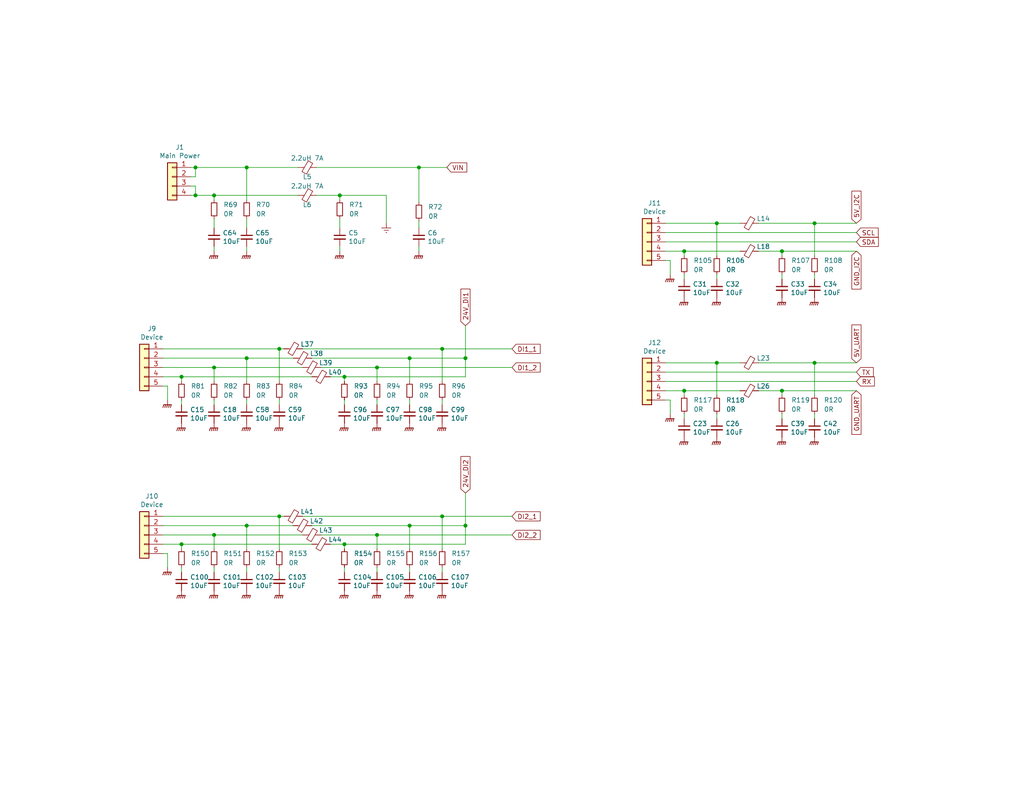
<source format=kicad_sch>
(kicad_sch (version 20211123) (generator eeschema)

  (uuid e6bf257d-5112-423c-b70a-adf8446f29da)

  (paper "USLetter")

  (title_block
    (title "Greenhouse 2.0 IO Board")
    (date "2022-07-26")
    (rev "0.3.0")
    (company "Langhe Greenhaus")
    (comment 1 "Langhe Part Number: 240000")
  )

  (lib_symbols
    (symbol "Connector_Generic:Conn_01x04" (pin_names (offset 1.016) hide) (in_bom yes) (on_board yes)
      (property "Reference" "J" (id 0) (at 0 5.08 0)
        (effects (font (size 1.27 1.27)))
      )
      (property "Value" "Conn_01x04" (id 1) (at 0 -7.62 0)
        (effects (font (size 1.27 1.27)))
      )
      (property "Footprint" "" (id 2) (at 0 0 0)
        (effects (font (size 1.27 1.27)) hide)
      )
      (property "Datasheet" "~" (id 3) (at 0 0 0)
        (effects (font (size 1.27 1.27)) hide)
      )
      (property "ki_keywords" "connector" (id 4) (at 0 0 0)
        (effects (font (size 1.27 1.27)) hide)
      )
      (property "ki_description" "Generic connector, single row, 01x04, script generated (kicad-library-utils/schlib/autogen/connector/)" (id 5) (at 0 0 0)
        (effects (font (size 1.27 1.27)) hide)
      )
      (property "ki_fp_filters" "Connector*:*_1x??_*" (id 6) (at 0 0 0)
        (effects (font (size 1.27 1.27)) hide)
      )
      (symbol "Conn_01x04_1_1"
        (rectangle (start -1.27 -4.953) (end 0 -5.207)
          (stroke (width 0.1524) (type default) (color 0 0 0 0))
          (fill (type none))
        )
        (rectangle (start -1.27 -2.413) (end 0 -2.667)
          (stroke (width 0.1524) (type default) (color 0 0 0 0))
          (fill (type none))
        )
        (rectangle (start -1.27 0.127) (end 0 -0.127)
          (stroke (width 0.1524) (type default) (color 0 0 0 0))
          (fill (type none))
        )
        (rectangle (start -1.27 2.667) (end 0 2.413)
          (stroke (width 0.1524) (type default) (color 0 0 0 0))
          (fill (type none))
        )
        (rectangle (start -1.27 3.81) (end 1.27 -6.35)
          (stroke (width 0.254) (type default) (color 0 0 0 0))
          (fill (type background))
        )
        (pin passive line (at -5.08 2.54 0) (length 3.81)
          (name "Pin_1" (effects (font (size 1.27 1.27))))
          (number "1" (effects (font (size 1.27 1.27))))
        )
        (pin passive line (at -5.08 0 0) (length 3.81)
          (name "Pin_2" (effects (font (size 1.27 1.27))))
          (number "2" (effects (font (size 1.27 1.27))))
        )
        (pin passive line (at -5.08 -2.54 0) (length 3.81)
          (name "Pin_3" (effects (font (size 1.27 1.27))))
          (number "3" (effects (font (size 1.27 1.27))))
        )
        (pin passive line (at -5.08 -5.08 0) (length 3.81)
          (name "Pin_4" (effects (font (size 1.27 1.27))))
          (number "4" (effects (font (size 1.27 1.27))))
        )
      )
    )
    (symbol "Connector_Generic:Conn_01x05" (pin_names (offset 1.016) hide) (in_bom yes) (on_board yes)
      (property "Reference" "J" (id 0) (at 0 7.62 0)
        (effects (font (size 1.27 1.27)))
      )
      (property "Value" "Conn_01x05" (id 1) (at 0 -7.62 0)
        (effects (font (size 1.27 1.27)))
      )
      (property "Footprint" "" (id 2) (at 0 0 0)
        (effects (font (size 1.27 1.27)) hide)
      )
      (property "Datasheet" "~" (id 3) (at 0 0 0)
        (effects (font (size 1.27 1.27)) hide)
      )
      (property "ki_keywords" "connector" (id 4) (at 0 0 0)
        (effects (font (size 1.27 1.27)) hide)
      )
      (property "ki_description" "Generic connector, single row, 01x05, script generated (kicad-library-utils/schlib/autogen/connector/)" (id 5) (at 0 0 0)
        (effects (font (size 1.27 1.27)) hide)
      )
      (property "ki_fp_filters" "Connector*:*_1x??_*" (id 6) (at 0 0 0)
        (effects (font (size 1.27 1.27)) hide)
      )
      (symbol "Conn_01x05_1_1"
        (rectangle (start -1.27 -4.953) (end 0 -5.207)
          (stroke (width 0.1524) (type default) (color 0 0 0 0))
          (fill (type none))
        )
        (rectangle (start -1.27 -2.413) (end 0 -2.667)
          (stroke (width 0.1524) (type default) (color 0 0 0 0))
          (fill (type none))
        )
        (rectangle (start -1.27 0.127) (end 0 -0.127)
          (stroke (width 0.1524) (type default) (color 0 0 0 0))
          (fill (type none))
        )
        (rectangle (start -1.27 2.667) (end 0 2.413)
          (stroke (width 0.1524) (type default) (color 0 0 0 0))
          (fill (type none))
        )
        (rectangle (start -1.27 5.207) (end 0 4.953)
          (stroke (width 0.1524) (type default) (color 0 0 0 0))
          (fill (type none))
        )
        (rectangle (start -1.27 6.35) (end 1.27 -6.35)
          (stroke (width 0.254) (type default) (color 0 0 0 0))
          (fill (type background))
        )
        (pin passive line (at -5.08 5.08 0) (length 3.81)
          (name "Pin_1" (effects (font (size 1.27 1.27))))
          (number "1" (effects (font (size 1.27 1.27))))
        )
        (pin passive line (at -5.08 2.54 0) (length 3.81)
          (name "Pin_2" (effects (font (size 1.27 1.27))))
          (number "2" (effects (font (size 1.27 1.27))))
        )
        (pin passive line (at -5.08 0 0) (length 3.81)
          (name "Pin_3" (effects (font (size 1.27 1.27))))
          (number "3" (effects (font (size 1.27 1.27))))
        )
        (pin passive line (at -5.08 -2.54 0) (length 3.81)
          (name "Pin_4" (effects (font (size 1.27 1.27))))
          (number "4" (effects (font (size 1.27 1.27))))
        )
        (pin passive line (at -5.08 -5.08 0) (length 3.81)
          (name "Pin_5" (effects (font (size 1.27 1.27))))
          (number "5" (effects (font (size 1.27 1.27))))
        )
      )
    )
    (symbol "Device:C_Small" (pin_numbers hide) (pin_names (offset 0.254) hide) (in_bom yes) (on_board yes)
      (property "Reference" "C" (id 0) (at 0.254 1.778 0)
        (effects (font (size 1.27 1.27)) (justify left))
      )
      (property "Value" "C_Small" (id 1) (at 0.254 -2.032 0)
        (effects (font (size 1.27 1.27)) (justify left))
      )
      (property "Footprint" "" (id 2) (at 0 0 0)
        (effects (font (size 1.27 1.27)) hide)
      )
      (property "Datasheet" "~" (id 3) (at 0 0 0)
        (effects (font (size 1.27 1.27)) hide)
      )
      (property "ki_keywords" "capacitor cap" (id 4) (at 0 0 0)
        (effects (font (size 1.27 1.27)) hide)
      )
      (property "ki_description" "Unpolarized capacitor, small symbol" (id 5) (at 0 0 0)
        (effects (font (size 1.27 1.27)) hide)
      )
      (property "ki_fp_filters" "C_*" (id 6) (at 0 0 0)
        (effects (font (size 1.27 1.27)) hide)
      )
      (symbol "C_Small_0_1"
        (polyline
          (pts
            (xy -1.524 -0.508)
            (xy 1.524 -0.508)
          )
          (stroke (width 0.3302) (type default) (color 0 0 0 0))
          (fill (type none))
        )
        (polyline
          (pts
            (xy -1.524 0.508)
            (xy 1.524 0.508)
          )
          (stroke (width 0.3048) (type default) (color 0 0 0 0))
          (fill (type none))
        )
      )
      (symbol "C_Small_1_1"
        (pin passive line (at 0 2.54 270) (length 2.032)
          (name "~" (effects (font (size 1.27 1.27))))
          (number "1" (effects (font (size 1.27 1.27))))
        )
        (pin passive line (at 0 -2.54 90) (length 2.032)
          (name "~" (effects (font (size 1.27 1.27))))
          (number "2" (effects (font (size 1.27 1.27))))
        )
      )
    )
    (symbol "Device:FerriteBead_Small" (pin_numbers hide) (pin_names (offset 0)) (in_bom yes) (on_board yes)
      (property "Reference" "FB" (id 0) (at 1.905 1.27 0)
        (effects (font (size 1.27 1.27)) (justify left))
      )
      (property "Value" "FerriteBead_Small" (id 1) (at 1.905 -1.27 0)
        (effects (font (size 1.27 1.27)) (justify left))
      )
      (property "Footprint" "" (id 2) (at -1.778 0 90)
        (effects (font (size 1.27 1.27)) hide)
      )
      (property "Datasheet" "~" (id 3) (at 0 0 0)
        (effects (font (size 1.27 1.27)) hide)
      )
      (property "ki_keywords" "L ferrite bead inductor filter" (id 4) (at 0 0 0)
        (effects (font (size 1.27 1.27)) hide)
      )
      (property "ki_description" "Ferrite bead, small symbol" (id 5) (at 0 0 0)
        (effects (font (size 1.27 1.27)) hide)
      )
      (property "ki_fp_filters" "Inductor_* L_* *Ferrite*" (id 6) (at 0 0 0)
        (effects (font (size 1.27 1.27)) hide)
      )
      (symbol "FerriteBead_Small_0_1"
        (polyline
          (pts
            (xy 0 -1.27)
            (xy 0 -0.7874)
          )
          (stroke (width 0) (type default) (color 0 0 0 0))
          (fill (type none))
        )
        (polyline
          (pts
            (xy 0 0.889)
            (xy 0 1.2954)
          )
          (stroke (width 0) (type default) (color 0 0 0 0))
          (fill (type none))
        )
        (polyline
          (pts
            (xy -1.8288 0.2794)
            (xy -1.1176 1.4986)
            (xy 1.8288 -0.2032)
            (xy 1.1176 -1.4224)
            (xy -1.8288 0.2794)
          )
          (stroke (width 0) (type default) (color 0 0 0 0))
          (fill (type none))
        )
      )
      (symbol "FerriteBead_Small_1_1"
        (pin passive line (at 0 2.54 270) (length 1.27)
          (name "~" (effects (font (size 1.27 1.27))))
          (number "1" (effects (font (size 1.27 1.27))))
        )
        (pin passive line (at 0 -2.54 90) (length 1.27)
          (name "~" (effects (font (size 1.27 1.27))))
          (number "2" (effects (font (size 1.27 1.27))))
        )
      )
    )
    (symbol "Device:R_Small" (pin_numbers hide) (pin_names (offset 0.254) hide) (in_bom yes) (on_board yes)
      (property "Reference" "R" (id 0) (at 0.762 0.508 0)
        (effects (font (size 1.27 1.27)) (justify left))
      )
      (property "Value" "R_Small" (id 1) (at 0.762 -1.016 0)
        (effects (font (size 1.27 1.27)) (justify left))
      )
      (property "Footprint" "" (id 2) (at 0 0 0)
        (effects (font (size 1.27 1.27)) hide)
      )
      (property "Datasheet" "~" (id 3) (at 0 0 0)
        (effects (font (size 1.27 1.27)) hide)
      )
      (property "ki_keywords" "R resistor" (id 4) (at 0 0 0)
        (effects (font (size 1.27 1.27)) hide)
      )
      (property "ki_description" "Resistor, small symbol" (id 5) (at 0 0 0)
        (effects (font (size 1.27 1.27)) hide)
      )
      (property "ki_fp_filters" "R_*" (id 6) (at 0 0 0)
        (effects (font (size 1.27 1.27)) hide)
      )
      (symbol "R_Small_0_1"
        (rectangle (start -0.762 1.778) (end 0.762 -1.778)
          (stroke (width 0.2032) (type default) (color 0 0 0 0))
          (fill (type none))
        )
      )
      (symbol "R_Small_1_1"
        (pin passive line (at 0 2.54 270) (length 0.762)
          (name "~" (effects (font (size 1.27 1.27))))
          (number "1" (effects (font (size 1.27 1.27))))
        )
        (pin passive line (at 0 -2.54 90) (length 0.762)
          (name "~" (effects (font (size 1.27 1.27))))
          (number "2" (effects (font (size 1.27 1.27))))
        )
      )
    )
    (symbol "PE_1" (power) (pin_names (offset 0)) (in_bom yes) (on_board yes)
      (property "Reference" "#PWR" (id 0) (at 0 -5.08 0)
        (effects (font (size 1.27 1.27)) hide)
      )
      (property "Value" "PE_1" (id 1) (at 0 -3.302 0)
        (effects (font (size 1.27 1.27)) hide)
      )
      (property "Footprint" "" (id 2) (at 0 -1.27 0)
        (effects (font (size 1.27 1.27)) hide)
      )
      (property "Datasheet" "" (id 3) (at 0 -1.27 0)
        (effects (font (size 1.27 1.27)) hide)
      )
      (property "ki_keywords" "power-flag" (id 4) (at 0 0 0)
        (effects (font (size 1.27 1.27)) hide)
      )
      (property "ki_description" "Power symbol creates a global label with name \"PE\" , protective earth" (id 5) (at 0 0 0)
        (effects (font (size 1.27 1.27)) hide)
      )
      (symbol "PE_1_0_1"
        (polyline
          (pts
            (xy 0 -1.27)
            (xy 0 0)
          )
          (stroke (width 0) (type default) (color 0 0 0 0))
          (fill (type none))
        )
        (polyline
          (pts
            (xy -1.016 -1.27)
            (xy -1.27 -2.032)
            (xy -1.27 -2.032)
          )
          (stroke (width 0.2032) (type default) (color 0 0 0 0))
          (fill (type none))
        )
        (polyline
          (pts
            (xy -0.508 -1.27)
            (xy -0.762 -2.032)
            (xy -0.762 -2.032)
          )
          (stroke (width 0.2032) (type default) (color 0 0 0 0))
          (fill (type none))
        )
        (polyline
          (pts
            (xy 0 -1.27)
            (xy -0.254 -2.032)
            (xy -0.254 -2.032)
          )
          (stroke (width 0.2032) (type default) (color 0 0 0 0))
          (fill (type none))
        )
        (polyline
          (pts
            (xy 0.508 -1.27)
            (xy 0.254 -2.032)
            (xy 0.254 -2.032)
          )
          (stroke (width 0.2032) (type default) (color 0 0 0 0))
          (fill (type none))
        )
        (polyline
          (pts
            (xy 1.016 -1.27)
            (xy -1.016 -1.27)
            (xy -1.016 -1.27)
          )
          (stroke (width 0.2032) (type default) (color 0 0 0 0))
          (fill (type none))
        )
        (polyline
          (pts
            (xy 1.016 -1.27)
            (xy 0.762 -2.032)
            (xy 0.762 -2.032)
            (xy 0.762 -2.032)
          )
          (stroke (width 0.2032) (type default) (color 0 0 0 0))
          (fill (type none))
        )
      )
      (symbol "PE_1_1_1"
        (pin power_in line (at 0 0 270) (length 0) hide
          (name "GND-PE" (effects (font (size 1.27 1.27))))
          (number "1" (effects (font (size 1.27 1.27))))
        )
      )
    )
    (symbol "PE_10" (power) (pin_names (offset 0)) (in_bom yes) (on_board yes)
      (property "Reference" "#PWR" (id 0) (at 0 -5.08 0)
        (effects (font (size 1.27 1.27)) hide)
      )
      (property "Value" "PE_10" (id 1) (at 0 -3.302 0)
        (effects (font (size 1.27 1.27)) hide)
      )
      (property "Footprint" "" (id 2) (at 0 -1.27 0)
        (effects (font (size 1.27 1.27)) hide)
      )
      (property "Datasheet" "" (id 3) (at 0 -1.27 0)
        (effects (font (size 1.27 1.27)) hide)
      )
      (property "ki_keywords" "power-flag" (id 4) (at 0 0 0)
        (effects (font (size 1.27 1.27)) hide)
      )
      (property "ki_description" "Power symbol creates a global label with name \"PE\" , protective earth" (id 5) (at 0 0 0)
        (effects (font (size 1.27 1.27)) hide)
      )
      (symbol "PE_10_0_1"
        (polyline
          (pts
            (xy 0 -1.27)
            (xy 0 0)
          )
          (stroke (width 0) (type default) (color 0 0 0 0))
          (fill (type none))
        )
        (polyline
          (pts
            (xy -1.016 -1.27)
            (xy -1.27 -2.032)
            (xy -1.27 -2.032)
          )
          (stroke (width 0.2032) (type default) (color 0 0 0 0))
          (fill (type none))
        )
        (polyline
          (pts
            (xy -0.508 -1.27)
            (xy -0.762 -2.032)
            (xy -0.762 -2.032)
          )
          (stroke (width 0.2032) (type default) (color 0 0 0 0))
          (fill (type none))
        )
        (polyline
          (pts
            (xy 0 -1.27)
            (xy -0.254 -2.032)
            (xy -0.254 -2.032)
          )
          (stroke (width 0.2032) (type default) (color 0 0 0 0))
          (fill (type none))
        )
        (polyline
          (pts
            (xy 0.508 -1.27)
            (xy 0.254 -2.032)
            (xy 0.254 -2.032)
          )
          (stroke (width 0.2032) (type default) (color 0 0 0 0))
          (fill (type none))
        )
        (polyline
          (pts
            (xy 1.016 -1.27)
            (xy -1.016 -1.27)
            (xy -1.016 -1.27)
          )
          (stroke (width 0.2032) (type default) (color 0 0 0 0))
          (fill (type none))
        )
        (polyline
          (pts
            (xy 1.016 -1.27)
            (xy 0.762 -2.032)
            (xy 0.762 -2.032)
            (xy 0.762 -2.032)
          )
          (stroke (width 0.2032) (type default) (color 0 0 0 0))
          (fill (type none))
        )
      )
      (symbol "PE_10_1_1"
        (pin power_in line (at 0 0 270) (length 0) hide
          (name "GND-PE" (effects (font (size 1.27 1.27))))
          (number "1" (effects (font (size 1.27 1.27))))
        )
      )
    )
    (symbol "PE_11" (power) (pin_names (offset 0)) (in_bom yes) (on_board yes)
      (property "Reference" "#PWR" (id 0) (at 0 -5.08 0)
        (effects (font (size 1.27 1.27)) hide)
      )
      (property "Value" "PE_11" (id 1) (at 0 -3.302 0)
        (effects (font (size 1.27 1.27)) hide)
      )
      (property "Footprint" "" (id 2) (at 0 -1.27 0)
        (effects (font (size 1.27 1.27)) hide)
      )
      (property "Datasheet" "" (id 3) (at 0 -1.27 0)
        (effects (font (size 1.27 1.27)) hide)
      )
      (property "ki_keywords" "power-flag" (id 4) (at 0 0 0)
        (effects (font (size 1.27 1.27)) hide)
      )
      (property "ki_description" "Power symbol creates a global label with name \"PE\" , protective earth" (id 5) (at 0 0 0)
        (effects (font (size 1.27 1.27)) hide)
      )
      (symbol "PE_11_0_1"
        (polyline
          (pts
            (xy 0 -1.27)
            (xy 0 0)
          )
          (stroke (width 0) (type default) (color 0 0 0 0))
          (fill (type none))
        )
        (polyline
          (pts
            (xy -1.016 -1.27)
            (xy -1.27 -2.032)
            (xy -1.27 -2.032)
          )
          (stroke (width 0.2032) (type default) (color 0 0 0 0))
          (fill (type none))
        )
        (polyline
          (pts
            (xy -0.508 -1.27)
            (xy -0.762 -2.032)
            (xy -0.762 -2.032)
          )
          (stroke (width 0.2032) (type default) (color 0 0 0 0))
          (fill (type none))
        )
        (polyline
          (pts
            (xy 0 -1.27)
            (xy -0.254 -2.032)
            (xy -0.254 -2.032)
          )
          (stroke (width 0.2032) (type default) (color 0 0 0 0))
          (fill (type none))
        )
        (polyline
          (pts
            (xy 0.508 -1.27)
            (xy 0.254 -2.032)
            (xy 0.254 -2.032)
          )
          (stroke (width 0.2032) (type default) (color 0 0 0 0))
          (fill (type none))
        )
        (polyline
          (pts
            (xy 1.016 -1.27)
            (xy -1.016 -1.27)
            (xy -1.016 -1.27)
          )
          (stroke (width 0.2032) (type default) (color 0 0 0 0))
          (fill (type none))
        )
        (polyline
          (pts
            (xy 1.016 -1.27)
            (xy 0.762 -2.032)
            (xy 0.762 -2.032)
            (xy 0.762 -2.032)
          )
          (stroke (width 0.2032) (type default) (color 0 0 0 0))
          (fill (type none))
        )
      )
      (symbol "PE_11_1_1"
        (pin power_in line (at 0 0 270) (length 0) hide
          (name "GND-PE" (effects (font (size 1.27 1.27))))
          (number "1" (effects (font (size 1.27 1.27))))
        )
      )
    )
    (symbol "PE_12" (power) (pin_names (offset 0)) (in_bom yes) (on_board yes)
      (property "Reference" "#PWR" (id 0) (at 0 -5.08 0)
        (effects (font (size 1.27 1.27)) hide)
      )
      (property "Value" "PE_12" (id 1) (at 0 -3.302 0)
        (effects (font (size 1.27 1.27)) hide)
      )
      (property "Footprint" "" (id 2) (at 0 -1.27 0)
        (effects (font (size 1.27 1.27)) hide)
      )
      (property "Datasheet" "" (id 3) (at 0 -1.27 0)
        (effects (font (size 1.27 1.27)) hide)
      )
      (property "ki_keywords" "power-flag" (id 4) (at 0 0 0)
        (effects (font (size 1.27 1.27)) hide)
      )
      (property "ki_description" "Power symbol creates a global label with name \"PE\" , protective earth" (id 5) (at 0 0 0)
        (effects (font (size 1.27 1.27)) hide)
      )
      (symbol "PE_12_0_1"
        (polyline
          (pts
            (xy 0 -1.27)
            (xy 0 0)
          )
          (stroke (width 0) (type default) (color 0 0 0 0))
          (fill (type none))
        )
        (polyline
          (pts
            (xy -1.016 -1.27)
            (xy -1.27 -2.032)
            (xy -1.27 -2.032)
          )
          (stroke (width 0.2032) (type default) (color 0 0 0 0))
          (fill (type none))
        )
        (polyline
          (pts
            (xy -0.508 -1.27)
            (xy -0.762 -2.032)
            (xy -0.762 -2.032)
          )
          (stroke (width 0.2032) (type default) (color 0 0 0 0))
          (fill (type none))
        )
        (polyline
          (pts
            (xy 0 -1.27)
            (xy -0.254 -2.032)
            (xy -0.254 -2.032)
          )
          (stroke (width 0.2032) (type default) (color 0 0 0 0))
          (fill (type none))
        )
        (polyline
          (pts
            (xy 0.508 -1.27)
            (xy 0.254 -2.032)
            (xy 0.254 -2.032)
          )
          (stroke (width 0.2032) (type default) (color 0 0 0 0))
          (fill (type none))
        )
        (polyline
          (pts
            (xy 1.016 -1.27)
            (xy -1.016 -1.27)
            (xy -1.016 -1.27)
          )
          (stroke (width 0.2032) (type default) (color 0 0 0 0))
          (fill (type none))
        )
        (polyline
          (pts
            (xy 1.016 -1.27)
            (xy 0.762 -2.032)
            (xy 0.762 -2.032)
            (xy 0.762 -2.032)
          )
          (stroke (width 0.2032) (type default) (color 0 0 0 0))
          (fill (type none))
        )
      )
      (symbol "PE_12_1_1"
        (pin power_in line (at 0 0 270) (length 0) hide
          (name "GND-PE" (effects (font (size 1.27 1.27))))
          (number "1" (effects (font (size 1.27 1.27))))
        )
      )
    )
    (symbol "PE_13" (power) (pin_names (offset 0)) (in_bom yes) (on_board yes)
      (property "Reference" "#PWR" (id 0) (at 0 -5.08 0)
        (effects (font (size 1.27 1.27)) hide)
      )
      (property "Value" "PE_13" (id 1) (at 0 -3.302 0)
        (effects (font (size 1.27 1.27)) hide)
      )
      (property "Footprint" "" (id 2) (at 0 -1.27 0)
        (effects (font (size 1.27 1.27)) hide)
      )
      (property "Datasheet" "" (id 3) (at 0 -1.27 0)
        (effects (font (size 1.27 1.27)) hide)
      )
      (property "ki_keywords" "power-flag" (id 4) (at 0 0 0)
        (effects (font (size 1.27 1.27)) hide)
      )
      (property "ki_description" "Power symbol creates a global label with name \"PE\" , protective earth" (id 5) (at 0 0 0)
        (effects (font (size 1.27 1.27)) hide)
      )
      (symbol "PE_13_0_1"
        (polyline
          (pts
            (xy 0 -1.27)
            (xy 0 0)
          )
          (stroke (width 0) (type default) (color 0 0 0 0))
          (fill (type none))
        )
        (polyline
          (pts
            (xy -1.016 -1.27)
            (xy -1.27 -2.032)
            (xy -1.27 -2.032)
          )
          (stroke (width 0.2032) (type default) (color 0 0 0 0))
          (fill (type none))
        )
        (polyline
          (pts
            (xy -0.508 -1.27)
            (xy -0.762 -2.032)
            (xy -0.762 -2.032)
          )
          (stroke (width 0.2032) (type default) (color 0 0 0 0))
          (fill (type none))
        )
        (polyline
          (pts
            (xy 0 -1.27)
            (xy -0.254 -2.032)
            (xy -0.254 -2.032)
          )
          (stroke (width 0.2032) (type default) (color 0 0 0 0))
          (fill (type none))
        )
        (polyline
          (pts
            (xy 0.508 -1.27)
            (xy 0.254 -2.032)
            (xy 0.254 -2.032)
          )
          (stroke (width 0.2032) (type default) (color 0 0 0 0))
          (fill (type none))
        )
        (polyline
          (pts
            (xy 1.016 -1.27)
            (xy -1.016 -1.27)
            (xy -1.016 -1.27)
          )
          (stroke (width 0.2032) (type default) (color 0 0 0 0))
          (fill (type none))
        )
        (polyline
          (pts
            (xy 1.016 -1.27)
            (xy 0.762 -2.032)
            (xy 0.762 -2.032)
            (xy 0.762 -2.032)
          )
          (stroke (width 0.2032) (type default) (color 0 0 0 0))
          (fill (type none))
        )
      )
      (symbol "PE_13_1_1"
        (pin power_in line (at 0 0 270) (length 0) hide
          (name "GND-PE" (effects (font (size 1.27 1.27))))
          (number "1" (effects (font (size 1.27 1.27))))
        )
      )
    )
    (symbol "PE_14" (power) (pin_names (offset 0)) (in_bom yes) (on_board yes)
      (property "Reference" "#PWR" (id 0) (at 0 -5.08 0)
        (effects (font (size 1.27 1.27)) hide)
      )
      (property "Value" "PE_14" (id 1) (at 0 -3.302 0)
        (effects (font (size 1.27 1.27)) hide)
      )
      (property "Footprint" "" (id 2) (at 0 -1.27 0)
        (effects (font (size 1.27 1.27)) hide)
      )
      (property "Datasheet" "" (id 3) (at 0 -1.27 0)
        (effects (font (size 1.27 1.27)) hide)
      )
      (property "ki_keywords" "power-flag" (id 4) (at 0 0 0)
        (effects (font (size 1.27 1.27)) hide)
      )
      (property "ki_description" "Power symbol creates a global label with name \"PE\" , protective earth" (id 5) (at 0 0 0)
        (effects (font (size 1.27 1.27)) hide)
      )
      (symbol "PE_14_0_1"
        (polyline
          (pts
            (xy 0 -1.27)
            (xy 0 0)
          )
          (stroke (width 0) (type default) (color 0 0 0 0))
          (fill (type none))
        )
        (polyline
          (pts
            (xy -1.016 -1.27)
            (xy -1.27 -2.032)
            (xy -1.27 -2.032)
          )
          (stroke (width 0.2032) (type default) (color 0 0 0 0))
          (fill (type none))
        )
        (polyline
          (pts
            (xy -0.508 -1.27)
            (xy -0.762 -2.032)
            (xy -0.762 -2.032)
          )
          (stroke (width 0.2032) (type default) (color 0 0 0 0))
          (fill (type none))
        )
        (polyline
          (pts
            (xy 0 -1.27)
            (xy -0.254 -2.032)
            (xy -0.254 -2.032)
          )
          (stroke (width 0.2032) (type default) (color 0 0 0 0))
          (fill (type none))
        )
        (polyline
          (pts
            (xy 0.508 -1.27)
            (xy 0.254 -2.032)
            (xy 0.254 -2.032)
          )
          (stroke (width 0.2032) (type default) (color 0 0 0 0))
          (fill (type none))
        )
        (polyline
          (pts
            (xy 1.016 -1.27)
            (xy -1.016 -1.27)
            (xy -1.016 -1.27)
          )
          (stroke (width 0.2032) (type default) (color 0 0 0 0))
          (fill (type none))
        )
        (polyline
          (pts
            (xy 1.016 -1.27)
            (xy 0.762 -2.032)
            (xy 0.762 -2.032)
            (xy 0.762 -2.032)
          )
          (stroke (width 0.2032) (type default) (color 0 0 0 0))
          (fill (type none))
        )
      )
      (symbol "PE_14_1_1"
        (pin power_in line (at 0 0 270) (length 0) hide
          (name "GND-PE" (effects (font (size 1.27 1.27))))
          (number "1" (effects (font (size 1.27 1.27))))
        )
      )
    )
    (symbol "PE_15" (power) (pin_names (offset 0)) (in_bom yes) (on_board yes)
      (property "Reference" "#PWR" (id 0) (at 0 -5.08 0)
        (effects (font (size 1.27 1.27)) hide)
      )
      (property "Value" "PE_15" (id 1) (at 0 -3.302 0)
        (effects (font (size 1.27 1.27)) hide)
      )
      (property "Footprint" "" (id 2) (at 0 -1.27 0)
        (effects (font (size 1.27 1.27)) hide)
      )
      (property "Datasheet" "" (id 3) (at 0 -1.27 0)
        (effects (font (size 1.27 1.27)) hide)
      )
      (property "ki_keywords" "power-flag" (id 4) (at 0 0 0)
        (effects (font (size 1.27 1.27)) hide)
      )
      (property "ki_description" "Power symbol creates a global label with name \"PE\" , protective earth" (id 5) (at 0 0 0)
        (effects (font (size 1.27 1.27)) hide)
      )
      (symbol "PE_15_0_1"
        (polyline
          (pts
            (xy 0 -1.27)
            (xy 0 0)
          )
          (stroke (width 0) (type default) (color 0 0 0 0))
          (fill (type none))
        )
        (polyline
          (pts
            (xy -1.016 -1.27)
            (xy -1.27 -2.032)
            (xy -1.27 -2.032)
          )
          (stroke (width 0.2032) (type default) (color 0 0 0 0))
          (fill (type none))
        )
        (polyline
          (pts
            (xy -0.508 -1.27)
            (xy -0.762 -2.032)
            (xy -0.762 -2.032)
          )
          (stroke (width 0.2032) (type default) (color 0 0 0 0))
          (fill (type none))
        )
        (polyline
          (pts
            (xy 0 -1.27)
            (xy -0.254 -2.032)
            (xy -0.254 -2.032)
          )
          (stroke (width 0.2032) (type default) (color 0 0 0 0))
          (fill (type none))
        )
        (polyline
          (pts
            (xy 0.508 -1.27)
            (xy 0.254 -2.032)
            (xy 0.254 -2.032)
          )
          (stroke (width 0.2032) (type default) (color 0 0 0 0))
          (fill (type none))
        )
        (polyline
          (pts
            (xy 1.016 -1.27)
            (xy -1.016 -1.27)
            (xy -1.016 -1.27)
          )
          (stroke (width 0.2032) (type default) (color 0 0 0 0))
          (fill (type none))
        )
        (polyline
          (pts
            (xy 1.016 -1.27)
            (xy 0.762 -2.032)
            (xy 0.762 -2.032)
            (xy 0.762 -2.032)
          )
          (stroke (width 0.2032) (type default) (color 0 0 0 0))
          (fill (type none))
        )
      )
      (symbol "PE_15_1_1"
        (pin power_in line (at 0 0 270) (length 0) hide
          (name "GND-PE" (effects (font (size 1.27 1.27))))
          (number "1" (effects (font (size 1.27 1.27))))
        )
      )
    )
    (symbol "PE_16" (power) (pin_names (offset 0)) (in_bom yes) (on_board yes)
      (property "Reference" "#PWR" (id 0) (at 0 -5.08 0)
        (effects (font (size 1.27 1.27)) hide)
      )
      (property "Value" "PE_16" (id 1) (at 0 -3.302 0)
        (effects (font (size 1.27 1.27)) hide)
      )
      (property "Footprint" "" (id 2) (at 0 -1.27 0)
        (effects (font (size 1.27 1.27)) hide)
      )
      (property "Datasheet" "" (id 3) (at 0 -1.27 0)
        (effects (font (size 1.27 1.27)) hide)
      )
      (property "ki_keywords" "power-flag" (id 4) (at 0 0 0)
        (effects (font (size 1.27 1.27)) hide)
      )
      (property "ki_description" "Power symbol creates a global label with name \"PE\" , protective earth" (id 5) (at 0 0 0)
        (effects (font (size 1.27 1.27)) hide)
      )
      (symbol "PE_16_0_1"
        (polyline
          (pts
            (xy 0 -1.27)
            (xy 0 0)
          )
          (stroke (width 0) (type default) (color 0 0 0 0))
          (fill (type none))
        )
        (polyline
          (pts
            (xy -1.016 -1.27)
            (xy -1.27 -2.032)
            (xy -1.27 -2.032)
          )
          (stroke (width 0.2032) (type default) (color 0 0 0 0))
          (fill (type none))
        )
        (polyline
          (pts
            (xy -0.508 -1.27)
            (xy -0.762 -2.032)
            (xy -0.762 -2.032)
          )
          (stroke (width 0.2032) (type default) (color 0 0 0 0))
          (fill (type none))
        )
        (polyline
          (pts
            (xy 0 -1.27)
            (xy -0.254 -2.032)
            (xy -0.254 -2.032)
          )
          (stroke (width 0.2032) (type default) (color 0 0 0 0))
          (fill (type none))
        )
        (polyline
          (pts
            (xy 0.508 -1.27)
            (xy 0.254 -2.032)
            (xy 0.254 -2.032)
          )
          (stroke (width 0.2032) (type default) (color 0 0 0 0))
          (fill (type none))
        )
        (polyline
          (pts
            (xy 1.016 -1.27)
            (xy -1.016 -1.27)
            (xy -1.016 -1.27)
          )
          (stroke (width 0.2032) (type default) (color 0 0 0 0))
          (fill (type none))
        )
        (polyline
          (pts
            (xy 1.016 -1.27)
            (xy 0.762 -2.032)
            (xy 0.762 -2.032)
            (xy 0.762 -2.032)
          )
          (stroke (width 0.2032) (type default) (color 0 0 0 0))
          (fill (type none))
        )
      )
      (symbol "PE_16_1_1"
        (pin power_in line (at 0 0 270) (length 0) hide
          (name "GND-PE" (effects (font (size 1.27 1.27))))
          (number "1" (effects (font (size 1.27 1.27))))
        )
      )
    )
    (symbol "PE_17" (power) (pin_names (offset 0)) (in_bom yes) (on_board yes)
      (property "Reference" "#PWR" (id 0) (at 0 -5.08 0)
        (effects (font (size 1.27 1.27)) hide)
      )
      (property "Value" "PE_17" (id 1) (at 0 -3.302 0)
        (effects (font (size 1.27 1.27)) hide)
      )
      (property "Footprint" "" (id 2) (at 0 -1.27 0)
        (effects (font (size 1.27 1.27)) hide)
      )
      (property "Datasheet" "" (id 3) (at 0 -1.27 0)
        (effects (font (size 1.27 1.27)) hide)
      )
      (property "ki_keywords" "power-flag" (id 4) (at 0 0 0)
        (effects (font (size 1.27 1.27)) hide)
      )
      (property "ki_description" "Power symbol creates a global label with name \"PE\" , protective earth" (id 5) (at 0 0 0)
        (effects (font (size 1.27 1.27)) hide)
      )
      (symbol "PE_17_0_1"
        (polyline
          (pts
            (xy 0 -1.27)
            (xy 0 0)
          )
          (stroke (width 0) (type default) (color 0 0 0 0))
          (fill (type none))
        )
        (polyline
          (pts
            (xy -1.016 -1.27)
            (xy -1.27 -2.032)
            (xy -1.27 -2.032)
          )
          (stroke (width 0.2032) (type default) (color 0 0 0 0))
          (fill (type none))
        )
        (polyline
          (pts
            (xy -0.508 -1.27)
            (xy -0.762 -2.032)
            (xy -0.762 -2.032)
          )
          (stroke (width 0.2032) (type default) (color 0 0 0 0))
          (fill (type none))
        )
        (polyline
          (pts
            (xy 0 -1.27)
            (xy -0.254 -2.032)
            (xy -0.254 -2.032)
          )
          (stroke (width 0.2032) (type default) (color 0 0 0 0))
          (fill (type none))
        )
        (polyline
          (pts
            (xy 0.508 -1.27)
            (xy 0.254 -2.032)
            (xy 0.254 -2.032)
          )
          (stroke (width 0.2032) (type default) (color 0 0 0 0))
          (fill (type none))
        )
        (polyline
          (pts
            (xy 1.016 -1.27)
            (xy -1.016 -1.27)
            (xy -1.016 -1.27)
          )
          (stroke (width 0.2032) (type default) (color 0 0 0 0))
          (fill (type none))
        )
        (polyline
          (pts
            (xy 1.016 -1.27)
            (xy 0.762 -2.032)
            (xy 0.762 -2.032)
            (xy 0.762 -2.032)
          )
          (stroke (width 0.2032) (type default) (color 0 0 0 0))
          (fill (type none))
        )
      )
      (symbol "PE_17_1_1"
        (pin power_in line (at 0 0 270) (length 0) hide
          (name "GND-PE" (effects (font (size 1.27 1.27))))
          (number "1" (effects (font (size 1.27 1.27))))
        )
      )
    )
    (symbol "PE_2" (power) (pin_names (offset 0)) (in_bom yes) (on_board yes)
      (property "Reference" "#PWR" (id 0) (at 0 -5.08 0)
        (effects (font (size 1.27 1.27)) hide)
      )
      (property "Value" "PE_2" (id 1) (at 0 -3.302 0)
        (effects (font (size 1.27 1.27)) hide)
      )
      (property "Footprint" "" (id 2) (at 0 -1.27 0)
        (effects (font (size 1.27 1.27)) hide)
      )
      (property "Datasheet" "" (id 3) (at 0 -1.27 0)
        (effects (font (size 1.27 1.27)) hide)
      )
      (property "ki_keywords" "power-flag" (id 4) (at 0 0 0)
        (effects (font (size 1.27 1.27)) hide)
      )
      (property "ki_description" "Power symbol creates a global label with name \"PE\" , protective earth" (id 5) (at 0 0 0)
        (effects (font (size 1.27 1.27)) hide)
      )
      (symbol "PE_2_0_1"
        (polyline
          (pts
            (xy 0 -1.27)
            (xy 0 0)
          )
          (stroke (width 0) (type default) (color 0 0 0 0))
          (fill (type none))
        )
        (polyline
          (pts
            (xy -1.016 -1.27)
            (xy -1.27 -2.032)
            (xy -1.27 -2.032)
          )
          (stroke (width 0.2032) (type default) (color 0 0 0 0))
          (fill (type none))
        )
        (polyline
          (pts
            (xy -0.508 -1.27)
            (xy -0.762 -2.032)
            (xy -0.762 -2.032)
          )
          (stroke (width 0.2032) (type default) (color 0 0 0 0))
          (fill (type none))
        )
        (polyline
          (pts
            (xy 0 -1.27)
            (xy -0.254 -2.032)
            (xy -0.254 -2.032)
          )
          (stroke (width 0.2032) (type default) (color 0 0 0 0))
          (fill (type none))
        )
        (polyline
          (pts
            (xy 0.508 -1.27)
            (xy 0.254 -2.032)
            (xy 0.254 -2.032)
          )
          (stroke (width 0.2032) (type default) (color 0 0 0 0))
          (fill (type none))
        )
        (polyline
          (pts
            (xy 1.016 -1.27)
            (xy -1.016 -1.27)
            (xy -1.016 -1.27)
          )
          (stroke (width 0.2032) (type default) (color 0 0 0 0))
          (fill (type none))
        )
        (polyline
          (pts
            (xy 1.016 -1.27)
            (xy 0.762 -2.032)
            (xy 0.762 -2.032)
            (xy 0.762 -2.032)
          )
          (stroke (width 0.2032) (type default) (color 0 0 0 0))
          (fill (type none))
        )
      )
      (symbol "PE_2_1_1"
        (pin power_in line (at 0 0 270) (length 0) hide
          (name "GND-PE" (effects (font (size 1.27 1.27))))
          (number "1" (effects (font (size 1.27 1.27))))
        )
      )
    )
    (symbol "PE_23" (power) (pin_names (offset 0)) (in_bom yes) (on_board yes)
      (property "Reference" "#PWR" (id 0) (at 0 -5.08 0)
        (effects (font (size 1.27 1.27)) hide)
      )
      (property "Value" "PE_23" (id 1) (at 0 -3.302 0)
        (effects (font (size 1.27 1.27)) hide)
      )
      (property "Footprint" "" (id 2) (at 0 -1.27 0)
        (effects (font (size 1.27 1.27)) hide)
      )
      (property "Datasheet" "" (id 3) (at 0 -1.27 0)
        (effects (font (size 1.27 1.27)) hide)
      )
      (property "ki_keywords" "power-flag" (id 4) (at 0 0 0)
        (effects (font (size 1.27 1.27)) hide)
      )
      (property "ki_description" "Power symbol creates a global label with name \"PE\" , protective earth" (id 5) (at 0 0 0)
        (effects (font (size 1.27 1.27)) hide)
      )
      (symbol "PE_23_0_1"
        (polyline
          (pts
            (xy 0 -1.27)
            (xy 0 0)
          )
          (stroke (width 0) (type default) (color 0 0 0 0))
          (fill (type none))
        )
        (polyline
          (pts
            (xy -1.016 -1.27)
            (xy -1.27 -2.032)
            (xy -1.27 -2.032)
          )
          (stroke (width 0.2032) (type default) (color 0 0 0 0))
          (fill (type none))
        )
        (polyline
          (pts
            (xy -0.508 -1.27)
            (xy -0.762 -2.032)
            (xy -0.762 -2.032)
          )
          (stroke (width 0.2032) (type default) (color 0 0 0 0))
          (fill (type none))
        )
        (polyline
          (pts
            (xy 0 -1.27)
            (xy -0.254 -2.032)
            (xy -0.254 -2.032)
          )
          (stroke (width 0.2032) (type default) (color 0 0 0 0))
          (fill (type none))
        )
        (polyline
          (pts
            (xy 0.508 -1.27)
            (xy 0.254 -2.032)
            (xy 0.254 -2.032)
          )
          (stroke (width 0.2032) (type default) (color 0 0 0 0))
          (fill (type none))
        )
        (polyline
          (pts
            (xy 1.016 -1.27)
            (xy -1.016 -1.27)
            (xy -1.016 -1.27)
          )
          (stroke (width 0.2032) (type default) (color 0 0 0 0))
          (fill (type none))
        )
        (polyline
          (pts
            (xy 1.016 -1.27)
            (xy 0.762 -2.032)
            (xy 0.762 -2.032)
            (xy 0.762 -2.032)
          )
          (stroke (width 0.2032) (type default) (color 0 0 0 0))
          (fill (type none))
        )
      )
      (symbol "PE_23_1_1"
        (pin power_in line (at 0 0 270) (length 0) hide
          (name "GND-PE" (effects (font (size 1.27 1.27))))
          (number "1" (effects (font (size 1.27 1.27))))
        )
      )
    )
    (symbol "PE_3" (power) (pin_names (offset 0)) (in_bom yes) (on_board yes)
      (property "Reference" "#PWR" (id 0) (at 0 -5.08 0)
        (effects (font (size 1.27 1.27)) hide)
      )
      (property "Value" "PE_3" (id 1) (at 0 -3.302 0)
        (effects (font (size 1.27 1.27)) hide)
      )
      (property "Footprint" "" (id 2) (at 0 -1.27 0)
        (effects (font (size 1.27 1.27)) hide)
      )
      (property "Datasheet" "" (id 3) (at 0 -1.27 0)
        (effects (font (size 1.27 1.27)) hide)
      )
      (property "ki_keywords" "power-flag" (id 4) (at 0 0 0)
        (effects (font (size 1.27 1.27)) hide)
      )
      (property "ki_description" "Power symbol creates a global label with name \"PE\" , protective earth" (id 5) (at 0 0 0)
        (effects (font (size 1.27 1.27)) hide)
      )
      (symbol "PE_3_0_1"
        (polyline
          (pts
            (xy 0 -1.27)
            (xy 0 0)
          )
          (stroke (width 0) (type default) (color 0 0 0 0))
          (fill (type none))
        )
        (polyline
          (pts
            (xy -1.016 -1.27)
            (xy -1.27 -2.032)
            (xy -1.27 -2.032)
          )
          (stroke (width 0.2032) (type default) (color 0 0 0 0))
          (fill (type none))
        )
        (polyline
          (pts
            (xy -0.508 -1.27)
            (xy -0.762 -2.032)
            (xy -0.762 -2.032)
          )
          (stroke (width 0.2032) (type default) (color 0 0 0 0))
          (fill (type none))
        )
        (polyline
          (pts
            (xy 0 -1.27)
            (xy -0.254 -2.032)
            (xy -0.254 -2.032)
          )
          (stroke (width 0.2032) (type default) (color 0 0 0 0))
          (fill (type none))
        )
        (polyline
          (pts
            (xy 0.508 -1.27)
            (xy 0.254 -2.032)
            (xy 0.254 -2.032)
          )
          (stroke (width 0.2032) (type default) (color 0 0 0 0))
          (fill (type none))
        )
        (polyline
          (pts
            (xy 1.016 -1.27)
            (xy -1.016 -1.27)
            (xy -1.016 -1.27)
          )
          (stroke (width 0.2032) (type default) (color 0 0 0 0))
          (fill (type none))
        )
        (polyline
          (pts
            (xy 1.016 -1.27)
            (xy 0.762 -2.032)
            (xy 0.762 -2.032)
            (xy 0.762 -2.032)
          )
          (stroke (width 0.2032) (type default) (color 0 0 0 0))
          (fill (type none))
        )
      )
      (symbol "PE_3_1_1"
        (pin power_in line (at 0 0 270) (length 0) hide
          (name "GND-PE" (effects (font (size 1.27 1.27))))
          (number "1" (effects (font (size 1.27 1.27))))
        )
      )
    )
    (symbol "PE_4" (power) (pin_names (offset 0)) (in_bom yes) (on_board yes)
      (property "Reference" "#PWR" (id 0) (at 0 -5.08 0)
        (effects (font (size 1.27 1.27)) hide)
      )
      (property "Value" "PE_4" (id 1) (at 0 -3.302 0)
        (effects (font (size 1.27 1.27)) hide)
      )
      (property "Footprint" "" (id 2) (at 0 -1.27 0)
        (effects (font (size 1.27 1.27)) hide)
      )
      (property "Datasheet" "" (id 3) (at 0 -1.27 0)
        (effects (font (size 1.27 1.27)) hide)
      )
      (property "ki_keywords" "power-flag" (id 4) (at 0 0 0)
        (effects (font (size 1.27 1.27)) hide)
      )
      (property "ki_description" "Power symbol creates a global label with name \"PE\" , protective earth" (id 5) (at 0 0 0)
        (effects (font (size 1.27 1.27)) hide)
      )
      (symbol "PE_4_0_1"
        (polyline
          (pts
            (xy 0 -1.27)
            (xy 0 0)
          )
          (stroke (width 0) (type default) (color 0 0 0 0))
          (fill (type none))
        )
        (polyline
          (pts
            (xy -1.016 -1.27)
            (xy -1.27 -2.032)
            (xy -1.27 -2.032)
          )
          (stroke (width 0.2032) (type default) (color 0 0 0 0))
          (fill (type none))
        )
        (polyline
          (pts
            (xy -0.508 -1.27)
            (xy -0.762 -2.032)
            (xy -0.762 -2.032)
          )
          (stroke (width 0.2032) (type default) (color 0 0 0 0))
          (fill (type none))
        )
        (polyline
          (pts
            (xy 0 -1.27)
            (xy -0.254 -2.032)
            (xy -0.254 -2.032)
          )
          (stroke (width 0.2032) (type default) (color 0 0 0 0))
          (fill (type none))
        )
        (polyline
          (pts
            (xy 0.508 -1.27)
            (xy 0.254 -2.032)
            (xy 0.254 -2.032)
          )
          (stroke (width 0.2032) (type default) (color 0 0 0 0))
          (fill (type none))
        )
        (polyline
          (pts
            (xy 1.016 -1.27)
            (xy -1.016 -1.27)
            (xy -1.016 -1.27)
          )
          (stroke (width 0.2032) (type default) (color 0 0 0 0))
          (fill (type none))
        )
        (polyline
          (pts
            (xy 1.016 -1.27)
            (xy 0.762 -2.032)
            (xy 0.762 -2.032)
            (xy 0.762 -2.032)
          )
          (stroke (width 0.2032) (type default) (color 0 0 0 0))
          (fill (type none))
        )
      )
      (symbol "PE_4_1_1"
        (pin power_in line (at 0 0 270) (length 0) hide
          (name "GND-PE" (effects (font (size 1.27 1.27))))
          (number "1" (effects (font (size 1.27 1.27))))
        )
      )
    )
    (symbol "PE_5" (power) (pin_names (offset 0)) (in_bom yes) (on_board yes)
      (property "Reference" "#PWR" (id 0) (at 0 -5.08 0)
        (effects (font (size 1.27 1.27)) hide)
      )
      (property "Value" "PE_5" (id 1) (at 0 -3.302 0)
        (effects (font (size 1.27 1.27)) hide)
      )
      (property "Footprint" "" (id 2) (at 0 -1.27 0)
        (effects (font (size 1.27 1.27)) hide)
      )
      (property "Datasheet" "" (id 3) (at 0 -1.27 0)
        (effects (font (size 1.27 1.27)) hide)
      )
      (property "ki_keywords" "power-flag" (id 4) (at 0 0 0)
        (effects (font (size 1.27 1.27)) hide)
      )
      (property "ki_description" "Power symbol creates a global label with name \"PE\" , protective earth" (id 5) (at 0 0 0)
        (effects (font (size 1.27 1.27)) hide)
      )
      (symbol "PE_5_0_1"
        (polyline
          (pts
            (xy 0 -1.27)
            (xy 0 0)
          )
          (stroke (width 0) (type default) (color 0 0 0 0))
          (fill (type none))
        )
        (polyline
          (pts
            (xy -1.016 -1.27)
            (xy -1.27 -2.032)
            (xy -1.27 -2.032)
          )
          (stroke (width 0.2032) (type default) (color 0 0 0 0))
          (fill (type none))
        )
        (polyline
          (pts
            (xy -0.508 -1.27)
            (xy -0.762 -2.032)
            (xy -0.762 -2.032)
          )
          (stroke (width 0.2032) (type default) (color 0 0 0 0))
          (fill (type none))
        )
        (polyline
          (pts
            (xy 0 -1.27)
            (xy -0.254 -2.032)
            (xy -0.254 -2.032)
          )
          (stroke (width 0.2032) (type default) (color 0 0 0 0))
          (fill (type none))
        )
        (polyline
          (pts
            (xy 0.508 -1.27)
            (xy 0.254 -2.032)
            (xy 0.254 -2.032)
          )
          (stroke (width 0.2032) (type default) (color 0 0 0 0))
          (fill (type none))
        )
        (polyline
          (pts
            (xy 1.016 -1.27)
            (xy -1.016 -1.27)
            (xy -1.016 -1.27)
          )
          (stroke (width 0.2032) (type default) (color 0 0 0 0))
          (fill (type none))
        )
        (polyline
          (pts
            (xy 1.016 -1.27)
            (xy 0.762 -2.032)
            (xy 0.762 -2.032)
            (xy 0.762 -2.032)
          )
          (stroke (width 0.2032) (type default) (color 0 0 0 0))
          (fill (type none))
        )
      )
      (symbol "PE_5_1_1"
        (pin power_in line (at 0 0 270) (length 0) hide
          (name "GND-PE" (effects (font (size 1.27 1.27))))
          (number "1" (effects (font (size 1.27 1.27))))
        )
      )
    )
    (symbol "PE_6" (power) (pin_names (offset 0)) (in_bom yes) (on_board yes)
      (property "Reference" "#PWR" (id 0) (at 0 -5.08 0)
        (effects (font (size 1.27 1.27)) hide)
      )
      (property "Value" "PE_6" (id 1) (at 0 -3.302 0)
        (effects (font (size 1.27 1.27)) hide)
      )
      (property "Footprint" "" (id 2) (at 0 -1.27 0)
        (effects (font (size 1.27 1.27)) hide)
      )
      (property "Datasheet" "" (id 3) (at 0 -1.27 0)
        (effects (font (size 1.27 1.27)) hide)
      )
      (property "ki_keywords" "power-flag" (id 4) (at 0 0 0)
        (effects (font (size 1.27 1.27)) hide)
      )
      (property "ki_description" "Power symbol creates a global label with name \"PE\" , protective earth" (id 5) (at 0 0 0)
        (effects (font (size 1.27 1.27)) hide)
      )
      (symbol "PE_6_0_1"
        (polyline
          (pts
            (xy 0 -1.27)
            (xy 0 0)
          )
          (stroke (width 0) (type default) (color 0 0 0 0))
          (fill (type none))
        )
        (polyline
          (pts
            (xy -1.016 -1.27)
            (xy -1.27 -2.032)
            (xy -1.27 -2.032)
          )
          (stroke (width 0.2032) (type default) (color 0 0 0 0))
          (fill (type none))
        )
        (polyline
          (pts
            (xy -0.508 -1.27)
            (xy -0.762 -2.032)
            (xy -0.762 -2.032)
          )
          (stroke (width 0.2032) (type default) (color 0 0 0 0))
          (fill (type none))
        )
        (polyline
          (pts
            (xy 0 -1.27)
            (xy -0.254 -2.032)
            (xy -0.254 -2.032)
          )
          (stroke (width 0.2032) (type default) (color 0 0 0 0))
          (fill (type none))
        )
        (polyline
          (pts
            (xy 0.508 -1.27)
            (xy 0.254 -2.032)
            (xy 0.254 -2.032)
          )
          (stroke (width 0.2032) (type default) (color 0 0 0 0))
          (fill (type none))
        )
        (polyline
          (pts
            (xy 1.016 -1.27)
            (xy -1.016 -1.27)
            (xy -1.016 -1.27)
          )
          (stroke (width 0.2032) (type default) (color 0 0 0 0))
          (fill (type none))
        )
        (polyline
          (pts
            (xy 1.016 -1.27)
            (xy 0.762 -2.032)
            (xy 0.762 -2.032)
            (xy 0.762 -2.032)
          )
          (stroke (width 0.2032) (type default) (color 0 0 0 0))
          (fill (type none))
        )
      )
      (symbol "PE_6_1_1"
        (pin power_in line (at 0 0 270) (length 0) hide
          (name "GND-PE" (effects (font (size 1.27 1.27))))
          (number "1" (effects (font (size 1.27 1.27))))
        )
      )
    )
    (symbol "PE_7" (power) (pin_names (offset 0)) (in_bom yes) (on_board yes)
      (property "Reference" "#PWR" (id 0) (at 0 -5.08 0)
        (effects (font (size 1.27 1.27)) hide)
      )
      (property "Value" "PE_7" (id 1) (at 0 -3.302 0)
        (effects (font (size 1.27 1.27)) hide)
      )
      (property "Footprint" "" (id 2) (at 0 -1.27 0)
        (effects (font (size 1.27 1.27)) hide)
      )
      (property "Datasheet" "" (id 3) (at 0 -1.27 0)
        (effects (font (size 1.27 1.27)) hide)
      )
      (property "ki_keywords" "power-flag" (id 4) (at 0 0 0)
        (effects (font (size 1.27 1.27)) hide)
      )
      (property "ki_description" "Power symbol creates a global label with name \"PE\" , protective earth" (id 5) (at 0 0 0)
        (effects (font (size 1.27 1.27)) hide)
      )
      (symbol "PE_7_0_1"
        (polyline
          (pts
            (xy 0 -1.27)
            (xy 0 0)
          )
          (stroke (width 0) (type default) (color 0 0 0 0))
          (fill (type none))
        )
        (polyline
          (pts
            (xy -1.016 -1.27)
            (xy -1.27 -2.032)
            (xy -1.27 -2.032)
          )
          (stroke (width 0.2032) (type default) (color 0 0 0 0))
          (fill (type none))
        )
        (polyline
          (pts
            (xy -0.508 -1.27)
            (xy -0.762 -2.032)
            (xy -0.762 -2.032)
          )
          (stroke (width 0.2032) (type default) (color 0 0 0 0))
          (fill (type none))
        )
        (polyline
          (pts
            (xy 0 -1.27)
            (xy -0.254 -2.032)
            (xy -0.254 -2.032)
          )
          (stroke (width 0.2032) (type default) (color 0 0 0 0))
          (fill (type none))
        )
        (polyline
          (pts
            (xy 0.508 -1.27)
            (xy 0.254 -2.032)
            (xy 0.254 -2.032)
          )
          (stroke (width 0.2032) (type default) (color 0 0 0 0))
          (fill (type none))
        )
        (polyline
          (pts
            (xy 1.016 -1.27)
            (xy -1.016 -1.27)
            (xy -1.016 -1.27)
          )
          (stroke (width 0.2032) (type default) (color 0 0 0 0))
          (fill (type none))
        )
        (polyline
          (pts
            (xy 1.016 -1.27)
            (xy 0.762 -2.032)
            (xy 0.762 -2.032)
            (xy 0.762 -2.032)
          )
          (stroke (width 0.2032) (type default) (color 0 0 0 0))
          (fill (type none))
        )
      )
      (symbol "PE_7_1_1"
        (pin power_in line (at 0 0 270) (length 0) hide
          (name "GND-PE" (effects (font (size 1.27 1.27))))
          (number "1" (effects (font (size 1.27 1.27))))
        )
      )
    )
    (symbol "PE_8" (power) (pin_names (offset 0)) (in_bom yes) (on_board yes)
      (property "Reference" "#PWR" (id 0) (at 0 -5.08 0)
        (effects (font (size 1.27 1.27)) hide)
      )
      (property "Value" "PE_8" (id 1) (at 0 -3.302 0)
        (effects (font (size 1.27 1.27)) hide)
      )
      (property "Footprint" "" (id 2) (at 0 -1.27 0)
        (effects (font (size 1.27 1.27)) hide)
      )
      (property "Datasheet" "" (id 3) (at 0 -1.27 0)
        (effects (font (size 1.27 1.27)) hide)
      )
      (property "ki_keywords" "power-flag" (id 4) (at 0 0 0)
        (effects (font (size 1.27 1.27)) hide)
      )
      (property "ki_description" "Power symbol creates a global label with name \"PE\" , protective earth" (id 5) (at 0 0 0)
        (effects (font (size 1.27 1.27)) hide)
      )
      (symbol "PE_8_0_1"
        (polyline
          (pts
            (xy 0 -1.27)
            (xy 0 0)
          )
          (stroke (width 0) (type default) (color 0 0 0 0))
          (fill (type none))
        )
        (polyline
          (pts
            (xy -1.016 -1.27)
            (xy -1.27 -2.032)
            (xy -1.27 -2.032)
          )
          (stroke (width 0.2032) (type default) (color 0 0 0 0))
          (fill (type none))
        )
        (polyline
          (pts
            (xy -0.508 -1.27)
            (xy -0.762 -2.032)
            (xy -0.762 -2.032)
          )
          (stroke (width 0.2032) (type default) (color 0 0 0 0))
          (fill (type none))
        )
        (polyline
          (pts
            (xy 0 -1.27)
            (xy -0.254 -2.032)
            (xy -0.254 -2.032)
          )
          (stroke (width 0.2032) (type default) (color 0 0 0 0))
          (fill (type none))
        )
        (polyline
          (pts
            (xy 0.508 -1.27)
            (xy 0.254 -2.032)
            (xy 0.254 -2.032)
          )
          (stroke (width 0.2032) (type default) (color 0 0 0 0))
          (fill (type none))
        )
        (polyline
          (pts
            (xy 1.016 -1.27)
            (xy -1.016 -1.27)
            (xy -1.016 -1.27)
          )
          (stroke (width 0.2032) (type default) (color 0 0 0 0))
          (fill (type none))
        )
        (polyline
          (pts
            (xy 1.016 -1.27)
            (xy 0.762 -2.032)
            (xy 0.762 -2.032)
            (xy 0.762 -2.032)
          )
          (stroke (width 0.2032) (type default) (color 0 0 0 0))
          (fill (type none))
        )
      )
      (symbol "PE_8_1_1"
        (pin power_in line (at 0 0 270) (length 0) hide
          (name "GND-PE" (effects (font (size 1.27 1.27))))
          (number "1" (effects (font (size 1.27 1.27))))
        )
      )
    )
    (symbol "PE_9" (power) (pin_names (offset 0)) (in_bom yes) (on_board yes)
      (property "Reference" "#PWR" (id 0) (at 0 -5.08 0)
        (effects (font (size 1.27 1.27)) hide)
      )
      (property "Value" "PE_9" (id 1) (at 0 -3.302 0)
        (effects (font (size 1.27 1.27)) hide)
      )
      (property "Footprint" "" (id 2) (at 0 -1.27 0)
        (effects (font (size 1.27 1.27)) hide)
      )
      (property "Datasheet" "" (id 3) (at 0 -1.27 0)
        (effects (font (size 1.27 1.27)) hide)
      )
      (property "ki_keywords" "power-flag" (id 4) (at 0 0 0)
        (effects (font (size 1.27 1.27)) hide)
      )
      (property "ki_description" "Power symbol creates a global label with name \"PE\" , protective earth" (id 5) (at 0 0 0)
        (effects (font (size 1.27 1.27)) hide)
      )
      (symbol "PE_9_0_1"
        (polyline
          (pts
            (xy 0 -1.27)
            (xy 0 0)
          )
          (stroke (width 0) (type default) (color 0 0 0 0))
          (fill (type none))
        )
        (polyline
          (pts
            (xy -1.016 -1.27)
            (xy -1.27 -2.032)
            (xy -1.27 -2.032)
          )
          (stroke (width 0.2032) (type default) (color 0 0 0 0))
          (fill (type none))
        )
        (polyline
          (pts
            (xy -0.508 -1.27)
            (xy -0.762 -2.032)
            (xy -0.762 -2.032)
          )
          (stroke (width 0.2032) (type default) (color 0 0 0 0))
          (fill (type none))
        )
        (polyline
          (pts
            (xy 0 -1.27)
            (xy -0.254 -2.032)
            (xy -0.254 -2.032)
          )
          (stroke (width 0.2032) (type default) (color 0 0 0 0))
          (fill (type none))
        )
        (polyline
          (pts
            (xy 0.508 -1.27)
            (xy 0.254 -2.032)
            (xy 0.254 -2.032)
          )
          (stroke (width 0.2032) (type default) (color 0 0 0 0))
          (fill (type none))
        )
        (polyline
          (pts
            (xy 1.016 -1.27)
            (xy -1.016 -1.27)
            (xy -1.016 -1.27)
          )
          (stroke (width 0.2032) (type default) (color 0 0 0 0))
          (fill (type none))
        )
        (polyline
          (pts
            (xy 1.016 -1.27)
            (xy 0.762 -2.032)
            (xy 0.762 -2.032)
            (xy 0.762 -2.032)
          )
          (stroke (width 0.2032) (type default) (color 0 0 0 0))
          (fill (type none))
        )
      )
      (symbol "PE_9_1_1"
        (pin power_in line (at 0 0 270) (length 0) hide
          (name "GND-PE" (effects (font (size 1.27 1.27))))
          (number "1" (effects (font (size 1.27 1.27))))
        )
      )
    )
    (symbol "Power_BCR:PE" (power) (pin_names (offset 0)) (in_bom yes) (on_board yes)
      (property "Reference" "#PWR" (id 0) (at 0 -5.08 0)
        (effects (font (size 1.27 1.27)) hide)
      )
      (property "Value" "PE" (id 1) (at 0 -3.302 0)
        (effects (font (size 1.27 1.27)) hide)
      )
      (property "Footprint" "" (id 2) (at 0 -1.27 0)
        (effects (font (size 1.27 1.27)) hide)
      )
      (property "Datasheet" "" (id 3) (at 0 -1.27 0)
        (effects (font (size 1.27 1.27)) hide)
      )
      (property "ki_keywords" "power-flag" (id 4) (at 0 0 0)
        (effects (font (size 1.27 1.27)) hide)
      )
      (property "ki_description" "Power symbol creates a global label with name \"PE\" , protective earth" (id 5) (at 0 0 0)
        (effects (font (size 1.27 1.27)) hide)
      )
      (symbol "PE_0_1"
        (polyline
          (pts
            (xy 0 -1.27)
            (xy 0 0)
          )
          (stroke (width 0) (type default) (color 0 0 0 0))
          (fill (type none))
        )
        (polyline
          (pts
            (xy -1.016 -1.27)
            (xy -1.27 -2.032)
            (xy -1.27 -2.032)
          )
          (stroke (width 0.2032) (type default) (color 0 0 0 0))
          (fill (type none))
        )
        (polyline
          (pts
            (xy -0.508 -1.27)
            (xy -0.762 -2.032)
            (xy -0.762 -2.032)
          )
          (stroke (width 0.2032) (type default) (color 0 0 0 0))
          (fill (type none))
        )
        (polyline
          (pts
            (xy 0 -1.27)
            (xy -0.254 -2.032)
            (xy -0.254 -2.032)
          )
          (stroke (width 0.2032) (type default) (color 0 0 0 0))
          (fill (type none))
        )
        (polyline
          (pts
            (xy 0.508 -1.27)
            (xy 0.254 -2.032)
            (xy 0.254 -2.032)
          )
          (stroke (width 0.2032) (type default) (color 0 0 0 0))
          (fill (type none))
        )
        (polyline
          (pts
            (xy 1.016 -1.27)
            (xy -1.016 -1.27)
            (xy -1.016 -1.27)
          )
          (stroke (width 0.2032) (type default) (color 0 0 0 0))
          (fill (type none))
        )
        (polyline
          (pts
            (xy 1.016 -1.27)
            (xy 0.762 -2.032)
            (xy 0.762 -2.032)
            (xy 0.762 -2.032)
          )
          (stroke (width 0.2032) (type default) (color 0 0 0 0))
          (fill (type none))
        )
      )
      (symbol "PE_1_1"
        (pin power_in line (at 0 0 270) (length 0) hide
          (name "GND-PE" (effects (font (size 1.27 1.27))))
          (number "1" (effects (font (size 1.27 1.27))))
        )
      )
    )
    (symbol "Power_BCR:PWRGND" (power) (pin_names (offset 0)) (in_bom yes) (on_board yes)
      (property "Reference" "#PWR" (id 0) (at 0 -6.35 0)
        (effects (font (size 1.27 1.27)) hide)
      )
      (property "Value" "PWRGND" (id 1) (at 0 -3.81 0)
        (effects (font (size 1.27 1.27)) hide)
      )
      (property "Footprint" "" (id 2) (at 0 0 0)
        (effects (font (size 1.27 1.27)) hide)
      )
      (property "Datasheet" "~" (id 3) (at 0 0 0)
        (effects (font (size 1.27 1.27)) hide)
      )
      (property "ki_keywords" "power-flag ground gnd" (id 4) (at 0 0 0)
        (effects (font (size 1.27 1.27)) hide)
      )
      (property "ki_description" "Power symbol creates a global label with name \"PWRGND\", power ground" (id 5) (at 0 0 0)
        (effects (font (size 1.27 1.27)) hide)
      )
      (symbol "PWRGND_0_1"
        (polyline
          (pts
            (xy -0.635 -1.905)
            (xy 0.635 -1.905)
          )
          (stroke (width 0) (type default) (color 0 0 0 0))
          (fill (type none))
        )
        (polyline
          (pts
            (xy -0.127 -2.54)
            (xy 0.127 -2.54)
          )
          (stroke (width 0) (type default) (color 0 0 0 0))
          (fill (type none))
        )
        (polyline
          (pts
            (xy 0 -1.27)
            (xy 0 0)
          )
          (stroke (width 0) (type default) (color 0 0 0 0))
          (fill (type none))
        )
        (polyline
          (pts
            (xy 1.27 -1.27)
            (xy -1.27 -1.27)
          )
          (stroke (width 0) (type default) (color 0 0 0 0))
          (fill (type none))
        )
      )
      (symbol "PWRGND_1_1"
        (pin power_in line (at 0 0 270) (length 0) hide
          (name "GND-PWR" (effects (font (size 1.27 1.27))))
          (number "1" (effects (font (size 1.27 1.27))))
        )
      )
    )
  )

  (junction (at 58.42 53.34) (diameter 0) (color 0 0 0 0)
    (uuid 14869e8b-b52b-4bfa-8bdd-c4f2caaec504)
  )
  (junction (at 102.87 146.05) (diameter 0) (color 0 0 0 0)
    (uuid 15b30648-caf7-4a2f-a282-b7c263d7a96d)
  )
  (junction (at 213.36 106.68) (diameter 0) (color 0 0 0 0)
    (uuid 224c2af7-c58f-4ab1-aad9-55dc2855157c)
  )
  (junction (at 67.31 97.79) (diameter 0) (color 0 0 0 0)
    (uuid 279a77ce-8077-406d-a14d-44efd4a8bedb)
  )
  (junction (at 213.36 68.58) (diameter 0) (color 0 0 0 0)
    (uuid 2b7f46db-d81f-424d-94b8-c73fe102f2a8)
  )
  (junction (at 53.34 53.34) (diameter 0) (color 0 0 0 0)
    (uuid 2edc487e-09a5-4e4e-9675-a7b323f56380)
  )
  (junction (at 93.98 148.59) (diameter 0) (color 0 0 0 0)
    (uuid 31cad4a7-728f-4368-9988-5dfbf9273888)
  )
  (junction (at 111.76 97.79) (diameter 0) (color 0 0 0 0)
    (uuid 325fe2a3-6e16-467e-a9e7-55dac65113f6)
  )
  (junction (at 222.25 99.06) (diameter 0) (color 0 0 0 0)
    (uuid 36738a81-dd83-42c4-8178-a4f1efbcf7f6)
  )
  (junction (at 195.58 60.96) (diameter 0) (color 0 0 0 0)
    (uuid 3cf0233f-86e3-4b85-ad75-fb8a46f37498)
  )
  (junction (at 58.42 100.33) (diameter 0) (color 0 0 0 0)
    (uuid 44c99155-26c0-448f-8540-2e8aef8c91ff)
  )
  (junction (at 76.2 95.25) (diameter 0) (color 0 0 0 0)
    (uuid 48a8c1f5-4bcb-4560-9762-44aaefee4419)
  )
  (junction (at 92.71 53.34) (diameter 0) (color 0 0 0 0)
    (uuid 4b042b6c-c042-4cf1-ba6e-bd77c51dbedb)
  )
  (junction (at 111.76 143.51) (diameter 0) (color 0 0 0 0)
    (uuid 57bd613f-685e-427e-ba65-53d81980fb5d)
  )
  (junction (at 58.42 146.05) (diameter 0) (color 0 0 0 0)
    (uuid 5e0dece3-9da7-42cb-90f5-027f7d1cd660)
  )
  (junction (at 120.65 95.25) (diameter 0) (color 0 0 0 0)
    (uuid 65a16ee7-eda9-4794-8f31-73e4784361b4)
  )
  (junction (at 127 143.51) (diameter 0) (color 0 0 0 0)
    (uuid 6b8a9329-185c-4bd0-b124-91b39f641fe4)
  )
  (junction (at 102.87 100.33) (diameter 0) (color 0 0 0 0)
    (uuid 6dbe8a8e-f2f3-4a4e-96d2-59ba87440097)
  )
  (junction (at 186.69 68.58) (diameter 0) (color 0 0 0 0)
    (uuid 6fff55eb-076f-4a2f-86d3-091fcb2366e9)
  )
  (junction (at 49.53 148.59) (diameter 0) (color 0 0 0 0)
    (uuid 79982153-9b12-4afd-91f9-b63516031eb3)
  )
  (junction (at 67.31 45.72) (diameter 0) (color 0 0 0 0)
    (uuid 7f6314ec-9812-4eed-8428-2399cbe1a4af)
  )
  (junction (at 195.58 99.06) (diameter 0) (color 0 0 0 0)
    (uuid 83181dd0-bbcd-4a99-a5a2-7d6961abb51a)
  )
  (junction (at 76.2 140.97) (diameter 0) (color 0 0 0 0)
    (uuid 854e9114-13f6-472c-b277-b58306fe0d12)
  )
  (junction (at 67.31 143.51) (diameter 0) (color 0 0 0 0)
    (uuid 8dc7b2bb-5470-44ee-9e57-dd757b21862f)
  )
  (junction (at 127 97.79) (diameter 0) (color 0 0 0 0)
    (uuid 99af77fa-33aa-4e71-96c6-d26c1d9bd7fe)
  )
  (junction (at 120.65 140.97) (diameter 0) (color 0 0 0 0)
    (uuid b1648ae6-3cb3-40c4-b122-0994e421054b)
  )
  (junction (at 93.98 102.87) (diameter 0) (color 0 0 0 0)
    (uuid b691f0fd-ff15-4885-b305-74ac70172ae5)
  )
  (junction (at 53.34 45.72) (diameter 0) (color 0 0 0 0)
    (uuid d23840a6-3c61-45ca-968a-bc57332fd7a4)
  )
  (junction (at 222.25 60.96) (diameter 0) (color 0 0 0 0)
    (uuid e6d7a8eb-ddff-43f0-b213-ee58bb4a9f98)
  )
  (junction (at 49.53 102.87) (diameter 0) (color 0 0 0 0)
    (uuid e9597133-3d67-41f8-aabc-5b61d8d3c3c1)
  )
  (junction (at 186.69 106.68) (diameter 0) (color 0 0 0 0)
    (uuid efd79052-e146-4d61-9e0a-ba764a5a966b)
  )
  (junction (at 114.3 45.72) (diameter 0) (color 0 0 0 0)
    (uuid f87a4771-a0a7-489f-9d85-4574dbea71cc)
  )

  (wire (pts (xy 53.34 53.34) (xy 53.34 50.8))
    (stroke (width 0) (type default) (color 0 0 0 0))
    (uuid 009b0d62-e9ea-4825-9fdf-befd291c76ce)
  )
  (wire (pts (xy 186.69 68.58) (xy 201.93 68.58))
    (stroke (width 0) (type default) (color 0 0 0 0))
    (uuid 05c4a04b-0442-4e18-9747-3d9fc4a562fe)
  )
  (wire (pts (xy 49.53 102.87) (xy 85.09 102.87))
    (stroke (width 0) (type default) (color 0 0 0 0))
    (uuid 0a2d185c-629f-461f-8b6b-f91f1894e6ba)
  )
  (wire (pts (xy 120.65 140.97) (xy 120.65 149.86))
    (stroke (width 0) (type default) (color 0 0 0 0))
    (uuid 0b18a3a1-1ba9-4070-bb3c-776593b7246c)
  )
  (wire (pts (xy 222.25 74.93) (xy 222.25 76.2))
    (stroke (width 0) (type default) (color 0 0 0 0))
    (uuid 139b6b76-0750-463b-b4e0-2ec68b9456fc)
  )
  (wire (pts (xy 222.25 99.06) (xy 233.68 99.06))
    (stroke (width 0) (type default) (color 0 0 0 0))
    (uuid 13a83afb-02ff-4ad1-a704-c58300a0ea35)
  )
  (wire (pts (xy 120.65 95.25) (xy 120.65 104.14))
    (stroke (width 0) (type default) (color 0 0 0 0))
    (uuid 175b8960-a39b-4c41-b952-8f084856dccc)
  )
  (wire (pts (xy 90.17 102.87) (xy 93.98 102.87))
    (stroke (width 0) (type default) (color 0 0 0 0))
    (uuid 17adff9d-c581-42e4-b552-035b922b5256)
  )
  (wire (pts (xy 181.61 66.04) (xy 233.68 66.04))
    (stroke (width 0) (type default) (color 0 0 0 0))
    (uuid 1c4dfe58-85b1-467f-8e9d-bdb7a0d0ca8e)
  )
  (wire (pts (xy 181.61 101.6) (xy 233.68 101.6))
    (stroke (width 0) (type default) (color 0 0 0 0))
    (uuid 224e8890-cdee-45fd-bd2e-64fe49c2de75)
  )
  (wire (pts (xy 182.88 109.22) (xy 182.88 113.03))
    (stroke (width 0) (type default) (color 0 0 0 0))
    (uuid 2628b16a-8b1e-4398-be45-c147110e73bb)
  )
  (wire (pts (xy 213.36 106.68) (xy 233.68 106.68))
    (stroke (width 0) (type default) (color 0 0 0 0))
    (uuid 29d4e6b0-0e94-42a4-9101-0d526a49b271)
  )
  (wire (pts (xy 44.45 151.13) (xy 45.72 151.13))
    (stroke (width 0) (type default) (color 0 0 0 0))
    (uuid 2ea59548-3f30-4aa2-a768-a3d12cf8fe50)
  )
  (wire (pts (xy 102.87 156.21) (xy 102.87 154.94))
    (stroke (width 0) (type default) (color 0 0 0 0))
    (uuid 2eafdbd4-9098-4289-8e92-f8c3c6fdc128)
  )
  (wire (pts (xy 44.45 148.59) (xy 49.53 148.59))
    (stroke (width 0) (type default) (color 0 0 0 0))
    (uuid 330c02cb-3114-4bf0-9331-9b290cdd8dc2)
  )
  (wire (pts (xy 213.36 106.68) (xy 213.36 107.95))
    (stroke (width 0) (type default) (color 0 0 0 0))
    (uuid 37de9c40-109d-4c7d-91a7-984a7cee344e)
  )
  (wire (pts (xy 49.53 156.21) (xy 49.53 154.94))
    (stroke (width 0) (type default) (color 0 0 0 0))
    (uuid 3ad6389a-235a-440d-ac16-0a95538f668a)
  )
  (wire (pts (xy 111.76 156.21) (xy 111.76 154.94))
    (stroke (width 0) (type default) (color 0 0 0 0))
    (uuid 3cd05ac9-3641-4e59-a3bd-025ba7467938)
  )
  (wire (pts (xy 67.31 59.69) (xy 67.31 62.23))
    (stroke (width 0) (type default) (color 0 0 0 0))
    (uuid 3d8cf6c1-1be4-4e3a-815f-a4ee7bda997a)
  )
  (wire (pts (xy 213.36 68.58) (xy 233.68 68.58))
    (stroke (width 0) (type default) (color 0 0 0 0))
    (uuid 412b47d5-1cda-417c-93f9-0be313284a44)
  )
  (wire (pts (xy 92.71 62.23) (xy 92.71 59.69))
    (stroke (width 0) (type default) (color 0 0 0 0))
    (uuid 4198eb99-d244-457e-8768-395280df1a66)
  )
  (wire (pts (xy 52.07 45.72) (xy 53.34 45.72))
    (stroke (width 0) (type default) (color 0 0 0 0))
    (uuid 45836d49-cd5f-417d-b0f6-c8b43d196a36)
  )
  (wire (pts (xy 67.31 45.72) (xy 81.28 45.72))
    (stroke (width 0) (type default) (color 0 0 0 0))
    (uuid 46c0a47a-a4c5-4426-8369-6799ac3b011d)
  )
  (wire (pts (xy 76.2 156.21) (xy 76.2 154.94))
    (stroke (width 0) (type default) (color 0 0 0 0))
    (uuid 4a2b1911-442b-4445-a9fc-30b5bb3e6b98)
  )
  (wire (pts (xy 114.3 67.31) (xy 114.3 68.58))
    (stroke (width 0) (type default) (color 0 0 0 0))
    (uuid 4a73c69c-ec08-493b-affb-bf0d78c3ef5f)
  )
  (wire (pts (xy 207.01 106.68) (xy 213.36 106.68))
    (stroke (width 0) (type default) (color 0 0 0 0))
    (uuid 4cf95094-3552-494f-88bc-8a44cba50a02)
  )
  (wire (pts (xy 181.61 60.96) (xy 195.58 60.96))
    (stroke (width 0) (type default) (color 0 0 0 0))
    (uuid 594594ee-9de8-45bc-b621-a9251877b0c2)
  )
  (wire (pts (xy 92.71 54.61) (xy 92.71 53.34))
    (stroke (width 0) (type default) (color 0 0 0 0))
    (uuid 5b21b134-0e02-4cd6-a79a-ba7c8fc96a49)
  )
  (wire (pts (xy 67.31 143.51) (xy 80.01 143.51))
    (stroke (width 0) (type default) (color 0 0 0 0))
    (uuid 5ba31bba-cb79-4e22-8c06-e89d24a14934)
  )
  (wire (pts (xy 58.42 100.33) (xy 82.55 100.33))
    (stroke (width 0) (type default) (color 0 0 0 0))
    (uuid 5dbbd371-a3ed-4619-a700-d8e2750fe593)
  )
  (wire (pts (xy 53.34 53.34) (xy 58.42 53.34))
    (stroke (width 0) (type default) (color 0 0 0 0))
    (uuid 5eab6f66-4730-41ad-9913-67c48642d306)
  )
  (wire (pts (xy 213.36 74.93) (xy 213.36 76.2))
    (stroke (width 0) (type default) (color 0 0 0 0))
    (uuid 60853769-3489-4ef2-8db8-aeafe75002f1)
  )
  (wire (pts (xy 52.07 53.34) (xy 53.34 53.34))
    (stroke (width 0) (type default) (color 0 0 0 0))
    (uuid 62cbcc21-2cec-41ab-be06-499e1a78d7e7)
  )
  (wire (pts (xy 207.01 60.96) (xy 222.25 60.96))
    (stroke (width 0) (type default) (color 0 0 0 0))
    (uuid 63127317-183f-4d62-8758-bf4f1c953d00)
  )
  (wire (pts (xy 186.69 114.3) (xy 186.69 113.03))
    (stroke (width 0) (type default) (color 0 0 0 0))
    (uuid 6476e233-d260-45fe-84d2-9ade7d0003a0)
  )
  (wire (pts (xy 213.36 68.58) (xy 213.36 69.85))
    (stroke (width 0) (type default) (color 0 0 0 0))
    (uuid 67092dac-8d27-4567-8f09-b7c25754ac96)
  )
  (wire (pts (xy 127 148.59) (xy 127 143.51))
    (stroke (width 0) (type default) (color 0 0 0 0))
    (uuid 680568fe-1b11-4842-a7d3-a454bdbf4b49)
  )
  (wire (pts (xy 58.42 146.05) (xy 82.55 146.05))
    (stroke (width 0) (type default) (color 0 0 0 0))
    (uuid 6cbe9d98-f72b-42d1-8878-1e8a7b595ed5)
  )
  (wire (pts (xy 186.69 106.68) (xy 201.93 106.68))
    (stroke (width 0) (type default) (color 0 0 0 0))
    (uuid 6d401fdd-c1f6-4321-96c4-4843b6143be9)
  )
  (wire (pts (xy 120.65 140.97) (xy 139.7 140.97))
    (stroke (width 0) (type default) (color 0 0 0 0))
    (uuid 7044e62b-d347-43c1-8b2d-8195cf7249b7)
  )
  (wire (pts (xy 85.09 97.79) (xy 111.76 97.79))
    (stroke (width 0) (type default) (color 0 0 0 0))
    (uuid 730cf5d6-a5fd-41c2-bb91-5ea9142bf433)
  )
  (wire (pts (xy 93.98 148.59) (xy 93.98 149.86))
    (stroke (width 0) (type default) (color 0 0 0 0))
    (uuid 73a9c7ff-8efb-4308-b757-283e7dc5ab97)
  )
  (wire (pts (xy 114.3 45.72) (xy 121.92 45.72))
    (stroke (width 0) (type default) (color 0 0 0 0))
    (uuid 7700fef1-de5b-4197-be2d-18385e1e18f9)
  )
  (wire (pts (xy 195.58 60.96) (xy 201.93 60.96))
    (stroke (width 0) (type default) (color 0 0 0 0))
    (uuid 77121855-7958-40c5-81ca-b386a811e84c)
  )
  (wire (pts (xy 52.07 50.8) (xy 53.34 50.8))
    (stroke (width 0) (type default) (color 0 0 0 0))
    (uuid 778b0e81-d70b-4705-ae45-b4c475c88dab)
  )
  (wire (pts (xy 207.01 68.58) (xy 213.36 68.58))
    (stroke (width 0) (type default) (color 0 0 0 0))
    (uuid 7a332b0c-4cba-438b-85c1-9efe2690fb62)
  )
  (wire (pts (xy 181.61 99.06) (xy 195.58 99.06))
    (stroke (width 0) (type default) (color 0 0 0 0))
    (uuid 7b845862-cbd0-4fb3-909e-eb8579f14aa2)
  )
  (wire (pts (xy 67.31 45.72) (xy 67.31 54.61))
    (stroke (width 0) (type default) (color 0 0 0 0))
    (uuid 7f018784-9df3-41a8-a771-7183d616fcb0)
  )
  (wire (pts (xy 222.25 113.03) (xy 222.25 114.3))
    (stroke (width 0) (type default) (color 0 0 0 0))
    (uuid 82db9754-ec0b-41b4-a93f-8d3c6f8485b6)
  )
  (wire (pts (xy 86.36 45.72) (xy 114.3 45.72))
    (stroke (width 0) (type default) (color 0 0 0 0))
    (uuid 830aee7f-dfce-42cd-85ef-6370f6dc02f5)
  )
  (wire (pts (xy 58.42 146.05) (xy 58.42 149.86))
    (stroke (width 0) (type default) (color 0 0 0 0))
    (uuid 84a0438d-bd92-465c-b950-3fbe42792785)
  )
  (wire (pts (xy 195.58 99.06) (xy 201.93 99.06))
    (stroke (width 0) (type default) (color 0 0 0 0))
    (uuid 87bdd00e-f10c-4d37-9a6b-480b5e87ca33)
  )
  (wire (pts (xy 195.58 114.3) (xy 195.58 113.03))
    (stroke (width 0) (type default) (color 0 0 0 0))
    (uuid 88a7e34c-57e7-48ce-a358-6866b2c01d90)
  )
  (wire (pts (xy 111.76 97.79) (xy 111.76 104.14))
    (stroke (width 0) (type default) (color 0 0 0 0))
    (uuid 88bed96e-1288-40fd-946d-5336e8180594)
  )
  (wire (pts (xy 186.69 69.85) (xy 186.69 68.58))
    (stroke (width 0) (type default) (color 0 0 0 0))
    (uuid 88e74dc3-3df2-4bfd-aa9f-665561d58696)
  )
  (wire (pts (xy 102.87 146.05) (xy 139.7 146.05))
    (stroke (width 0) (type default) (color 0 0 0 0))
    (uuid 8bb86db6-df8b-4113-b766-bad117c6ffd8)
  )
  (wire (pts (xy 76.2 149.86) (xy 76.2 140.97))
    (stroke (width 0) (type default) (color 0 0 0 0))
    (uuid 8c2ed821-e6ab-4883-8860-0084008d02cb)
  )
  (wire (pts (xy 111.76 143.51) (xy 111.76 149.86))
    (stroke (width 0) (type default) (color 0 0 0 0))
    (uuid 8dee9787-0797-4eba-9ceb-99776f9fd155)
  )
  (wire (pts (xy 52.07 48.26) (xy 53.34 48.26))
    (stroke (width 0) (type default) (color 0 0 0 0))
    (uuid 905b154b-e92b-469d-b2e2-340d67daddb7)
  )
  (wire (pts (xy 181.61 63.5) (xy 233.68 63.5))
    (stroke (width 0) (type default) (color 0 0 0 0))
    (uuid 90912a07-8f0d-457a-b78a-1c112c8f2052)
  )
  (wire (pts (xy 67.31 97.79) (xy 80.01 97.79))
    (stroke (width 0) (type default) (color 0 0 0 0))
    (uuid 90f02452-fb33-4c38-bfe0-78959dad2b34)
  )
  (wire (pts (xy 92.71 53.34) (xy 105.41 53.34))
    (stroke (width 0) (type default) (color 0 0 0 0))
    (uuid 90f2ca05-313f-4af8-87b1-a8109224a221)
  )
  (wire (pts (xy 127 97.79) (xy 127 102.87))
    (stroke (width 0) (type default) (color 0 0 0 0))
    (uuid 940540a5-dc9f-4fbe-9e4b-c24055a2aa3a)
  )
  (wire (pts (xy 102.87 146.05) (xy 102.87 149.86))
    (stroke (width 0) (type default) (color 0 0 0 0))
    (uuid 9bb9cc15-4e37-4a7c-9aef-be9337fc81de)
  )
  (wire (pts (xy 111.76 110.49) (xy 111.76 109.22))
    (stroke (width 0) (type default) (color 0 0 0 0))
    (uuid a0d04d27-ce9a-4765-baff-d9a8c1436b24)
  )
  (wire (pts (xy 44.45 105.41) (xy 45.72 105.41))
    (stroke (width 0) (type default) (color 0 0 0 0))
    (uuid a1b97586-5ccb-4d4b-808f-ce5452376c86)
  )
  (wire (pts (xy 76.2 140.97) (xy 77.47 140.97))
    (stroke (width 0) (type default) (color 0 0 0 0))
    (uuid a2f82264-5d19-4c76-9887-f57f3e7db96a)
  )
  (wire (pts (xy 67.31 143.51) (xy 67.31 149.86))
    (stroke (width 0) (type default) (color 0 0 0 0))
    (uuid a55f0547-090f-4aa6-a40f-c853b08bf036)
  )
  (wire (pts (xy 67.31 156.21) (xy 67.31 154.94))
    (stroke (width 0) (type default) (color 0 0 0 0))
    (uuid a677a1b9-2f9a-48bb-83f5-719d7ac71f31)
  )
  (wire (pts (xy 44.45 143.51) (xy 67.31 143.51))
    (stroke (width 0) (type default) (color 0 0 0 0))
    (uuid a72502f6-8ff1-475a-91c4-f73fe17cc6d9)
  )
  (wire (pts (xy 222.25 60.96) (xy 222.25 69.85))
    (stroke (width 0) (type default) (color 0 0 0 0))
    (uuid a9bbd2a5-e0b6-48c5-abb6-c2cc6b4c44e3)
  )
  (wire (pts (xy 111.76 97.79) (xy 127 97.79))
    (stroke (width 0) (type default) (color 0 0 0 0))
    (uuid a9c0ff39-3f47-4d54-9ad2-c2ad21324193)
  )
  (wire (pts (xy 92.71 67.31) (xy 92.71 68.58))
    (stroke (width 0) (type default) (color 0 0 0 0))
    (uuid ab61ff85-4207-49bf-92cb-4b2a79f9321e)
  )
  (wire (pts (xy 186.69 107.95) (xy 186.69 106.68))
    (stroke (width 0) (type default) (color 0 0 0 0))
    (uuid aea47d5d-2c30-43d3-aab2-2960fa89bc6c)
  )
  (wire (pts (xy 44.45 140.97) (xy 76.2 140.97))
    (stroke (width 0) (type default) (color 0 0 0 0))
    (uuid b1c9173d-b783-4196-9430-54836face602)
  )
  (wire (pts (xy 49.53 149.86) (xy 49.53 148.59))
    (stroke (width 0) (type default) (color 0 0 0 0))
    (uuid b25b8bdb-452f-462f-aa8e-976523a12224)
  )
  (wire (pts (xy 93.98 109.22) (xy 93.98 110.49))
    (stroke (width 0) (type default) (color 0 0 0 0))
    (uuid b3db551e-23c6-46a8-8607-934f5d109eec)
  )
  (wire (pts (xy 76.2 95.25) (xy 77.47 95.25))
    (stroke (width 0) (type default) (color 0 0 0 0))
    (uuid b4856fa9-d711-4b3f-8ccf-343375c62dce)
  )
  (wire (pts (xy 58.42 100.33) (xy 58.42 104.14))
    (stroke (width 0) (type default) (color 0 0 0 0))
    (uuid b53842f5-5f58-4b3d-869b-fe75f014460c)
  )
  (wire (pts (xy 102.87 110.49) (xy 102.87 109.22))
    (stroke (width 0) (type default) (color 0 0 0 0))
    (uuid b5e0626e-9863-4c1b-9c9b-2387d5ac499b)
  )
  (wire (pts (xy 181.61 68.58) (xy 186.69 68.58))
    (stroke (width 0) (type default) (color 0 0 0 0))
    (uuid b7496a40-6116-4192-b413-2a22be4b5f9f)
  )
  (wire (pts (xy 45.72 151.13) (xy 45.72 154.94))
    (stroke (width 0) (type default) (color 0 0 0 0))
    (uuid b9096b7c-f195-40a0-96c4-b4ff99d8e72e)
  )
  (wire (pts (xy 76.2 110.49) (xy 76.2 109.22))
    (stroke (width 0) (type default) (color 0 0 0 0))
    (uuid baaf14d0-0c5c-4bf0-82d7-5ee71082500d)
  )
  (wire (pts (xy 120.65 95.25) (xy 139.7 95.25))
    (stroke (width 0) (type default) (color 0 0 0 0))
    (uuid badf5428-01f6-4e57-8428-0102b42e0d83)
  )
  (wire (pts (xy 195.58 69.85) (xy 195.58 60.96))
    (stroke (width 0) (type default) (color 0 0 0 0))
    (uuid bb4b4c3e-04cc-4d91-9c95-d6b1423c2282)
  )
  (wire (pts (xy 53.34 45.72) (xy 67.31 45.72))
    (stroke (width 0) (type default) (color 0 0 0 0))
    (uuid bc264013-21a2-4217-90b5-03026e072b1b)
  )
  (wire (pts (xy 181.61 109.22) (xy 182.88 109.22))
    (stroke (width 0) (type default) (color 0 0 0 0))
    (uuid bc408f2c-2338-4a2e-9d30-e90fd4d4f487)
  )
  (wire (pts (xy 58.42 67.31) (xy 58.42 68.58))
    (stroke (width 0) (type default) (color 0 0 0 0))
    (uuid bd2885ad-1cf9-4031-a80d-a26ae3abca3a)
  )
  (wire (pts (xy 93.98 102.87) (xy 127 102.87))
    (stroke (width 0) (type default) (color 0 0 0 0))
    (uuid be23adba-98d1-4609-a0c6-ba4abaad251d)
  )
  (wire (pts (xy 87.63 100.33) (xy 102.87 100.33))
    (stroke (width 0) (type default) (color 0 0 0 0))
    (uuid bf4231dc-5e6c-4031-9850-e9e6c60bff8a)
  )
  (wire (pts (xy 127 134.62) (xy 127 143.51))
    (stroke (width 0) (type default) (color 0 0 0 0))
    (uuid bf6dd20f-3b9c-453c-aa3d-ff71da6962dc)
  )
  (wire (pts (xy 49.53 104.14) (xy 49.53 102.87))
    (stroke (width 0) (type default) (color 0 0 0 0))
    (uuid bfac782d-dde9-4cb2-a2ef-4420831cad04)
  )
  (wire (pts (xy 49.53 148.59) (xy 85.09 148.59))
    (stroke (width 0) (type default) (color 0 0 0 0))
    (uuid c01ceb6d-e042-4427-97ed-ed93db913a2e)
  )
  (wire (pts (xy 181.61 71.12) (xy 182.88 71.12))
    (stroke (width 0) (type default) (color 0 0 0 0))
    (uuid c0e13d91-53b7-4de6-8d61-7c13732113b8)
  )
  (wire (pts (xy 58.42 156.21) (xy 58.42 154.94))
    (stroke (width 0) (type default) (color 0 0 0 0))
    (uuid c178e33a-2a6e-4fd2-ba3e-a5d9b05462d3)
  )
  (wire (pts (xy 102.87 100.33) (xy 102.87 104.14))
    (stroke (width 0) (type default) (color 0 0 0 0))
    (uuid c195b59c-ed6d-41de-bcc3-8e5ad31f49ea)
  )
  (wire (pts (xy 58.42 53.34) (xy 58.42 54.61))
    (stroke (width 0) (type default) (color 0 0 0 0))
    (uuid c1dc8529-f133-4c6e-b0c2-5ce29142f45e)
  )
  (wire (pts (xy 222.25 99.06) (xy 222.25 107.95))
    (stroke (width 0) (type default) (color 0 0 0 0))
    (uuid c220cb89-b473-42a2-b3b7-e62efb26b689)
  )
  (wire (pts (xy 213.36 113.03) (xy 213.36 114.3))
    (stroke (width 0) (type default) (color 0 0 0 0))
    (uuid c3f6367a-653d-4cd2-b341-3b3b963f6ed3)
  )
  (wire (pts (xy 82.55 95.25) (xy 120.65 95.25))
    (stroke (width 0) (type default) (color 0 0 0 0))
    (uuid c6560050-caaf-438f-b446-36714cadc75a)
  )
  (wire (pts (xy 181.61 104.14) (xy 233.68 104.14))
    (stroke (width 0) (type default) (color 0 0 0 0))
    (uuid c83516c6-b7c2-4a54-8a44-68b8e720801a)
  )
  (wire (pts (xy 58.42 59.69) (xy 58.42 62.23))
    (stroke (width 0) (type default) (color 0 0 0 0))
    (uuid c8e29a9b-647b-4006-bbc2-5d7bafc615f8)
  )
  (wire (pts (xy 195.58 76.2) (xy 195.58 74.93))
    (stroke (width 0) (type default) (color 0 0 0 0))
    (uuid c9ab240f-b898-4113-9b58-995237cd751a)
  )
  (wire (pts (xy 120.65 109.22) (xy 120.65 110.49))
    (stroke (width 0) (type default) (color 0 0 0 0))
    (uuid cd8e1129-fe10-46e4-9ae2-6e724ec47889)
  )
  (wire (pts (xy 86.36 53.34) (xy 92.71 53.34))
    (stroke (width 0) (type default) (color 0 0 0 0))
    (uuid ce55d4e5-cb2b-4927-9979-4a7fc840f632)
  )
  (wire (pts (xy 67.31 110.49) (xy 67.31 109.22))
    (stroke (width 0) (type default) (color 0 0 0 0))
    (uuid cedb0ef6-87b9-4eb1-bf3d-34556584ae14)
  )
  (wire (pts (xy 58.42 110.49) (xy 58.42 109.22))
    (stroke (width 0) (type default) (color 0 0 0 0))
    (uuid d32befea-1a55-4b0c-9071-0dc27f28f573)
  )
  (wire (pts (xy 67.31 97.79) (xy 67.31 104.14))
    (stroke (width 0) (type default) (color 0 0 0 0))
    (uuid d39c0856-b3e1-43db-bd40-938d431a0cb2)
  )
  (wire (pts (xy 44.45 102.87) (xy 49.53 102.87))
    (stroke (width 0) (type default) (color 0 0 0 0))
    (uuid d5eb7c6e-b098-49b0-b366-c8b7c67afed0)
  )
  (wire (pts (xy 93.98 154.94) (xy 93.98 156.21))
    (stroke (width 0) (type default) (color 0 0 0 0))
    (uuid d5fcc91f-424d-4974-8da7-c6b3d5333645)
  )
  (wire (pts (xy 222.25 60.96) (xy 233.68 60.96))
    (stroke (width 0) (type default) (color 0 0 0 0))
    (uuid d6f13ca8-625f-47b1-9914-151a90079a5a)
  )
  (wire (pts (xy 85.09 143.51) (xy 111.76 143.51))
    (stroke (width 0) (type default) (color 0 0 0 0))
    (uuid d90a9ed1-e52c-49b2-874b-093e6cd5768b)
  )
  (wire (pts (xy 127 88.9) (xy 127 97.79))
    (stroke (width 0) (type default) (color 0 0 0 0))
    (uuid da1b96a5-8511-488e-bf7b-911ec6340c16)
  )
  (wire (pts (xy 111.76 143.51) (xy 127 143.51))
    (stroke (width 0) (type default) (color 0 0 0 0))
    (uuid da71b148-7b53-481a-9007-ed216b8ed8ce)
  )
  (wire (pts (xy 90.17 148.59) (xy 93.98 148.59))
    (stroke (width 0) (type default) (color 0 0 0 0))
    (uuid db543f9a-13c3-429e-b16e-34978a1934da)
  )
  (wire (pts (xy 93.98 102.87) (xy 93.98 104.14))
    (stroke (width 0) (type default) (color 0 0 0 0))
    (uuid e1a5bc4e-f064-42ab-ac76-9cf52cd870de)
  )
  (wire (pts (xy 49.53 110.49) (xy 49.53 109.22))
    (stroke (width 0) (type default) (color 0 0 0 0))
    (uuid e1df8cea-32a4-457d-86df-d8e326022a52)
  )
  (wire (pts (xy 44.45 100.33) (xy 58.42 100.33))
    (stroke (width 0) (type default) (color 0 0 0 0))
    (uuid e3ddee1c-188b-4bff-876f-2dfaaa4706ed)
  )
  (wire (pts (xy 44.45 146.05) (xy 58.42 146.05))
    (stroke (width 0) (type default) (color 0 0 0 0))
    (uuid e49ce89e-8f4d-4d3b-8388-3257be36a08d)
  )
  (wire (pts (xy 207.01 99.06) (xy 222.25 99.06))
    (stroke (width 0) (type default) (color 0 0 0 0))
    (uuid e4df63e4-2a5a-405f-916a-ea67ff3a2b21)
  )
  (wire (pts (xy 195.58 107.95) (xy 195.58 99.06))
    (stroke (width 0) (type default) (color 0 0 0 0))
    (uuid e5d2ccc6-8937-4a66-9b8d-940f4fb06d25)
  )
  (wire (pts (xy 45.72 105.41) (xy 45.72 109.22))
    (stroke (width 0) (type default) (color 0 0 0 0))
    (uuid e6b8e749-dce0-4716-821f-058d77eed5ce)
  )
  (wire (pts (xy 44.45 97.79) (xy 67.31 97.79))
    (stroke (width 0) (type default) (color 0 0 0 0))
    (uuid e6cc4a47-275e-48c2-9438-82e04ec27e60)
  )
  (wire (pts (xy 67.31 67.31) (xy 67.31 68.58))
    (stroke (width 0) (type default) (color 0 0 0 0))
    (uuid ee937060-82eb-440e-b1b2-8f728a567fde)
  )
  (wire (pts (xy 76.2 104.14) (xy 76.2 95.25))
    (stroke (width 0) (type default) (color 0 0 0 0))
    (uuid ee93d496-424b-443d-a182-a39aa317aa7f)
  )
  (wire (pts (xy 82.55 140.97) (xy 120.65 140.97))
    (stroke (width 0) (type default) (color 0 0 0 0))
    (uuid eeb02010-b781-41c4-9aa9-980addf28457)
  )
  (wire (pts (xy 53.34 45.72) (xy 53.34 48.26))
    (stroke (width 0) (type default) (color 0 0 0 0))
    (uuid ef400389-7e37-4c93-8647-76318089d59f)
  )
  (wire (pts (xy 182.88 71.12) (xy 182.88 74.93))
    (stroke (width 0) (type default) (color 0 0 0 0))
    (uuid f0f3907b-44e3-4106-9f24-d8ce836b6bb0)
  )
  (wire (pts (xy 102.87 100.33) (xy 139.7 100.33))
    (stroke (width 0) (type default) (color 0 0 0 0))
    (uuid f2badfb3-325f-4380-bd07-eada545b52a9)
  )
  (wire (pts (xy 114.3 62.23) (xy 114.3 60.325))
    (stroke (width 0) (type default) (color 0 0 0 0))
    (uuid f2c43eeb-76da-49f4-b8e6-cd74ebb3190b)
  )
  (wire (pts (xy 58.42 53.34) (xy 81.28 53.34))
    (stroke (width 0) (type default) (color 0 0 0 0))
    (uuid f2ffed08-99ae-49aa-b609-78c4ba85aaa7)
  )
  (wire (pts (xy 44.45 95.25) (xy 76.2 95.25))
    (stroke (width 0) (type default) (color 0 0 0 0))
    (uuid f3ebfeb7-6ed6-4389-8d0d-dbe1b86a1987)
  )
  (wire (pts (xy 186.69 76.2) (xy 186.69 74.93))
    (stroke (width 0) (type default) (color 0 0 0 0))
    (uuid f45c8190-2f27-434c-8fbf-7d8a911faaab)
  )
  (wire (pts (xy 120.65 154.94) (xy 120.65 156.21))
    (stroke (width 0) (type default) (color 0 0 0 0))
    (uuid f7624bc2-9b36-44d7-90e7-2d26fb12c064)
  )
  (wire (pts (xy 105.41 60.96) (xy 105.41 53.34))
    (stroke (width 0) (type default) (color 0 0 0 0))
    (uuid fc12372f-6e31-40f9-8043-b00b861f0171)
  )
  (wire (pts (xy 181.61 106.68) (xy 186.69 106.68))
    (stroke (width 0) (type default) (color 0 0 0 0))
    (uuid fdd41a68-206a-4076-b64a-8b7633d428d6)
  )
  (wire (pts (xy 114.3 55.245) (xy 114.3 45.72))
    (stroke (width 0) (type default) (color 0 0 0 0))
    (uuid ff077055-da2a-4cde-8ed2-ffde5597911b)
  )
  (wire (pts (xy 87.63 146.05) (xy 102.87 146.05))
    (stroke (width 0) (type default) (color 0 0 0 0))
    (uuid ff4f9d1a-b7b8-406b-bcc5-f6b4e404b4ec)
  )
  (wire (pts (xy 93.98 148.59) (xy 127 148.59))
    (stroke (width 0) (type default) (color 0 0 0 0))
    (uuid ffc7e609-2149-4e4f-8ca8-7ec774c57645)
  )

  (global_label "GND_I2C" (shape input) (at 233.68 68.58 270) (fields_autoplaced)
    (effects (font (size 1.27 1.27)) (justify right))
    (uuid 0f43c86f-c9e5-453b-bc4a-28d6a89c041a)
    (property "Intersheet References" "${INTERSHEET_REFS}" (id 0) (at 233.7594 78.8266 90)
      (effects (font (size 1.27 1.27)) (justify left) hide)
    )
  )
  (global_label "24V_DI1" (shape input) (at 127 88.9 90) (fields_autoplaced)
    (effects (font (size 1.27 1.27)) (justify left))
    (uuid 20f54cab-911b-40bf-bce9-ad0a3c85db24)
    (property "Intersheet References" "${INTERSHEET_REFS}" (id 0) (at 126.9206 79.0163 90)
      (effects (font (size 1.27 1.27)) (justify left) hide)
    )
  )
  (global_label "RX" (shape input) (at 233.68 104.14 0) (fields_autoplaced)
    (effects (font (size 1.27 1.27)) (justify left))
    (uuid 296ded40-ed53-4798-8db4-dad7b794226b)
    (property "Intersheet References" "${INTERSHEET_REFS}" (id 0) (at 238.4837 104.0606 0)
      (effects (font (size 1.27 1.27)) (justify left) hide)
    )
  )
  (global_label "TX" (shape input) (at 233.68 101.6 0) (fields_autoplaced)
    (effects (font (size 1.27 1.27)) (justify left))
    (uuid 59142adb-6887-41fc-851e-9a7f51511d60)
    (property "Intersheet References" "${INTERSHEET_REFS}" (id 0) (at 238.1813 101.5206 0)
      (effects (font (size 1.27 1.27)) (justify left) hide)
    )
  )
  (global_label "SCL" (shape input) (at 233.68 63.5 0) (fields_autoplaced)
    (effects (font (size 1.27 1.27)) (justify left))
    (uuid 848901d5-fdee-4920-a04d-fbc03c912e79)
    (property "Intersheet References" "${INTERSHEET_REFS}" (id 0) (at 239.5118 63.4206 0)
      (effects (font (size 1.27 1.27)) (justify left) hide)
    )
  )
  (global_label "SDA" (shape input) (at 233.68 66.04 0) (fields_autoplaced)
    (effects (font (size 1.27 1.27)) (justify left))
    (uuid 868b5d0d-f911-4724-9580-d9e69eb9f709)
    (property "Intersheet References" "${INTERSHEET_REFS}" (id 0) (at 239.5723 65.9606 0)
      (effects (font (size 1.27 1.27)) (justify left) hide)
    )
  )
  (global_label "VIN" (shape input) (at 121.92 45.72 0) (fields_autoplaced)
    (effects (font (size 1.27 1.27)) (justify left))
    (uuid 92d938cc-f8b1-437d-8914-3d97a0938f67)
    (property "Intersheet References" "${INTERSHEET_REFS}" (id 0) (at 30.48 7.62 0)
      (effects (font (size 1.27 1.27)) (justify right) hide)
    )
  )
  (global_label "DI1_2" (shape input) (at 139.7 100.33 0) (fields_autoplaced)
    (effects (font (size 1.27 1.27)) (justify left))
    (uuid a0c7f5a2-9508-4414-8a08-ccfbcc3c22d2)
    (property "Intersheet References" "${INTERSHEET_REFS}" (id 0) (at 147.2856 100.2506 0)
      (effects (font (size 1.27 1.27)) (justify left) hide)
    )
  )
  (global_label "5V_UART" (shape input) (at 233.68 99.06 90) (fields_autoplaced)
    (effects (font (size 1.27 1.27)) (justify left))
    (uuid af35a153-e4cc-4cb5-9b0a-a247aa9a27b2)
    (property "Intersheet References" "${INTERSHEET_REFS}" (id 0) (at 233.7594 88.8134 90)
      (effects (font (size 1.27 1.27)) (justify right) hide)
    )
  )
  (global_label "DI2_2" (shape input) (at 139.7 146.05 0) (fields_autoplaced)
    (effects (font (size 1.27 1.27)) (justify left))
    (uuid c688fa31-61cd-4aba-a866-5187045e31b2)
    (property "Intersheet References" "${INTERSHEET_REFS}" (id 0) (at 147.2856 145.9706 0)
      (effects (font (size 1.27 1.27)) (justify left) hide)
    )
  )
  (global_label "DI1_1" (shape input) (at 139.7 95.25 0) (fields_autoplaced)
    (effects (font (size 1.27 1.27)) (justify left))
    (uuid c6d92a81-64a4-4a92-9b23-2f15bb3a9862)
    (property "Intersheet References" "${INTERSHEET_REFS}" (id 0) (at 147.2856 95.1706 0)
      (effects (font (size 1.27 1.27)) (justify left) hide)
    )
  )
  (global_label "5V_I2C" (shape input) (at 233.68 60.96 90) (fields_autoplaced)
    (effects (font (size 1.27 1.27)) (justify left))
    (uuid dc9eba43-a0ae-45fc-b91c-9050201557b9)
    (property "Intersheet References" "${INTERSHEET_REFS}" (id 0) (at 233.7594 52.2858 90)
      (effects (font (size 1.27 1.27)) (justify right) hide)
    )
  )
  (global_label "DI2_1" (shape input) (at 139.7 140.97 0) (fields_autoplaced)
    (effects (font (size 1.27 1.27)) (justify left))
    (uuid e85d321f-f3fc-4296-bbc0-8037f9a46099)
    (property "Intersheet References" "${INTERSHEET_REFS}" (id 0) (at 147.2856 140.8906 0)
      (effects (font (size 1.27 1.27)) (justify left) hide)
    )
  )
  (global_label "GND_UART" (shape input) (at 233.68 106.68 270) (fields_autoplaced)
    (effects (font (size 1.27 1.27)) (justify right))
    (uuid f24130a9-e883-48b3-9897-b0771db6da7e)
    (property "Intersheet References" "${INTERSHEET_REFS}" (id 0) (at 233.7594 118.499 90)
      (effects (font (size 1.27 1.27)) (justify left) hide)
    )
  )
  (global_label "24V_DI2" (shape input) (at 127 134.62 90) (fields_autoplaced)
    (effects (font (size 1.27 1.27)) (justify left))
    (uuid fa80802f-24d2-479d-a280-50f0c8f30aad)
    (property "Intersheet References" "${INTERSHEET_REFS}" (id 0) (at 126.9206 124.7363 90)
      (effects (font (size 1.27 1.27)) (justify left) hide)
    )
  )

  (symbol (lib_id "Connector_Generic:Conn_01x04") (at 46.99 48.26 0) (mirror y) (unit 1)
    (in_bom yes) (on_board yes)
    (uuid 00000000-0000-0000-0000-000061ae0aa0)
    (property "Reference" "J1" (id 0) (at 49.0728 40.2082 0))
    (property "Value" "Main Power" (id 1) (at 49.0728 42.5196 0))
    (property "Footprint" "Connector_BCR:Phoenix_Contact_PST_4" (id 2) (at 46.99 48.26 0)
      (effects (font (size 1.27 1.27)) hide)
    )
    (property "Datasheet" "~" (id 3) (at 46.99 48.26 0)
      (effects (font (size 1.27 1.27)) hide)
    )
    (property "MPN" "DNP" (id 4) (at 46.99 48.26 0)
      (effects (font (size 1.27 1.27)) hide)
    )
    (pin "1" (uuid 4642e66f-0148-4e54-a9bb-c2c9d2c86bea))
    (pin "2" (uuid 20de9821-5dc0-42cf-94c1-46fe0a1b36b9))
    (pin "3" (uuid 19f36f81-4f9e-4dce-a3fb-a38e87b628ce))
    (pin "4" (uuid cfd770be-9835-4b65-897f-2cdfb4f8c944))
  )

  (symbol (lib_id "Device:FerriteBead_Small") (at 83.82 45.72 270) (unit 1)
    (in_bom yes) (on_board yes)
    (uuid 00000000-0000-0000-0000-000061b54e6c)
    (property "Reference" "L5" (id 0) (at 83.82 48.26 90))
    (property "Value" "2.2uH 7A" (id 1) (at 83.82 43.18 90))
    (property "Footprint" "Inductor_BCR:Coilmax_MS0630-2R2M" (id 2) (at 83.82 43.942 90)
      (effects (font (size 1.27 1.27)) hide)
    )
    (property "Datasheet" "https://datasheet.lcsc.com/lcsc/1912111437_COILMX-MS0630-2R2M_C380175.pdf" (id 3) (at 83.82 45.72 0)
      (effects (font (size 1.27 1.27)) hide)
    )
    (property "LCSC" "C380175" (id 4) (at 83.82 45.72 90)
      (effects (font (size 1.27 1.27)) hide)
    )
    (property "Manufacturer" "Coilmax" (id 5) (at 83.82 45.72 0)
      (effects (font (size 1.27 1.27)) hide)
    )
    (property "Part Number" "MS0630-2R2M" (id 6) (at 83.82 45.72 0)
      (effects (font (size 1.27 1.27)) hide)
    )
    (pin "1" (uuid 5b235419-4c65-48d5-831a-9f27ae38bf33))
    (pin "2" (uuid df91cb4b-991e-460d-aae9-95d07ed5e157))
  )

  (symbol (lib_id "Device:FerriteBead_Small") (at 83.82 53.34 270) (unit 1)
    (in_bom yes) (on_board yes)
    (uuid 00000000-0000-0000-0000-000061b608ba)
    (property "Reference" "L6" (id 0) (at 83.82 55.88 90))
    (property "Value" "2.2uH 7A" (id 1) (at 83.82 50.8 90))
    (property "Footprint" "Inductor_BCR:Coilmax_MS0630-2R2M" (id 2) (at 83.82 51.562 90)
      (effects (font (size 1.27 1.27)) hide)
    )
    (property "Datasheet" "https://datasheet.lcsc.com/lcsc/1912111437_COILMX-MS0630-2R2M_C380175.pdf" (id 3) (at 83.82 53.34 0)
      (effects (font (size 1.27 1.27)) hide)
    )
    (property "LCSC" "C380175" (id 4) (at 83.82 53.34 90)
      (effects (font (size 1.27 1.27)) hide)
    )
    (property "Manufacturer" "Coilmax" (id 5) (at 83.82 53.34 0)
      (effects (font (size 1.27 1.27)) hide)
    )
    (property "Part Number" "MS0630-2R2M" (id 6) (at 83.82 53.34 0)
      (effects (font (size 1.27 1.27)) hide)
    )
    (pin "1" (uuid 3e4e118c-1d27-4e25-84d0-e15bca3119a1))
    (pin "2" (uuid 6179b87d-3f03-4843-b74a-f7ad9e0fdec4))
  )

  (symbol (lib_id "Device:C_Small") (at 114.3 64.77 0) (unit 1)
    (in_bom yes) (on_board yes)
    (uuid 00000000-0000-0000-0000-000061b65111)
    (property "Reference" "C6" (id 0) (at 116.6368 63.6016 0)
      (effects (font (size 1.27 1.27)) (justify left))
    )
    (property "Value" "10uF" (id 1) (at 116.6368 65.913 0)
      (effects (font (size 1.27 1.27)) (justify left))
    )
    (property "Footprint" "Capacitor_SMD:C_0805_2012Metric" (id 2) (at 114.3 64.77 0)
      (effects (font (size 1.27 1.27)) hide)
    )
    (property "Datasheet" "https://datasheet.lcsc.com/lcsc/2004251506_Murata-Electronics-GRM21BR61H106KE43L_C440198.pdf" (id 3) (at 114.3 64.77 0)
      (effects (font (size 1.27 1.27)) hide)
    )
    (property "LCSC" "C440198" (id 4) (at 114.3 64.77 0)
      (effects (font (size 1.27 1.27)) hide)
    )
    (pin "1" (uuid c2bdf6ea-8542-4ba3-b0d2-2c59a192ab31))
    (pin "2" (uuid 63d3be89-1654-4658-b821-238d50f3a3ce))
  )

  (symbol (lib_name "PE_23") (lib_id "Power_BCR:PE") (at 114.3 68.58 0) (unit 1)
    (in_bom yes) (on_board yes)
    (uuid 00000000-0000-0000-0000-000061b69831)
    (property "Reference" "#PWR0167" (id 0) (at 114.3 73.66 0)
      (effects (font (size 1.27 1.27)) hide)
    )
    (property "Value" "PE" (id 1) (at 114.3 71.882 0)
      (effects (font (size 1.27 1.27)) hide)
    )
    (property "Footprint" "" (id 2) (at 114.3 69.85 0)
      (effects (font (size 1.27 1.27)) hide)
    )
    (property "Datasheet" "" (id 3) (at 114.3 69.85 0)
      (effects (font (size 1.27 1.27)) hide)
    )
    (pin "1" (uuid 9fbb68e6-7b65-4823-be61-83e9759a12a8))
  )

  (symbol (lib_id "Power_BCR:PWRGND") (at 105.41 60.96 0) (unit 1)
    (in_bom yes) (on_board yes)
    (uuid 00000000-0000-0000-0000-000061b83d43)
    (property "Reference" "#PWR0214" (id 0) (at 105.41 67.31 0)
      (effects (font (size 1.27 1.27)) hide)
    )
    (property "Value" "PWRGND" (id 1) (at 105.41 64.77 0)
      (effects (font (size 1.27 1.27)) hide)
    )
    (property "Footprint" "" (id 2) (at 105.41 60.96 0)
      (effects (font (size 1.27 1.27)) hide)
    )
    (property "Datasheet" "~" (id 3) (at 105.41 60.96 0)
      (effects (font (size 1.27 1.27)) hide)
    )
    (pin "1" (uuid 3cc8c766-6e80-41c9-a677-dd3168184e6e))
  )

  (symbol (lib_id "Device:C_Small") (at 92.71 64.77 0) (unit 1)
    (in_bom yes) (on_board yes)
    (uuid 00000000-0000-0000-0000-000061b8b77c)
    (property "Reference" "C5" (id 0) (at 95.0468 63.6016 0)
      (effects (font (size 1.27 1.27)) (justify left))
    )
    (property "Value" "10uF" (id 1) (at 95.0468 65.913 0)
      (effects (font (size 1.27 1.27)) (justify left))
    )
    (property "Footprint" "Capacitor_SMD:C_0805_2012Metric" (id 2) (at 92.71 64.77 0)
      (effects (font (size 1.27 1.27)) hide)
    )
    (property "Datasheet" "https://datasheet.lcsc.com/lcsc/2004251506_Murata-Electronics-GRM21BR61H106KE43L_C440198.pdf" (id 3) (at 92.71 64.77 0)
      (effects (font (size 1.27 1.27)) hide)
    )
    (property "LCSC" "C440198" (id 4) (at 92.71 64.77 0)
      (effects (font (size 1.27 1.27)) hide)
    )
    (pin "1" (uuid 00f1a053-856f-42d3-b596-d45819c7bc35))
    (pin "2" (uuid 0e364e83-113d-417a-9ffe-f7bb38cee75a))
  )

  (symbol (lib_id "Power_BCR:PE") (at 92.71 68.58 0) (unit 1)
    (in_bom yes) (on_board yes)
    (uuid 00000000-0000-0000-0000-000061b8ba1a)
    (property "Reference" "#PWR0171" (id 0) (at 92.71 73.66 0)
      (effects (font (size 1.27 1.27)) hide)
    )
    (property "Value" "PE" (id 1) (at 92.71 71.882 0)
      (effects (font (size 1.27 1.27)) hide)
    )
    (property "Footprint" "" (id 2) (at 92.71 69.85 0)
      (effects (font (size 1.27 1.27)) hide)
    )
    (property "Datasheet" "" (id 3) (at 92.71 69.85 0)
      (effects (font (size 1.27 1.27)) hide)
    )
    (pin "1" (uuid 7cb23ea6-02d9-4463-844d-1714a2f0bdf1))
  )

  (symbol (lib_id "Connector_Generic:Conn_01x05") (at 176.53 104.14 0) (mirror y) (unit 1)
    (in_bom yes) (on_board yes)
    (uuid 00000000-0000-0000-0000-000061bd2518)
    (property "Reference" "J12" (id 0) (at 178.6128 93.5482 0))
    (property "Value" "Device" (id 1) (at 178.6128 95.8596 0))
    (property "Footprint" "Connector_BCR:Phoenix_Contact_PST_5" (id 2) (at 176.53 104.14 0)
      (effects (font (size 1.27 1.27)) hide)
    )
    (property "Datasheet" "~" (id 3) (at 176.53 104.14 0)
      (effects (font (size 1.27 1.27)) hide)
    )
    (property "MPN" "DNP" (id 4) (at 176.53 104.14 0)
      (effects (font (size 1.27 1.27)) hide)
    )
    (pin "1" (uuid 78d4d4ce-d64d-4959-b94c-6189474248bd))
    (pin "2" (uuid f5a4a46d-d773-45aa-950f-3544b13a0591))
    (pin "3" (uuid 1c9ae216-767d-4fb5-856c-8bb60790a184))
    (pin "4" (uuid a8443059-c0aa-47df-ae19-b64742bffeb1))
    (pin "5" (uuid 87743836-21fe-4e50-992e-1906430dc36f))
  )

  (symbol (lib_id "Device:FerriteBead_Small") (at 82.55 143.51 270) (unit 1)
    (in_bom yes) (on_board yes)
    (uuid 00000000-0000-0000-0000-000061c64ab4)
    (property "Reference" "L42" (id 0) (at 86.36 142.24 90))
    (property "Value" "10uH 500mA" (id 1) (at 82.55 139.8016 90)
      (effects (font (size 1.27 1.27)) hide)
    )
    (property "Footprint" "Inductor_SMD:L_0805_2012Metric" (id 2) (at 82.55 141.732 90)
      (effects (font (size 1.27 1.27)) hide)
    )
    (property "Datasheet" "https://datasheet.lcsc.com/lcsc/1811141852_microgate-MGFL2012F100MT-LF_C281113.pdf" (id 3) (at 82.55 143.51 0)
      (effects (font (size 1.27 1.27)) hide)
    )
    (property "LCSC" "C281113" (id 4) (at 82.55 143.51 0)
      (effects (font (size 1.27 1.27)) hide)
    )
    (property "Manufacturer" "Microgate" (id 5) (at 82.55 143.51 0)
      (effects (font (size 1.27 1.27)) hide)
    )
    (property "Part Number" "MGFL2012F100MT" (id 6) (at 82.55 143.51 0)
      (effects (font (size 1.27 1.27)) hide)
    )
    (pin "1" (uuid 3e670fa4-4e6c-44b6-8bdb-ef4ae836a4bf))
    (pin "2" (uuid 3dd44522-a362-4b0f-9280-247fd7a89b56))
  )

  (symbol (lib_id "Device:FerriteBead_Small") (at 85.09 100.33 270) (unit 1)
    (in_bom yes) (on_board yes)
    (uuid 00000000-0000-0000-0000-000061c64b36)
    (property "Reference" "L39" (id 0) (at 88.9 99.06 90))
    (property "Value" "10uH 500mA" (id 1) (at 85.09 96.6216 90)
      (effects (font (size 1.27 1.27)) hide)
    )
    (property "Footprint" "Inductor_SMD:L_0805_2012Metric" (id 2) (at 85.09 98.552 90)
      (effects (font (size 1.27 1.27)) hide)
    )
    (property "Datasheet" "https://datasheet.lcsc.com/lcsc/1811141852_microgate-MGFL2012F100MT-LF_C281113.pdf" (id 3) (at 85.09 100.33 0)
      (effects (font (size 1.27 1.27)) hide)
    )
    (property "LCSC" "C281113" (id 4) (at 85.09 100.33 0)
      (effects (font (size 1.27 1.27)) hide)
    )
    (property "Manufacturer" "Microgate" (id 5) (at 85.09 100.33 0)
      (effects (font (size 1.27 1.27)) hide)
    )
    (property "Part Number" "MGFL2012F100MT" (id 6) (at 85.09 100.33 0)
      (effects (font (size 1.27 1.27)) hide)
    )
    (pin "1" (uuid af565181-23e7-4c75-a25f-545bfb68fe1c))
    (pin "2" (uuid 601d9520-7ca2-43e8-a600-f6c62d25fc46))
  )

  (symbol (lib_id "Device:C_Small") (at 186.69 78.74 0) (unit 1)
    (in_bom yes) (on_board yes)
    (uuid 00000000-0000-0000-0000-000061d81294)
    (property "Reference" "C31" (id 0) (at 189.0268 77.5716 0)
      (effects (font (size 1.27 1.27)) (justify left))
    )
    (property "Value" "10uF" (id 1) (at 189.0268 79.883 0)
      (effects (font (size 1.27 1.27)) (justify left))
    )
    (property "Footprint" "Capacitor_SMD:C_0805_2012Metric" (id 2) (at 186.69 78.74 0)
      (effects (font (size 1.27 1.27)) hide)
    )
    (property "Datasheet" "https://datasheet.lcsc.com/lcsc/2004251506_Murata-Electronics-GRM21BR61H106KE43L_C440198.pdf" (id 3) (at 186.69 78.74 0)
      (effects (font (size 1.27 1.27)) hide)
    )
    (property "LCSC" "C440198" (id 4) (at 186.69 78.74 0)
      (effects (font (size 1.27 1.27)) hide)
    )
    (pin "1" (uuid 3032df23-ac19-457b-bb8a-9671db500aea))
    (pin "2" (uuid a60cad24-5d7a-4605-8ee7-c8bc857f0bf3))
  )

  (symbol (lib_id "Device:C_Small") (at 213.36 116.84 0) (unit 1)
    (in_bom yes) (on_board yes)
    (uuid 00000000-0000-0000-0000-000061d81653)
    (property "Reference" "C39" (id 0) (at 215.6968 115.6716 0)
      (effects (font (size 1.27 1.27)) (justify left))
    )
    (property "Value" "10uF" (id 1) (at 215.6968 117.983 0)
      (effects (font (size 1.27 1.27)) (justify left))
    )
    (property "Footprint" "Capacitor_SMD:C_0805_2012Metric" (id 2) (at 213.36 116.84 0)
      (effects (font (size 1.27 1.27)) hide)
    )
    (property "Datasheet" "https://datasheet.lcsc.com/lcsc/2004251506_Murata-Electronics-GRM21BR61H106KE43L_C440198.pdf" (id 3) (at 213.36 116.84 0)
      (effects (font (size 1.27 1.27)) hide)
    )
    (property "LCSC" "C440198" (id 4) (at 213.36 116.84 0)
      (effects (font (size 1.27 1.27)) hide)
    )
    (pin "1" (uuid 17e69d6f-2ff6-455b-bbdb-648ee15536e6))
    (pin "2" (uuid 1d3ea86f-e865-473d-82a1-7f4a62523f60))
  )

  (symbol (lib_id "Device:C_Small") (at 222.25 116.84 0) (unit 1)
    (in_bom yes) (on_board yes)
    (uuid 00000000-0000-0000-0000-000061d8200a)
    (property "Reference" "C42" (id 0) (at 224.5868 115.6716 0)
      (effects (font (size 1.27 1.27)) (justify left))
    )
    (property "Value" "10uF" (id 1) (at 224.5868 117.983 0)
      (effects (font (size 1.27 1.27)) (justify left))
    )
    (property "Footprint" "Capacitor_SMD:C_0805_2012Metric" (id 2) (at 222.25 116.84 0)
      (effects (font (size 1.27 1.27)) hide)
    )
    (property "Datasheet" "https://datasheet.lcsc.com/lcsc/2004251506_Murata-Electronics-GRM21BR61H106KE43L_C440198.pdf" (id 3) (at 222.25 116.84 0)
      (effects (font (size 1.27 1.27)) hide)
    )
    (property "LCSC" "C440198" (id 4) (at 222.25 116.84 0)
      (effects (font (size 1.27 1.27)) hide)
    )
    (pin "1" (uuid b23886b8-69bf-49a2-a467-09d7b88b4609))
    (pin "2" (uuid 0ba5d63e-a4f4-4b2a-9580-1a71f145859d))
  )

  (symbol (lib_id "Device:C_Small") (at 195.58 116.84 0) (unit 1)
    (in_bom yes) (on_board yes)
    (uuid 00000000-0000-0000-0000-000061d83712)
    (property "Reference" "C26" (id 0) (at 197.9168 115.6716 0)
      (effects (font (size 1.27 1.27)) (justify left))
    )
    (property "Value" "10uF" (id 1) (at 197.9168 117.983 0)
      (effects (font (size 1.27 1.27)) (justify left))
    )
    (property "Footprint" "Capacitor_SMD:C_0805_2012Metric" (id 2) (at 195.58 116.84 0)
      (effects (font (size 1.27 1.27)) hide)
    )
    (property "Datasheet" "https://datasheet.lcsc.com/lcsc/2004251506_Murata-Electronics-GRM21BR61H106KE43L_C440198.pdf" (id 3) (at 195.58 116.84 0)
      (effects (font (size 1.27 1.27)) hide)
    )
    (property "LCSC" "C440198" (id 4) (at 195.58 116.84 0)
      (effects (font (size 1.27 1.27)) hide)
    )
    (pin "1" (uuid fa24be1d-7b94-4b82-ab70-2ccb825215e5))
    (pin "2" (uuid 2505c98d-5823-474d-b5e2-d960996cba07))
  )

  (symbol (lib_id "Device:C_Small") (at 186.69 116.84 0) (unit 1)
    (in_bom yes) (on_board yes)
    (uuid 00000000-0000-0000-0000-000061d840f5)
    (property "Reference" "C23" (id 0) (at 189.0268 115.6716 0)
      (effects (font (size 1.27 1.27)) (justify left))
    )
    (property "Value" "10uF" (id 1) (at 189.0268 117.983 0)
      (effects (font (size 1.27 1.27)) (justify left))
    )
    (property "Footprint" "Capacitor_SMD:C_0805_2012Metric" (id 2) (at 186.69 116.84 0)
      (effects (font (size 1.27 1.27)) hide)
    )
    (property "Datasheet" "https://datasheet.lcsc.com/lcsc/2004251506_Murata-Electronics-GRM21BR61H106KE43L_C440198.pdf" (id 3) (at 186.69 116.84 0)
      (effects (font (size 1.27 1.27)) hide)
    )
    (property "LCSC" "C440198" (id 4) (at 186.69 116.84 0)
      (effects (font (size 1.27 1.27)) hide)
    )
    (pin "1" (uuid 33ce77cd-72d9-4d90-9f8f-e3e1c7a6ad01))
    (pin "2" (uuid b0c361d6-e612-4920-8d91-20a53c819a11))
  )

  (symbol (lib_id "Device:C_Small") (at 49.53 113.03 0) (unit 1)
    (in_bom yes) (on_board yes)
    (uuid 00000000-0000-0000-0000-000061d843dc)
    (property "Reference" "C15" (id 0) (at 51.8668 111.8616 0)
      (effects (font (size 1.27 1.27)) (justify left))
    )
    (property "Value" "10uF" (id 1) (at 51.8668 114.173 0)
      (effects (font (size 1.27 1.27)) (justify left))
    )
    (property "Footprint" "Capacitor_SMD:C_0805_2012Metric" (id 2) (at 49.53 113.03 0)
      (effects (font (size 1.27 1.27)) hide)
    )
    (property "Datasheet" "https://datasheet.lcsc.com/lcsc/2004251506_Murata-Electronics-GRM21BR61H106KE43L_C440198.pdf" (id 3) (at 49.53 113.03 0)
      (effects (font (size 1.27 1.27)) hide)
    )
    (property "LCSC" "C440198" (id 4) (at 49.53 113.03 0)
      (effects (font (size 1.27 1.27)) hide)
    )
    (pin "1" (uuid 321e1464-a17c-4df8-8503-b4727a0d4a38))
    (pin "2" (uuid 7656570e-867b-4b6d-b70f-eb88d30e6ee0))
  )

  (symbol (lib_id "Device:C_Small") (at 58.42 113.03 0) (unit 1)
    (in_bom yes) (on_board yes)
    (uuid 00000000-0000-0000-0000-000061d85051)
    (property "Reference" "C18" (id 0) (at 60.7568 111.8616 0)
      (effects (font (size 1.27 1.27)) (justify left))
    )
    (property "Value" "10uF" (id 1) (at 60.7568 114.173 0)
      (effects (font (size 1.27 1.27)) (justify left))
    )
    (property "Footprint" "Capacitor_SMD:C_0805_2012Metric" (id 2) (at 58.42 113.03 0)
      (effects (font (size 1.27 1.27)) hide)
    )
    (property "Datasheet" "https://datasheet.lcsc.com/lcsc/2004251506_Murata-Electronics-GRM21BR61H106KE43L_C440198.pdf" (id 3) (at 58.42 113.03 0)
      (effects (font (size 1.27 1.27)) hide)
    )
    (property "LCSC" "C440198" (id 4) (at 58.42 113.03 0)
      (effects (font (size 1.27 1.27)) hide)
    )
    (pin "1" (uuid 38a25d73-6d87-4f29-b7b4-0b8c74ccce83))
    (pin "2" (uuid c99ede6c-2624-46cb-a921-b8971174c812))
  )

  (symbol (lib_id "Connector_Generic:Conn_01x05") (at 176.53 66.04 0) (mirror y) (unit 1)
    (in_bom yes) (on_board yes)
    (uuid 00000000-0000-0000-0000-000061dea488)
    (property "Reference" "J11" (id 0) (at 178.6128 55.4482 0))
    (property "Value" "Device" (id 1) (at 178.6128 57.7596 0))
    (property "Footprint" "Connector_BCR:Phoenix_Contact_PST_5" (id 2) (at 176.53 66.04 0)
      (effects (font (size 1.27 1.27)) hide)
    )
    (property "Datasheet" "~" (id 3) (at 176.53 66.04 0)
      (effects (font (size 1.27 1.27)) hide)
    )
    (property "MPN" "DNP" (id 4) (at 176.53 66.04 0)
      (effects (font (size 1.27 1.27)) hide)
    )
    (pin "1" (uuid d25e62f3-be1b-4170-8b6f-22102e2badf8))
    (pin "2" (uuid 7d7cc1d4-6cc2-4923-b237-8c291fdb9a3c))
    (pin "3" (uuid f7b0b693-2513-47b9-aeef-714d278341db))
    (pin "4" (uuid c18cc1a5-1f3f-485d-a7f6-8fa9503c5bb6))
    (pin "5" (uuid e797eba5-831d-403a-8b6f-a498c6542d73))
  )

  (symbol (lib_id "Device:C_Small") (at 222.25 78.74 0) (unit 1)
    (in_bom yes) (on_board yes)
    (uuid 00000000-0000-0000-0000-000061deae9f)
    (property "Reference" "C34" (id 0) (at 224.5868 77.5716 0)
      (effects (font (size 1.27 1.27)) (justify left))
    )
    (property "Value" "10uF" (id 1) (at 224.5868 79.883 0)
      (effects (font (size 1.27 1.27)) (justify left))
    )
    (property "Footprint" "Capacitor_SMD:C_0805_2012Metric" (id 2) (at 222.25 78.74 0)
      (effects (font (size 1.27 1.27)) hide)
    )
    (property "Datasheet" "https://datasheet.lcsc.com/lcsc/2004251506_Murata-Electronics-GRM21BR61H106KE43L_C440198.pdf" (id 3) (at 222.25 78.74 0)
      (effects (font (size 1.27 1.27)) hide)
    )
    (property "LCSC" "C440198" (id 4) (at 222.25 78.74 0)
      (effects (font (size 1.27 1.27)) hide)
    )
    (pin "1" (uuid 3385122f-8a7e-48c7-833b-f42c6d01ff70))
    (pin "2" (uuid fc87dbc8-dc10-448a-a30c-31f8942805e9))
  )

  (symbol (lib_id "Connector_Generic:Conn_01x05") (at 39.37 146.05 0) (mirror y) (unit 1)
    (in_bom yes) (on_board yes)
    (uuid 00000000-0000-0000-0000-000061dff41a)
    (property "Reference" "J10" (id 0) (at 41.4528 135.4582 0))
    (property "Value" "Device" (id 1) (at 41.4528 137.7696 0))
    (property "Footprint" "Connector_BCR:Phoenix_Contact_PST_5" (id 2) (at 39.37 146.05 0)
      (effects (font (size 1.27 1.27)) hide)
    )
    (property "Datasheet" "~" (id 3) (at 39.37 146.05 0)
      (effects (font (size 1.27 1.27)) hide)
    )
    (property "MPN" "DNP" (id 4) (at 39.37 146.05 0)
      (effects (font (size 1.27 1.27)) hide)
    )
    (pin "1" (uuid f6c2eb1a-193d-4068-b3ef-25378400f1d9))
    (pin "2" (uuid 210eea15-ce08-4dcb-9e09-00b9484ca786))
    (pin "3" (uuid c01d87cc-9d1b-43e2-ab8f-7f2a3a6a17e5))
    (pin "4" (uuid 8445bc8c-e2c5-4cc7-b776-787a7a27be61))
    (pin "5" (uuid f1060de1-57c9-4add-b60a-ee5bc3130708))
  )

  (symbol (lib_id "Device:FerriteBead_Small") (at 204.47 106.68 270) (unit 1)
    (in_bom yes) (on_board yes)
    (uuid 00000000-0000-0000-0000-000061dfff24)
    (property "Reference" "L26" (id 0) (at 208.28 105.41 90))
    (property "Value" "10uH 500mA" (id 1) (at 204.47 102.9716 90)
      (effects (font (size 1.27 1.27)) hide)
    )
    (property "Footprint" "Inductor_SMD:L_0805_2012Metric" (id 2) (at 204.47 104.902 90)
      (effects (font (size 1.27 1.27)) hide)
    )
    (property "Datasheet" "https://datasheet.lcsc.com/lcsc/1811141852_microgate-MGFL2012F100MT-LF_C281113.pdf" (id 3) (at 204.47 106.68 0)
      (effects (font (size 1.27 1.27)) hide)
    )
    (property "LCSC" "C281113" (id 4) (at 204.47 106.68 0)
      (effects (font (size 1.27 1.27)) hide)
    )
    (property "Manufacturer" "Microgate" (id 5) (at 204.47 106.68 0)
      (effects (font (size 1.27 1.27)) hide)
    )
    (property "Part Number" "MGFL2012F100MT" (id 6) (at 204.47 106.68 0)
      (effects (font (size 1.27 1.27)) hide)
    )
    (pin "1" (uuid 7fdf9f70-85f4-4cb5-aaec-89edba550728))
    (pin "2" (uuid 1063970e-8daf-483d-9d4f-e82ab2fd9360))
  )

  (symbol (lib_id "Device:FerriteBead_Small") (at 204.47 99.06 270) (unit 1)
    (in_bom yes) (on_board yes)
    (uuid 00000000-0000-0000-0000-000061dfff9f)
    (property "Reference" "L23" (id 0) (at 208.28 97.79 90))
    (property "Value" "10uH 500mA" (id 1) (at 204.47 95.3516 90)
      (effects (font (size 1.27 1.27)) hide)
    )
    (property "Footprint" "Inductor_SMD:L_0805_2012Metric" (id 2) (at 204.47 97.282 90)
      (effects (font (size 1.27 1.27)) hide)
    )
    (property "Datasheet" "https://datasheet.lcsc.com/lcsc/1811141852_microgate-MGFL2012F100MT-LF_C281113.pdf" (id 3) (at 204.47 99.06 0)
      (effects (font (size 1.27 1.27)) hide)
    )
    (property "LCSC" "C281113" (id 4) (at 204.47 99.06 0)
      (effects (font (size 1.27 1.27)) hide)
    )
    (property "Manufacturer" "Microgate" (id 5) (at 204.47 99.06 0)
      (effects (font (size 1.27 1.27)) hide)
    )
    (property "Part Number" "MGFL2012F100MT" (id 6) (at 204.47 99.06 0)
      (effects (font (size 1.27 1.27)) hide)
    )
    (pin "1" (uuid 092408d4-b316-4272-8a61-26cd49c787e4))
    (pin "2" (uuid d3d5b494-f655-4f44-9070-fd5c95655d11))
  )

  (symbol (lib_id "Connector_Generic:Conn_01x05") (at 39.37 100.33 0) (mirror y) (unit 1)
    (in_bom yes) (on_board yes)
    (uuid 00000000-0000-0000-0000-000061dfffc4)
    (property "Reference" "J9" (id 0) (at 41.4528 89.7382 0))
    (property "Value" "Device" (id 1) (at 41.4528 92.0496 0))
    (property "Footprint" "Connector_BCR:Phoenix_Contact_PST_5" (id 2) (at 39.37 100.33 0)
      (effects (font (size 1.27 1.27)) hide)
    )
    (property "Datasheet" "~" (id 3) (at 39.37 100.33 0)
      (effects (font (size 1.27 1.27)) hide)
    )
    (property "MPN" "DNP" (id 4) (at 39.37 100.33 0)
      (effects (font (size 1.27 1.27)) hide)
    )
    (pin "1" (uuid cdd4d1ad-11bd-4c14-a962-b4efd2be72c7))
    (pin "2" (uuid 981bf1e9-0b42-4bac-8786-8d25ee6140a1))
    (pin "3" (uuid d6f2afd5-5063-490a-877e-a2d97d208be0))
    (pin "4" (uuid 28e31ffc-a4a1-4938-98ad-21d0868c8fb3))
    (pin "5" (uuid 3331c383-29e1-4dc4-a0e0-cdbff47d5e40))
  )

  (symbol (lib_id "Device:FerriteBead_Small") (at 204.47 68.58 270) (unit 1)
    (in_bom yes) (on_board yes)
    (uuid 00000000-0000-0000-0000-000061dfffde)
    (property "Reference" "L18" (id 0) (at 208.28 67.31 90))
    (property "Value" "10uH 500mA" (id 1) (at 204.47 64.8716 90)
      (effects (font (size 1.27 1.27)) hide)
    )
    (property "Footprint" "Inductor_SMD:L_0805_2012Metric" (id 2) (at 204.47 66.802 90)
      (effects (font (size 1.27 1.27)) hide)
    )
    (property "Datasheet" "https://datasheet.lcsc.com/lcsc/1811141852_microgate-MGFL2012F100MT-LF_C281113.pdf" (id 3) (at 204.47 68.58 0)
      (effects (font (size 1.27 1.27)) hide)
    )
    (property "LCSC" "C281113" (id 4) (at 204.47 68.58 0)
      (effects (font (size 1.27 1.27)) hide)
    )
    (property "Manufacturer" "Microgate" (id 5) (at 204.47 68.58 0)
      (effects (font (size 1.27 1.27)) hide)
    )
    (property "Part Number" "MGFL2012F100MT" (id 6) (at 204.47 68.58 0)
      (effects (font (size 1.27 1.27)) hide)
    )
    (pin "1" (uuid 6c14688f-291e-4852-b389-3c6d66b7e5d9))
    (pin "2" (uuid bcc7028d-9ec8-4df3-a9dd-7f83b7cda05f))
  )

  (symbol (lib_id "Device:FerriteBead_Small") (at 204.47 60.96 270) (unit 1)
    (in_bom yes) (on_board yes)
    (uuid 00000000-0000-0000-0000-000061e00059)
    (property "Reference" "L14" (id 0) (at 208.28 59.69 90))
    (property "Value" "10uH 500mA" (id 1) (at 204.47 57.2516 90)
      (effects (font (size 1.27 1.27)) hide)
    )
    (property "Footprint" "Inductor_SMD:L_0805_2012Metric" (id 2) (at 204.47 59.182 90)
      (effects (font (size 1.27 1.27)) hide)
    )
    (property "Datasheet" "https://datasheet.lcsc.com/lcsc/1811141852_microgate-MGFL2012F100MT-LF_C281113.pdf" (id 3) (at 204.47 60.96 0)
      (effects (font (size 1.27 1.27)) hide)
    )
    (property "LCSC" "C281113" (id 4) (at 204.47 60.96 0)
      (effects (font (size 1.27 1.27)) hide)
    )
    (property "Manufacturer" "Microgate" (id 5) (at 204.47 60.96 0)
      (effects (font (size 1.27 1.27)) hide)
    )
    (property "Part Number" "MGFL2012F100MT" (id 6) (at 204.47 60.96 0)
      (effects (font (size 1.27 1.27)) hide)
    )
    (pin "1" (uuid 6ab860d4-8d75-4a6a-9c49-60e7483ec2fa))
    (pin "2" (uuid 373a2ee8-4c2e-43cc-919b-eb8ae5101a12))
  )

  (symbol (lib_name "PE_6") (lib_id "Power_BCR:PE") (at 45.72 109.22 0) (unit 1)
    (in_bom yes) (on_board yes)
    (uuid 00000000-0000-0000-0000-0000620dcdc1)
    (property "Reference" "#PWR0149" (id 0) (at 45.72 114.3 0)
      (effects (font (size 1.27 1.27)) hide)
    )
    (property "Value" "PE" (id 1) (at 45.72 112.522 0)
      (effects (font (size 1.27 1.27)) hide)
    )
    (property "Footprint" "" (id 2) (at 45.72 110.49 0)
      (effects (font (size 1.27 1.27)) hide)
    )
    (property "Datasheet" "" (id 3) (at 45.72 110.49 0)
      (effects (font (size 1.27 1.27)) hide)
    )
    (pin "1" (uuid 4b398063-ea11-4195-8a64-45cefe2f4788))
  )

  (symbol (lib_name "PE_7") (lib_id "Power_BCR:PE") (at 49.53 115.57 0) (unit 1)
    (in_bom yes) (on_board yes)
    (uuid 00000000-0000-0000-0000-0000620dcdd8)
    (property "Reference" "#PWR0150" (id 0) (at 49.53 120.65 0)
      (effects (font (size 1.27 1.27)) hide)
    )
    (property "Value" "PE" (id 1) (at 49.53 118.872 0)
      (effects (font (size 1.27 1.27)) hide)
    )
    (property "Footprint" "" (id 2) (at 49.53 116.84 0)
      (effects (font (size 1.27 1.27)) hide)
    )
    (property "Datasheet" "" (id 3) (at 49.53 116.84 0)
      (effects (font (size 1.27 1.27)) hide)
    )
    (pin "1" (uuid 6f8343e7-5623-4415-b20f-994b3ebd3ebf))
  )

  (symbol (lib_name "PE_8") (lib_id "Power_BCR:PE") (at 76.2 115.57 0) (unit 1)
    (in_bom yes) (on_board yes)
    (uuid 00000000-0000-0000-0000-0000620dcdef)
    (property "Reference" "#PWR0151" (id 0) (at 76.2 120.65 0)
      (effects (font (size 1.27 1.27)) hide)
    )
    (property "Value" "PE" (id 1) (at 76.2 118.872 0)
      (effects (font (size 1.27 1.27)) hide)
    )
    (property "Footprint" "" (id 2) (at 76.2 116.84 0)
      (effects (font (size 1.27 1.27)) hide)
    )
    (property "Datasheet" "" (id 3) (at 76.2 116.84 0)
      (effects (font (size 1.27 1.27)) hide)
    )
    (pin "1" (uuid ac8454db-6b85-488c-ad4c-f6bb485920f4))
  )

  (symbol (lib_name "PE_15") (lib_id "Power_BCR:PE") (at 182.88 74.93 0) (unit 1)
    (in_bom yes) (on_board yes)
    (uuid 00000000-0000-0000-0000-0000621411da)
    (property "Reference" "#PWR0158" (id 0) (at 182.88 80.01 0)
      (effects (font (size 1.27 1.27)) hide)
    )
    (property "Value" "PE" (id 1) (at 182.88 78.232 0)
      (effects (font (size 1.27 1.27)) hide)
    )
    (property "Footprint" "" (id 2) (at 182.88 76.2 0)
      (effects (font (size 1.27 1.27)) hide)
    )
    (property "Datasheet" "" (id 3) (at 182.88 76.2 0)
      (effects (font (size 1.27 1.27)) hide)
    )
    (pin "1" (uuid 1c2714a0-e9fe-4d99-8bd1-81bfe9abc166))
  )

  (symbol (lib_name "PE_17") (lib_id "Power_BCR:PE") (at 186.69 81.28 0) (unit 1)
    (in_bom yes) (on_board yes)
    (uuid 00000000-0000-0000-0000-0000621411e7)
    (property "Reference" "#PWR0160" (id 0) (at 186.69 86.36 0)
      (effects (font (size 1.27 1.27)) hide)
    )
    (property "Value" "PE" (id 1) (at 186.69 84.582 0)
      (effects (font (size 1.27 1.27)) hide)
    )
    (property "Footprint" "" (id 2) (at 186.69 82.55 0)
      (effects (font (size 1.27 1.27)) hide)
    )
    (property "Datasheet" "" (id 3) (at 186.69 82.55 0)
      (effects (font (size 1.27 1.27)) hide)
    )
    (pin "1" (uuid d8651a91-bdbb-45a2-8259-5bef6cb0c790))
  )

  (symbol (lib_name "PE_16") (lib_id "Power_BCR:PE") (at 195.58 81.28 0) (unit 1)
    (in_bom yes) (on_board yes)
    (uuid 00000000-0000-0000-0000-00006214120a)
    (property "Reference" "#PWR0159" (id 0) (at 195.58 86.36 0)
      (effects (font (size 1.27 1.27)) hide)
    )
    (property "Value" "PE" (id 1) (at 195.58 84.582 0)
      (effects (font (size 1.27 1.27)) hide)
    )
    (property "Footprint" "" (id 2) (at 195.58 82.55 0)
      (effects (font (size 1.27 1.27)) hide)
    )
    (property "Datasheet" "" (id 3) (at 195.58 82.55 0)
      (effects (font (size 1.27 1.27)) hide)
    )
    (pin "1" (uuid 99407abd-29be-4b47-843c-6faefacd37b0))
  )

  (symbol (lib_name "PE_3") (lib_id "Power_BCR:PE") (at 182.88 113.03 0) (unit 1)
    (in_bom yes) (on_board yes)
    (uuid 00000000-0000-0000-0000-000062185462)
    (property "Reference" "#PWR0146" (id 0) (at 182.88 118.11 0)
      (effects (font (size 1.27 1.27)) hide)
    )
    (property "Value" "PE" (id 1) (at 182.88 116.332 0)
      (effects (font (size 1.27 1.27)) hide)
    )
    (property "Footprint" "" (id 2) (at 182.88 114.3 0)
      (effects (font (size 1.27 1.27)) hide)
    )
    (property "Datasheet" "" (id 3) (at 182.88 114.3 0)
      (effects (font (size 1.27 1.27)) hide)
    )
    (pin "1" (uuid 3dcac4b4-b2a1-4900-b9c5-d75043fca1dc))
  )

  (symbol (lib_name "PE_4") (lib_id "Power_BCR:PE") (at 186.69 119.38 0) (unit 1)
    (in_bom yes) (on_board yes)
    (uuid 00000000-0000-0000-0000-00006218546f)
    (property "Reference" "#PWR0147" (id 0) (at 186.69 124.46 0)
      (effects (font (size 1.27 1.27)) hide)
    )
    (property "Value" "PE" (id 1) (at 186.69 122.682 0)
      (effects (font (size 1.27 1.27)) hide)
    )
    (property "Footprint" "" (id 2) (at 186.69 120.65 0)
      (effects (font (size 1.27 1.27)) hide)
    )
    (property "Datasheet" "" (id 3) (at 186.69 120.65 0)
      (effects (font (size 1.27 1.27)) hide)
    )
    (pin "1" (uuid 8b4cea25-2302-4a72-ae06-3b8b0b6c64b4))
  )

  (symbol (lib_name "PE_5") (lib_id "Power_BCR:PE") (at 195.58 119.38 0) (unit 1)
    (in_bom yes) (on_board yes)
    (uuid 00000000-0000-0000-0000-000062185492)
    (property "Reference" "#PWR0148" (id 0) (at 195.58 124.46 0)
      (effects (font (size 1.27 1.27)) hide)
    )
    (property "Value" "PE" (id 1) (at 195.58 122.682 0)
      (effects (font (size 1.27 1.27)) hide)
    )
    (property "Footprint" "" (id 2) (at 195.58 120.65 0)
      (effects (font (size 1.27 1.27)) hide)
    )
    (property "Datasheet" "" (id 3) (at 195.58 120.65 0)
      (effects (font (size 1.27 1.27)) hide)
    )
    (pin "1" (uuid 1ccd07af-d13a-4630-ad8f-5244ecaae5d5))
  )

  (symbol (lib_id "Device:R_Small") (at 67.31 106.68 0) (unit 1)
    (in_bom yes) (on_board yes) (fields_autoplaced)
    (uuid 025b1396-5122-4097-ac06-787115c08531)
    (property "Reference" "R83" (id 0) (at 69.85 105.4099 0)
      (effects (font (size 1.27 1.27)) (justify left))
    )
    (property "Value" "0R" (id 1) (at 69.85 107.9499 0)
      (effects (font (size 1.27 1.27)) (justify left))
    )
    (property "Footprint" "Resistor_SMD:R_0805_2012Metric" (id 2) (at 67.31 106.68 0)
      (effects (font (size 1.27 1.27)) hide)
    )
    (property "Datasheet" "https://datasheet.lcsc.com/lcsc/2110251730_UNI-ROYAL-Uniroyal-Elec-0805W8F0000T5E_C17477.pdf" (id 3) (at 67.31 106.68 0)
      (effects (font (size 1.27 1.27)) hide)
    )
    (property "LCSC" "C17477" (id 4) (at 67.31 106.68 0)
      (effects (font (size 1.27 1.27)) hide)
    )
    (pin "1" (uuid 28d55d06-c52c-4c2d-b3dd-427ba554f4c5))
    (pin "2" (uuid 00b4566d-e7b2-4bdd-8d54-fd087c06b8d8))
  )

  (symbol (lib_id "Device:R_Small") (at 195.58 110.49 0) (unit 1)
    (in_bom yes) (on_board yes) (fields_autoplaced)
    (uuid 037daef9-e07b-4b0e-8884-37ef3bf82509)
    (property "Reference" "R118" (id 0) (at 198.12 109.2199 0)
      (effects (font (size 1.27 1.27)) (justify left))
    )
    (property "Value" "0R" (id 1) (at 198.12 111.7599 0)
      (effects (font (size 1.27 1.27)) (justify left))
    )
    (property "Footprint" "Resistor_SMD:R_0805_2012Metric" (id 2) (at 195.58 110.49 0)
      (effects (font (size 1.27 1.27)) hide)
    )
    (property "Datasheet" "https://datasheet.lcsc.com/lcsc/2110251730_UNI-ROYAL-Uniroyal-Elec-0805W8F0000T5E_C17477.pdf" (id 3) (at 195.58 110.49 0)
      (effects (font (size 1.27 1.27)) hide)
    )
    (property "LCSC" "C17477" (id 4) (at 195.58 110.49 0)
      (effects (font (size 1.27 1.27)) hide)
    )
    (pin "1" (uuid aa512a80-1910-422f-98d2-076ced0d7d17))
    (pin "2" (uuid f1f386d2-dfe6-42ef-9ad0-296850100189))
  )

  (symbol (lib_id "Device:R_Small") (at 58.42 106.68 0) (unit 1)
    (in_bom yes) (on_board yes) (fields_autoplaced)
    (uuid 0660aae8-a0d7-415f-9224-4129b6e8d104)
    (property "Reference" "R82" (id 0) (at 60.96 105.4099 0)
      (effects (font (size 1.27 1.27)) (justify left))
    )
    (property "Value" "0R" (id 1) (at 60.96 107.9499 0)
      (effects (font (size 1.27 1.27)) (justify left))
    )
    (property "Footprint" "Resistor_SMD:R_0805_2012Metric" (id 2) (at 58.42 106.68 0)
      (effects (font (size 1.27 1.27)) hide)
    )
    (property "Datasheet" "https://datasheet.lcsc.com/lcsc/2110251730_UNI-ROYAL-Uniroyal-Elec-0805W8F0000T5E_C17477.pdf" (id 3) (at 58.42 106.68 0)
      (effects (font (size 1.27 1.27)) hide)
    )
    (property "LCSC" "C17477" (id 4) (at 58.42 106.68 0)
      (effects (font (size 1.27 1.27)) hide)
    )
    (pin "1" (uuid f1608a36-e390-4c3e-9801-167f5084c6d0))
    (pin "2" (uuid aa0869d3-e719-4c62-8e2a-6ebebf243c58))
  )

  (symbol (lib_name "PE_10") (lib_id "Power_BCR:PE") (at 120.65 161.29 0) (unit 1)
    (in_bom yes) (on_board yes)
    (uuid 07b4a93c-f82c-4265-a945-2ce4f2a5074d)
    (property "Reference" "#PWR034" (id 0) (at 120.65 166.37 0)
      (effects (font (size 1.27 1.27)) hide)
    )
    (property "Value" "PE" (id 1) (at 120.65 164.592 0)
      (effects (font (size 1.27 1.27)) hide)
    )
    (property "Footprint" "" (id 2) (at 120.65 162.56 0)
      (effects (font (size 1.27 1.27)) hide)
    )
    (property "Datasheet" "" (id 3) (at 120.65 162.56 0)
      (effects (font (size 1.27 1.27)) hide)
    )
    (pin "1" (uuid 4bb47050-b1e0-4d05-b98a-8dcfcdea0b44))
  )

  (symbol (lib_id "Device:C_Small") (at 67.31 113.03 0) (unit 1)
    (in_bom yes) (on_board yes)
    (uuid 0c19dbaa-13be-4ae3-b406-b227cbf2821a)
    (property "Reference" "C58" (id 0) (at 69.6468 111.8616 0)
      (effects (font (size 1.27 1.27)) (justify left))
    )
    (property "Value" "10uF" (id 1) (at 69.6468 114.173 0)
      (effects (font (size 1.27 1.27)) (justify left))
    )
    (property "Footprint" "Capacitor_SMD:C_0805_2012Metric" (id 2) (at 67.31 113.03 0)
      (effects (font (size 1.27 1.27)) hide)
    )
    (property "Datasheet" "https://datasheet.lcsc.com/lcsc/2004251506_Murata-Electronics-GRM21BR61H106KE43L_C440198.pdf" (id 3) (at 67.31 113.03 0)
      (effects (font (size 1.27 1.27)) hide)
    )
    (property "LCSC" "C440198" (id 4) (at 67.31 113.03 0)
      (effects (font (size 1.27 1.27)) hide)
    )
    (pin "1" (uuid b7ccf258-e4fc-4235-9841-e55494ee7d98))
    (pin "2" (uuid d9e0a165-09a4-4824-a9ce-587ad8b489da))
  )

  (symbol (lib_id "Device:C_Small") (at 120.65 158.75 0) (unit 1)
    (in_bom yes) (on_board yes)
    (uuid 1c6a8dba-c19f-43c4-b40b-325b39f74860)
    (property "Reference" "C107" (id 0) (at 122.9868 157.5816 0)
      (effects (font (size 1.27 1.27)) (justify left))
    )
    (property "Value" "10uF" (id 1) (at 122.9868 159.893 0)
      (effects (font (size 1.27 1.27)) (justify left))
    )
    (property "Footprint" "Capacitor_SMD:C_0805_2012Metric" (id 2) (at 120.65 158.75 0)
      (effects (font (size 1.27 1.27)) hide)
    )
    (property "Datasheet" "https://datasheet.lcsc.com/lcsc/2004251506_Murata-Electronics-GRM21BR61H106KE43L_C440198.pdf" (id 3) (at 120.65 158.75 0)
      (effects (font (size 1.27 1.27)) hide)
    )
    (property "LCSC" "C440198" (id 4) (at 120.65 158.75 0)
      (effects (font (size 1.27 1.27)) hide)
    )
    (pin "1" (uuid f2c53fc7-9629-4f7a-8551-393a5575c0d8))
    (pin "2" (uuid 84756b74-604d-48e9-882f-4aaf6baa34a1))
  )

  (symbol (lib_id "Device:R_Small") (at 120.65 106.68 0) (unit 1)
    (in_bom yes) (on_board yes) (fields_autoplaced)
    (uuid 1caee7cc-4cc9-4249-81b0-040fe8fd777d)
    (property "Reference" "R96" (id 0) (at 123.19 105.4099 0)
      (effects (font (size 1.27 1.27)) (justify left))
    )
    (property "Value" "0R" (id 1) (at 123.19 107.9499 0)
      (effects (font (size 1.27 1.27)) (justify left))
    )
    (property "Footprint" "Resistor_SMD:R_0805_2012Metric" (id 2) (at 120.65 106.68 0)
      (effects (font (size 1.27 1.27)) hide)
    )
    (property "Datasheet" "https://datasheet.lcsc.com/lcsc/2110251730_UNI-ROYAL-Uniroyal-Elec-0805W8F0000T5E_C17477.pdf" (id 3) (at 120.65 106.68 0)
      (effects (font (size 1.27 1.27)) hide)
    )
    (property "LCSC" "C17477" (id 4) (at 120.65 106.68 0)
      (effects (font (size 1.27 1.27)) hide)
    )
    (pin "1" (uuid 0aed37b3-5963-4ca4-a38a-551329bd7bc7))
    (pin "2" (uuid e892b273-22c4-4924-b95f-02ebbd7648b1))
  )

  (symbol (lib_name "PE_2") (lib_id "Power_BCR:PE") (at 213.36 119.38 0) (unit 1)
    (in_bom yes) (on_board yes)
    (uuid 1e0361f7-fa76-4630-b630-52d85fbb51f9)
    (property "Reference" "#PWR0145" (id 0) (at 213.36 124.46 0)
      (effects (font (size 1.27 1.27)) hide)
    )
    (property "Value" "PE" (id 1) (at 213.36 122.682 0)
      (effects (font (size 1.27 1.27)) hide)
    )
    (property "Footprint" "" (id 2) (at 213.36 120.65 0)
      (effects (font (size 1.27 1.27)) hide)
    )
    (property "Datasheet" "" (id 3) (at 213.36 120.65 0)
      (effects (font (size 1.27 1.27)) hide)
    )
    (pin "1" (uuid 698dad49-1277-4fe1-83be-b36df8b2be70))
  )

  (symbol (lib_id "Device:R_Small") (at 102.87 106.68 0) (unit 1)
    (in_bom yes) (on_board yes) (fields_autoplaced)
    (uuid 2385de18-5a10-4e6e-a278-7681170cdb67)
    (property "Reference" "R94" (id 0) (at 105.41 105.4099 0)
      (effects (font (size 1.27 1.27)) (justify left))
    )
    (property "Value" "0R" (id 1) (at 105.41 107.9499 0)
      (effects (font (size 1.27 1.27)) (justify left))
    )
    (property "Footprint" "Resistor_SMD:R_0805_2012Metric" (id 2) (at 102.87 106.68 0)
      (effects (font (size 1.27 1.27)) hide)
    )
    (property "Datasheet" "https://datasheet.lcsc.com/lcsc/2110251730_UNI-ROYAL-Uniroyal-Elec-0805W8F0000T5E_C17477.pdf" (id 3) (at 102.87 106.68 0)
      (effects (font (size 1.27 1.27)) hide)
    )
    (property "LCSC" "C17477" (id 4) (at 102.87 106.68 0)
      (effects (font (size 1.27 1.27)) hide)
    )
    (pin "1" (uuid 41694881-07b2-4449-970b-a0a04e7ed871))
    (pin "2" (uuid f8576573-39ba-4ea1-ac51-d2674863b28f))
  )

  (symbol (lib_id "Device:FerriteBead_Small") (at 87.63 102.87 270) (unit 1)
    (in_bom yes) (on_board yes)
    (uuid 2559c187-d05a-478a-bbae-f8ceb902eb05)
    (property "Reference" "L40" (id 0) (at 91.44 101.6 90))
    (property "Value" "10uH 500mA" (id 1) (at 87.63 99.1616 90)
      (effects (font (size 1.27 1.27)) hide)
    )
    (property "Footprint" "Inductor_SMD:L_0805_2012Metric" (id 2) (at 87.63 101.092 90)
      (effects (font (size 1.27 1.27)) hide)
    )
    (property "Datasheet" "https://datasheet.lcsc.com/lcsc/1811141852_microgate-MGFL2012F100MT-LF_C281113.pdf" (id 3) (at 87.63 102.87 0)
      (effects (font (size 1.27 1.27)) hide)
    )
    (property "LCSC" "C281113" (id 4) (at 87.63 102.87 0)
      (effects (font (size 1.27 1.27)) hide)
    )
    (property "Manufacturer" "Microgate" (id 5) (at 87.63 102.87 0)
      (effects (font (size 1.27 1.27)) hide)
    )
    (property "Part Number" "MGFL2012F100MT" (id 6) (at 87.63 102.87 0)
      (effects (font (size 1.27 1.27)) hide)
    )
    (pin "1" (uuid bf1d0edf-9f15-4240-b0f6-32eb93712ed2))
    (pin "2" (uuid c88b8342-2b27-4e28-83f4-d0c5cd118405))
  )

  (symbol (lib_id "Device:C_Small") (at 76.2 158.75 0) (unit 1)
    (in_bom yes) (on_board yes)
    (uuid 268c4d4f-e96a-435f-9416-adaa3e87cb8d)
    (property "Reference" "C103" (id 0) (at 78.5368 157.5816 0)
      (effects (font (size 1.27 1.27)) (justify left))
    )
    (property "Value" "10uF" (id 1) (at 78.5368 159.893 0)
      (effects (font (size 1.27 1.27)) (justify left))
    )
    (property "Footprint" "Capacitor_SMD:C_0805_2012Metric" (id 2) (at 76.2 158.75 0)
      (effects (font (size 1.27 1.27)) hide)
    )
    (property "Datasheet" "https://datasheet.lcsc.com/lcsc/2004251506_Murata-Electronics-GRM21BR61H106KE43L_C440198.pdf" (id 3) (at 76.2 158.75 0)
      (effects (font (size 1.27 1.27)) hide)
    )
    (property "LCSC" "C440198" (id 4) (at 76.2 158.75 0)
      (effects (font (size 1.27 1.27)) hide)
    )
    (pin "1" (uuid c711bac8-b17c-4d4e-8d9d-c317fa6b3277))
    (pin "2" (uuid 7a509ef5-d3ef-425f-b576-fd6dbcdaff40))
  )

  (symbol (lib_id "Device:R_Small") (at 222.25 72.39 0) (unit 1)
    (in_bom yes) (on_board yes) (fields_autoplaced)
    (uuid 29e47297-862f-4679-8c8e-669dc2a6d1eb)
    (property "Reference" "R108" (id 0) (at 224.79 71.1199 0)
      (effects (font (size 1.27 1.27)) (justify left))
    )
    (property "Value" "0R" (id 1) (at 224.79 73.6599 0)
      (effects (font (size 1.27 1.27)) (justify left))
    )
    (property "Footprint" "Resistor_SMD:R_0805_2012Metric" (id 2) (at 222.25 72.39 0)
      (effects (font (size 1.27 1.27)) hide)
    )
    (property "Datasheet" "https://datasheet.lcsc.com/lcsc/2110251730_UNI-ROYAL-Uniroyal-Elec-0805W8F0000T5E_C17477.pdf" (id 3) (at 222.25 72.39 0)
      (effects (font (size 1.27 1.27)) hide)
    )
    (property "LCSC" "C17477" (id 4) (at 222.25 72.39 0)
      (effects (font (size 1.27 1.27)) hide)
    )
    (pin "1" (uuid b08995ef-612b-4569-b368-afd9bc267877))
    (pin "2" (uuid 49a9add5-1fc5-4b11-9ed5-4705e121a449))
  )

  (symbol (lib_id "Device:R_Small") (at 213.36 72.39 0) (unit 1)
    (in_bom yes) (on_board yes) (fields_autoplaced)
    (uuid 2adebfb2-0955-44a8-917e-a4cbd26bad3b)
    (property "Reference" "R107" (id 0) (at 215.9 71.1199 0)
      (effects (font (size 1.27 1.27)) (justify left))
    )
    (property "Value" "0R" (id 1) (at 215.9 73.6599 0)
      (effects (font (size 1.27 1.27)) (justify left))
    )
    (property "Footprint" "Resistor_SMD:R_0805_2012Metric" (id 2) (at 213.36 72.39 0)
      (effects (font (size 1.27 1.27)) hide)
    )
    (property "Datasheet" "https://datasheet.lcsc.com/lcsc/2110251730_UNI-ROYAL-Uniroyal-Elec-0805W8F0000T5E_C17477.pdf" (id 3) (at 213.36 72.39 0)
      (effects (font (size 1.27 1.27)) hide)
    )
    (property "LCSC" "C17477" (id 4) (at 213.36 72.39 0)
      (effects (font (size 1.27 1.27)) hide)
    )
    (pin "1" (uuid d8240b7e-60d1-47d8-9d49-d0efe13af887))
    (pin "2" (uuid 024d3f19-2f66-4583-ab82-4bc43fff27a0))
  )

  (symbol (lib_id "Device:R_Small") (at 67.31 57.15 0) (unit 1)
    (in_bom yes) (on_board yes) (fields_autoplaced)
    (uuid 2b37dc93-4390-404e-a69d-f585a3737f1e)
    (property "Reference" "R70" (id 0) (at 69.85 55.8799 0)
      (effects (font (size 1.27 1.27)) (justify left))
    )
    (property "Value" "0R" (id 1) (at 69.85 58.4199 0)
      (effects (font (size 1.27 1.27)) (justify left))
    )
    (property "Footprint" "Resistor_SMD:R_0805_2012Metric" (id 2) (at 67.31 57.15 0)
      (effects (font (size 1.27 1.27)) hide)
    )
    (property "Datasheet" "https://datasheet.lcsc.com/lcsc/2110251730_UNI-ROYAL-Uniroyal-Elec-0805W8F0000T5E_C17477.pdf" (id 3) (at 67.31 57.15 0)
      (effects (font (size 1.27 1.27)) hide)
    )
    (property "LCSC" "C17477" (id 4) (at 67.31 57.15 0)
      (effects (font (size 1.27 1.27)) hide)
    )
    (pin "1" (uuid d9b8b231-5e21-4331-851f-e7ac0ffd774d))
    (pin "2" (uuid 9c3c7f03-e50a-469e-a25f-8ae9048d1c0b))
  )

  (symbol (lib_id "Device:R_Small") (at 49.53 106.68 0) (unit 1)
    (in_bom yes) (on_board yes) (fields_autoplaced)
    (uuid 2db53ff3-178d-4856-8e8e-9c86fcbd266a)
    (property "Reference" "R81" (id 0) (at 52.07 105.4099 0)
      (effects (font (size 1.27 1.27)) (justify left))
    )
    (property "Value" "0R" (id 1) (at 52.07 107.9499 0)
      (effects (font (size 1.27 1.27)) (justify left))
    )
    (property "Footprint" "Resistor_SMD:R_0805_2012Metric" (id 2) (at 49.53 106.68 0)
      (effects (font (size 1.27 1.27)) hide)
    )
    (property "Datasheet" "https://datasheet.lcsc.com/lcsc/2110251730_UNI-ROYAL-Uniroyal-Elec-0805W8F0000T5E_C17477.pdf" (id 3) (at 49.53 106.68 0)
      (effects (font (size 1.27 1.27)) hide)
    )
    (property "LCSC" "C17477" (id 4) (at 49.53 106.68 0)
      (effects (font (size 1.27 1.27)) hide)
    )
    (pin "1" (uuid a65a3970-9da9-44c8-a8fb-4ff75f5619c7))
    (pin "2" (uuid 956c497f-1de9-4a55-b9e9-f04986655cf6))
  )

  (symbol (lib_name "PE_12") (lib_id "Power_BCR:PE") (at 58.42 68.58 0) (unit 1)
    (in_bom yes) (on_board yes)
    (uuid 2dcf1765-14f2-4d47-8990-6f9b27a3c125)
    (property "Reference" "#PWR0155" (id 0) (at 58.42 73.66 0)
      (effects (font (size 1.27 1.27)) hide)
    )
    (property "Value" "PE" (id 1) (at 58.42 71.882 0)
      (effects (font (size 1.27 1.27)) hide)
    )
    (property "Footprint" "" (id 2) (at 58.42 69.85 0)
      (effects (font (size 1.27 1.27)) hide)
    )
    (property "Datasheet" "" (id 3) (at 58.42 69.85 0)
      (effects (font (size 1.27 1.27)) hide)
    )
    (pin "1" (uuid 47d87c34-e192-4cea-98fc-a91859d3fe7a))
  )

  (symbol (lib_id "Device:C_Small") (at 111.76 113.03 0) (unit 1)
    (in_bom yes) (on_board yes)
    (uuid 3479e17e-c41d-4518-a397-d2d51e794a7d)
    (property "Reference" "C98" (id 0) (at 114.0968 111.8616 0)
      (effects (font (size 1.27 1.27)) (justify left))
    )
    (property "Value" "10uF" (id 1) (at 114.0968 114.173 0)
      (effects (font (size 1.27 1.27)) (justify left))
    )
    (property "Footprint" "Capacitor_SMD:C_0805_2012Metric" (id 2) (at 111.76 113.03 0)
      (effects (font (size 1.27 1.27)) hide)
    )
    (property "Datasheet" "https://datasheet.lcsc.com/lcsc/2004251506_Murata-Electronics-GRM21BR61H106KE43L_C440198.pdf" (id 3) (at 111.76 113.03 0)
      (effects (font (size 1.27 1.27)) hide)
    )
    (property "LCSC" "C440198" (id 4) (at 111.76 113.03 0)
      (effects (font (size 1.27 1.27)) hide)
    )
    (pin "1" (uuid c0decac7-db28-4868-8528-24eba2d35810))
    (pin "2" (uuid 5191bbb8-5f55-42b2-8d86-545a41a42ad9))
  )

  (symbol (lib_id "Device:R_Small") (at 186.69 72.39 0) (unit 1)
    (in_bom yes) (on_board yes) (fields_autoplaced)
    (uuid 450c6f1f-4506-45bd-b9f1-d125e5a6ae41)
    (property "Reference" "R105" (id 0) (at 189.23 71.1199 0)
      (effects (font (size 1.27 1.27)) (justify left))
    )
    (property "Value" "0R" (id 1) (at 189.23 73.6599 0)
      (effects (font (size 1.27 1.27)) (justify left))
    )
    (property "Footprint" "Resistor_SMD:R_0805_2012Metric" (id 2) (at 186.69 72.39 0)
      (effects (font (size 1.27 1.27)) hide)
    )
    (property "Datasheet" "https://datasheet.lcsc.com/lcsc/2110251730_UNI-ROYAL-Uniroyal-Elec-0805W8F0000T5E_C17477.pdf" (id 3) (at 186.69 72.39 0)
      (effects (font (size 1.27 1.27)) hide)
    )
    (property "LCSC" "C17477" (id 4) (at 186.69 72.39 0)
      (effects (font (size 1.27 1.27)) hide)
    )
    (pin "1" (uuid f62970e3-0a56-4df3-b88e-ec9a33d228a4))
    (pin "2" (uuid 9bcbb84b-cf6c-45f8-9574-10e6a9890cc1))
  )

  (symbol (lib_id "Device:R_Small") (at 58.42 57.15 0) (unit 1)
    (in_bom yes) (on_board yes) (fields_autoplaced)
    (uuid 472d90b8-a70a-45e1-907e-eefb9654f38b)
    (property "Reference" "R69" (id 0) (at 60.96 55.8799 0)
      (effects (font (size 1.27 1.27)) (justify left))
    )
    (property "Value" "0R" (id 1) (at 60.96 58.4199 0)
      (effects (font (size 1.27 1.27)) (justify left))
    )
    (property "Footprint" "Resistor_SMD:R_0805_2012Metric" (id 2) (at 58.42 57.15 0)
      (effects (font (size 1.27 1.27)) hide)
    )
    (property "Datasheet" "https://datasheet.lcsc.com/lcsc/2110251730_UNI-ROYAL-Uniroyal-Elec-0805W8F0000T5E_C17477.pdf" (id 3) (at 58.42 57.15 0)
      (effects (font (size 1.27 1.27)) hide)
    )
    (property "LCSC" "C17477" (id 4) (at 58.42 57.15 0)
      (effects (font (size 1.27 1.27)) hide)
    )
    (pin "1" (uuid fe20d11c-6ca8-4d16-9446-52d1d43afd62))
    (pin "2" (uuid bafb3faa-6b62-4dbf-bf56-83533a9a1342))
  )

  (symbol (lib_id "Device:R_Small") (at 102.87 152.4 0) (unit 1)
    (in_bom yes) (on_board yes) (fields_autoplaced)
    (uuid 4851fea8-13c7-4ea5-b421-d161794cd5e6)
    (property "Reference" "R155" (id 0) (at 105.41 151.1299 0)
      (effects (font (size 1.27 1.27)) (justify left))
    )
    (property "Value" "0R" (id 1) (at 105.41 153.6699 0)
      (effects (font (size 1.27 1.27)) (justify left))
    )
    (property "Footprint" "Resistor_SMD:R_0805_2012Metric" (id 2) (at 102.87 152.4 0)
      (effects (font (size 1.27 1.27)) hide)
    )
    (property "Datasheet" "https://datasheet.lcsc.com/lcsc/2110251730_UNI-ROYAL-Uniroyal-Elec-0805W8F0000T5E_C17477.pdf" (id 3) (at 102.87 152.4 0)
      (effects (font (size 1.27 1.27)) hide)
    )
    (property "LCSC" "C17477" (id 4) (at 102.87 152.4 0)
      (effects (font (size 1.27 1.27)) hide)
    )
    (pin "1" (uuid 5402df6e-1cb4-45b0-93f8-ca9772ea82fd))
    (pin "2" (uuid b2f98621-379b-43b9-8bdd-7fd58f468017))
  )

  (symbol (lib_name "PE_7") (lib_id "Power_BCR:PE") (at 102.87 161.29 0) (unit 1)
    (in_bom yes) (on_board yes)
    (uuid 48f51906-b6cf-4892-8156-335fc926fe9f)
    (property "Reference" "#PWR030" (id 0) (at 102.87 166.37 0)
      (effects (font (size 1.27 1.27)) hide)
    )
    (property "Value" "PE" (id 1) (at 102.87 164.592 0)
      (effects (font (size 1.27 1.27)) hide)
    )
    (property "Footprint" "" (id 2) (at 102.87 162.56 0)
      (effects (font (size 1.27 1.27)) hide)
    )
    (property "Datasheet" "" (id 3) (at 102.87 162.56 0)
      (effects (font (size 1.27 1.27)) hide)
    )
    (pin "1" (uuid 35679cc9-4735-4d5e-970c-55f9c13baf65))
  )

  (symbol (lib_id "Device:R_Small") (at 120.65 152.4 0) (unit 1)
    (in_bom yes) (on_board yes) (fields_autoplaced)
    (uuid 49494adb-80d2-436e-946e-178d7ddf1ce0)
    (property "Reference" "R157" (id 0) (at 123.19 151.1299 0)
      (effects (font (size 1.27 1.27)) (justify left))
    )
    (property "Value" "0R" (id 1) (at 123.19 153.6699 0)
      (effects (font (size 1.27 1.27)) (justify left))
    )
    (property "Footprint" "Resistor_SMD:R_0805_2012Metric" (id 2) (at 120.65 152.4 0)
      (effects (font (size 1.27 1.27)) hide)
    )
    (property "Datasheet" "https://datasheet.lcsc.com/lcsc/2110251730_UNI-ROYAL-Uniroyal-Elec-0805W8F0000T5E_C17477.pdf" (id 3) (at 120.65 152.4 0)
      (effects (font (size 1.27 1.27)) hide)
    )
    (property "LCSC" "C17477" (id 4) (at 120.65 152.4 0)
      (effects (font (size 1.27 1.27)) hide)
    )
    (pin "1" (uuid d2e5f513-39fb-4342-a4ea-e624f2f24f0a))
    (pin "2" (uuid 946cbcf0-a3fe-4ae7-b44c-c101e0a8d039))
  )

  (symbol (lib_id "Device:R_Small") (at 222.25 110.49 0) (unit 1)
    (in_bom yes) (on_board yes) (fields_autoplaced)
    (uuid 49a0d1cb-41da-40c7-ad27-ca828172d7cb)
    (property "Reference" "R120" (id 0) (at 224.79 109.2199 0)
      (effects (font (size 1.27 1.27)) (justify left))
    )
    (property "Value" "0R" (id 1) (at 224.79 111.7599 0)
      (effects (font (size 1.27 1.27)) (justify left))
    )
    (property "Footprint" "Resistor_SMD:R_0805_2012Metric" (id 2) (at 222.25 110.49 0)
      (effects (font (size 1.27 1.27)) hide)
    )
    (property "Datasheet" "https://datasheet.lcsc.com/lcsc/2110251730_UNI-ROYAL-Uniroyal-Elec-0805W8F0000T5E_C17477.pdf" (id 3) (at 222.25 110.49 0)
      (effects (font (size 1.27 1.27)) hide)
    )
    (property "LCSC" "C17477" (id 4) (at 222.25 110.49 0)
      (effects (font (size 1.27 1.27)) hide)
    )
    (pin "1" (uuid 735186a2-1fc4-43e9-a06b-9ba6fdbae5f9))
    (pin "2" (uuid 376bea30-224b-468f-92d9-42b807595a84))
  )

  (symbol (lib_name "PE_7") (lib_id "Power_BCR:PE") (at 49.53 161.29 0) (unit 1)
    (in_bom yes) (on_board yes)
    (uuid 49f3c921-cdf2-4908-9ded-a4f6d5bd154a)
    (property "Reference" "#PWR022" (id 0) (at 49.53 166.37 0)
      (effects (font (size 1.27 1.27)) hide)
    )
    (property "Value" "PE" (id 1) (at 49.53 164.592 0)
      (effects (font (size 1.27 1.27)) hide)
    )
    (property "Footprint" "" (id 2) (at 49.53 162.56 0)
      (effects (font (size 1.27 1.27)) hide)
    )
    (property "Datasheet" "" (id 3) (at 49.53 162.56 0)
      (effects (font (size 1.27 1.27)) hide)
    )
    (pin "1" (uuid f02fb3dc-605e-4552-94bb-0c91459ccaae))
  )

  (symbol (lib_id "Device:R_Small") (at 49.53 152.4 0) (unit 1)
    (in_bom yes) (on_board yes) (fields_autoplaced)
    (uuid 4aa68ba3-5871-4639-87fe-85c50d1427a6)
    (property "Reference" "R150" (id 0) (at 52.07 151.1299 0)
      (effects (font (size 1.27 1.27)) (justify left))
    )
    (property "Value" "0R" (id 1) (at 52.07 153.6699 0)
      (effects (font (size 1.27 1.27)) (justify left))
    )
    (property "Footprint" "Resistor_SMD:R_0805_2012Metric" (id 2) (at 49.53 152.4 0)
      (effects (font (size 1.27 1.27)) hide)
    )
    (property "Datasheet" "https://datasheet.lcsc.com/lcsc/2110251730_UNI-ROYAL-Uniroyal-Elec-0805W8F0000T5E_C17477.pdf" (id 3) (at 49.53 152.4 0)
      (effects (font (size 1.27 1.27)) hide)
    )
    (property "LCSC" "C17477" (id 4) (at 49.53 152.4 0)
      (effects (font (size 1.27 1.27)) hide)
    )
    (pin "1" (uuid f2123c61-b053-4e7d-82b8-3c271315760c))
    (pin "2" (uuid a1007db8-59b6-4ff5-a49f-e60c02cf7716))
  )

  (symbol (lib_name "PE_11") (lib_id "Power_BCR:PE") (at 67.31 68.58 0) (unit 1)
    (in_bom yes) (on_board yes)
    (uuid 5070abd7-9f7e-42da-96fe-9e3f2e855956)
    (property "Reference" "#PWR0154" (id 0) (at 67.31 73.66 0)
      (effects (font (size 1.27 1.27)) hide)
    )
    (property "Value" "PE" (id 1) (at 67.31 71.882 0)
      (effects (font (size 1.27 1.27)) hide)
    )
    (property "Footprint" "" (id 2) (at 67.31 69.85 0)
      (effects (font (size 1.27 1.27)) hide)
    )
    (property "Datasheet" "" (id 3) (at 67.31 69.85 0)
      (effects (font (size 1.27 1.27)) hide)
    )
    (pin "1" (uuid be86fc8b-8021-4d0b-afcf-e7bf50ee950d))
  )

  (symbol (lib_id "Device:FerriteBead_Small") (at 80.01 95.25 270) (unit 1)
    (in_bom yes) (on_board yes)
    (uuid 5806c078-0d32-4b71-9bbc-3ddaa984d634)
    (property "Reference" "L37" (id 0) (at 83.82 93.98 90))
    (property "Value" "10uH 500mA" (id 1) (at 80.01 91.5416 90)
      (effects (font (size 1.27 1.27)) hide)
    )
    (property "Footprint" "Inductor_SMD:L_0805_2012Metric" (id 2) (at 80.01 93.472 90)
      (effects (font (size 1.27 1.27)) hide)
    )
    (property "Datasheet" "https://datasheet.lcsc.com/lcsc/1811141852_microgate-MGFL2012F100MT-LF_C281113.pdf" (id 3) (at 80.01 95.25 0)
      (effects (font (size 1.27 1.27)) hide)
    )
    (property "LCSC" "C281113" (id 4) (at 80.01 95.25 0)
      (effects (font (size 1.27 1.27)) hide)
    )
    (property "Manufacturer" "Microgate" (id 5) (at 80.01 95.25 0)
      (effects (font (size 1.27 1.27)) hide)
    )
    (property "Part Number" "MGFL2012F100MT" (id 6) (at 80.01 95.25 0)
      (effects (font (size 1.27 1.27)) hide)
    )
    (pin "1" (uuid d02cc305-cc9d-4a81-9683-c30ba7989ea7))
    (pin "2" (uuid e28ee848-67ce-467b-bd3c-f331d94b5071))
  )

  (symbol (lib_name "PE_7") (lib_id "Power_BCR:PE") (at 111.76 161.29 0) (unit 1)
    (in_bom yes) (on_board yes)
    (uuid 5a00af77-0424-44c5-af00-54352186be83)
    (property "Reference" "#PWR033" (id 0) (at 111.76 166.37 0)
      (effects (font (size 1.27 1.27)) hide)
    )
    (property "Value" "PE" (id 1) (at 111.76 164.592 0)
      (effects (font (size 1.27 1.27)) hide)
    )
    (property "Footprint" "" (id 2) (at 111.76 162.56 0)
      (effects (font (size 1.27 1.27)) hide)
    )
    (property "Datasheet" "" (id 3) (at 111.76 162.56 0)
      (effects (font (size 1.27 1.27)) hide)
    )
    (pin "1" (uuid 627781db-75c8-4f24-a923-23ad52e88ec4))
  )

  (symbol (lib_id "Device:R_Small") (at 93.98 152.4 0) (unit 1)
    (in_bom yes) (on_board yes) (fields_autoplaced)
    (uuid 737d7feb-de3a-4ffc-a07b-d632e7784fb8)
    (property "Reference" "R154" (id 0) (at 96.52 151.1299 0)
      (effects (font (size 1.27 1.27)) (justify left))
    )
    (property "Value" "0R" (id 1) (at 96.52 153.6699 0)
      (effects (font (size 1.27 1.27)) (justify left))
    )
    (property "Footprint" "Resistor_SMD:R_0805_2012Metric" (id 2) (at 93.98 152.4 0)
      (effects (font (size 1.27 1.27)) hide)
    )
    (property "Datasheet" "https://datasheet.lcsc.com/lcsc/2110251730_UNI-ROYAL-Uniroyal-Elec-0805W8F0000T5E_C17477.pdf" (id 3) (at 93.98 152.4 0)
      (effects (font (size 1.27 1.27)) hide)
    )
    (property "LCSC" "C17477" (id 4) (at 93.98 152.4 0)
      (effects (font (size 1.27 1.27)) hide)
    )
    (pin "1" (uuid eeb83723-d9c0-40ad-9690-731da96f569d))
    (pin "2" (uuid 790ac17b-5baa-406e-a686-0eec6850df44))
  )

  (symbol (lib_id "Device:C_Small") (at 67.31 64.77 0) (unit 1)
    (in_bom yes) (on_board yes)
    (uuid 75486d05-ebc6-478e-9c95-ec8d592e1c9e)
    (property "Reference" "C65" (id 0) (at 69.6468 63.6016 0)
      (effects (font (size 1.27 1.27)) (justify left))
    )
    (property "Value" "10uF" (id 1) (at 69.6468 65.913 0)
      (effects (font (size 1.27 1.27)) (justify left))
    )
    (property "Footprint" "Capacitor_SMD:C_0805_2012Metric" (id 2) (at 67.31 64.77 0)
      (effects (font (size 1.27 1.27)) hide)
    )
    (property "Datasheet" "https://datasheet.lcsc.com/lcsc/2004251506_Murata-Electronics-GRM21BR61H106KE43L_C440198.pdf" (id 3) (at 67.31 64.77 0)
      (effects (font (size 1.27 1.27)) hide)
    )
    (property "LCSC" "C440198" (id 4) (at 67.31 64.77 0)
      (effects (font (size 1.27 1.27)) hide)
    )
    (pin "1" (uuid ad460714-1a98-4f66-9752-0b13c1771ab1))
    (pin "2" (uuid 9170a4da-52e2-46e0-9b3b-fa12b765d092))
  )

  (symbol (lib_id "Device:C_Small") (at 49.53 158.75 0) (unit 1)
    (in_bom yes) (on_board yes)
    (uuid 75f5ffb8-d1f6-4743-a9dc-a1aabda47003)
    (property "Reference" "C100" (id 0) (at 51.8668 157.5816 0)
      (effects (font (size 1.27 1.27)) (justify left))
    )
    (property "Value" "10uF" (id 1) (at 51.8668 159.893 0)
      (effects (font (size 1.27 1.27)) (justify left))
    )
    (property "Footprint" "Capacitor_SMD:C_0805_2012Metric" (id 2) (at 49.53 158.75 0)
      (effects (font (size 1.27 1.27)) hide)
    )
    (property "Datasheet" "https://datasheet.lcsc.com/lcsc/2004251506_Murata-Electronics-GRM21BR61H106KE43L_C440198.pdf" (id 3) (at 49.53 158.75 0)
      (effects (font (size 1.27 1.27)) hide)
    )
    (property "LCSC" "C440198" (id 4) (at 49.53 158.75 0)
      (effects (font (size 1.27 1.27)) hide)
    )
    (pin "1" (uuid 24b3704e-49fb-4f11-9d92-4763311938c0))
    (pin "2" (uuid 4b9864d6-35e1-4432-a3f4-7c22cddea373))
  )

  (symbol (lib_id "Device:C_Small") (at 58.42 64.77 0) (unit 1)
    (in_bom yes) (on_board yes)
    (uuid 7b3d39ad-0d9d-4bd7-9f9f-7e930f15da53)
    (property "Reference" "C64" (id 0) (at 60.7568 63.6016 0)
      (effects (font (size 1.27 1.27)) (justify left))
    )
    (property "Value" "10uF" (id 1) (at 60.7568 65.913 0)
      (effects (font (size 1.27 1.27)) (justify left))
    )
    (property "Footprint" "Capacitor_SMD:C_0805_2012Metric" (id 2) (at 58.42 64.77 0)
      (effects (font (size 1.27 1.27)) hide)
    )
    (property "Datasheet" "https://datasheet.lcsc.com/lcsc/2004251506_Murata-Electronics-GRM21BR61H106KE43L_C440198.pdf" (id 3) (at 58.42 64.77 0)
      (effects (font (size 1.27 1.27)) hide)
    )
    (property "LCSC" "C440198" (id 4) (at 58.42 64.77 0)
      (effects (font (size 1.27 1.27)) hide)
    )
    (pin "1" (uuid 8013afe8-abd2-4444-8162-31cf149c8263))
    (pin "2" (uuid b2c341fa-7cb7-450e-aab1-f109cb662493))
  )

  (symbol (lib_name "PE_7") (lib_id "Power_BCR:PE") (at 58.42 115.57 0) (unit 1)
    (in_bom yes) (on_board yes)
    (uuid 8144b458-a787-4588-b939-a2fa677a6fca)
    (property "Reference" "#PWR08" (id 0) (at 58.42 120.65 0)
      (effects (font (size 1.27 1.27)) hide)
    )
    (property "Value" "PE" (id 1) (at 58.42 118.872 0)
      (effects (font (size 1.27 1.27)) hide)
    )
    (property "Footprint" "" (id 2) (at 58.42 116.84 0)
      (effects (font (size 1.27 1.27)) hide)
    )
    (property "Datasheet" "" (id 3) (at 58.42 116.84 0)
      (effects (font (size 1.27 1.27)) hide)
    )
    (pin "1" (uuid 58cc97bc-5189-4809-8e17-b2bbbb6f2d05))
  )

  (symbol (lib_id "Device:C_Small") (at 111.76 158.75 0) (unit 1)
    (in_bom yes) (on_board yes)
    (uuid 83ed0d6e-6f26-47c1-890f-04f983035f2e)
    (property "Reference" "C106" (id 0) (at 114.0968 157.5816 0)
      (effects (font (size 1.27 1.27)) (justify left))
    )
    (property "Value" "10uF" (id 1) (at 114.0968 159.893 0)
      (effects (font (size 1.27 1.27)) (justify left))
    )
    (property "Footprint" "Capacitor_SMD:C_0805_2012Metric" (id 2) (at 111.76 158.75 0)
      (effects (font (size 1.27 1.27)) hide)
    )
    (property "Datasheet" "https://datasheet.lcsc.com/lcsc/2004251506_Murata-Electronics-GRM21BR61H106KE43L_C440198.pdf" (id 3) (at 111.76 158.75 0)
      (effects (font (size 1.27 1.27)) hide)
    )
    (property "LCSC" "C440198" (id 4) (at 111.76 158.75 0)
      (effects (font (size 1.27 1.27)) hide)
    )
    (pin "1" (uuid 51d93174-faa7-400e-86eb-e1bd27f30625))
    (pin "2" (uuid f17798f4-54d0-4cc8-b31f-75a1804393bb))
  )

  (symbol (lib_id "Device:R_Small") (at 76.2 106.68 0) (unit 1)
    (in_bom yes) (on_board yes) (fields_autoplaced)
    (uuid 84be4cbe-1a52-44f6-a3f1-489839da8f75)
    (property "Reference" "R84" (id 0) (at 78.74 105.4099 0)
      (effects (font (size 1.27 1.27)) (justify left))
    )
    (property "Value" "0R" (id 1) (at 78.74 107.9499 0)
      (effects (font (size 1.27 1.27)) (justify left))
    )
    (property "Footprint" "Resistor_SMD:R_0805_2012Metric" (id 2) (at 76.2 106.68 0)
      (effects (font (size 1.27 1.27)) hide)
    )
    (property "Datasheet" "https://datasheet.lcsc.com/lcsc/2110251730_UNI-ROYAL-Uniroyal-Elec-0805W8F0000T5E_C17477.pdf" (id 3) (at 76.2 106.68 0)
      (effects (font (size 1.27 1.27)) hide)
    )
    (property "LCSC" "C17477" (id 4) (at 76.2 106.68 0)
      (effects (font (size 1.27 1.27)) hide)
    )
    (pin "1" (uuid 70ace40f-b9de-4296-a001-d9e247f4aefa))
    (pin "2" (uuid 39808100-bd11-42cd-abe4-dfa9cca04462))
  )

  (symbol (lib_name "PE_13") (lib_id "Power_BCR:PE") (at 213.36 81.28 0) (unit 1)
    (in_bom yes) (on_board yes)
    (uuid 8cbdc168-3eb0-4999-bc21-d73439b785de)
    (property "Reference" "#PWR0156" (id 0) (at 213.36 86.36 0)
      (effects (font (size 1.27 1.27)) hide)
    )
    (property "Value" "PE" (id 1) (at 213.36 84.582 0)
      (effects (font (size 1.27 1.27)) hide)
    )
    (property "Footprint" "" (id 2) (at 213.36 82.55 0)
      (effects (font (size 1.27 1.27)) hide)
    )
    (property "Datasheet" "" (id 3) (at 213.36 82.55 0)
      (effects (font (size 1.27 1.27)) hide)
    )
    (pin "1" (uuid c415e2f2-ba59-4c3c-a8f5-ba7d8cb76857))
  )

  (symbol (lib_id "Device:R_Small") (at 213.36 110.49 0) (unit 1)
    (in_bom yes) (on_board yes) (fields_autoplaced)
    (uuid 8fe1a16d-b03d-49a5-993d-de4c60d9dc0b)
    (property "Reference" "R119" (id 0) (at 215.9 109.2199 0)
      (effects (font (size 1.27 1.27)) (justify left))
    )
    (property "Value" "0R" (id 1) (at 215.9 111.7599 0)
      (effects (font (size 1.27 1.27)) (justify left))
    )
    (property "Footprint" "Resistor_SMD:R_0805_2012Metric" (id 2) (at 213.36 110.49 0)
      (effects (font (size 1.27 1.27)) hide)
    )
    (property "Datasheet" "https://datasheet.lcsc.com/lcsc/2110251730_UNI-ROYAL-Uniroyal-Elec-0805W8F0000T5E_C17477.pdf" (id 3) (at 213.36 110.49 0)
      (effects (font (size 1.27 1.27)) hide)
    )
    (property "LCSC" "C17477" (id 4) (at 213.36 110.49 0)
      (effects (font (size 1.27 1.27)) hide)
    )
    (pin "1" (uuid 669bdbdc-c8a4-4ba5-9dba-a2e3cda4cf1f))
    (pin "2" (uuid 2bf77b99-317f-4e8c-8f41-8c3b099d100a))
  )

  (symbol (lib_id "Device:C_Small") (at 93.98 158.75 0) (unit 1)
    (in_bom yes) (on_board yes)
    (uuid 915be03b-e058-4fe8-a041-7ded93e273fe)
    (property "Reference" "C104" (id 0) (at 96.3168 157.5816 0)
      (effects (font (size 1.27 1.27)) (justify left))
    )
    (property "Value" "10uF" (id 1) (at 96.3168 159.893 0)
      (effects (font (size 1.27 1.27)) (justify left))
    )
    (property "Footprint" "Capacitor_SMD:C_0805_2012Metric" (id 2) (at 93.98 158.75 0)
      (effects (font (size 1.27 1.27)) hide)
    )
    (property "Datasheet" "https://datasheet.lcsc.com/lcsc/2004251506_Murata-Electronics-GRM21BR61H106KE43L_C440198.pdf" (id 3) (at 93.98 158.75 0)
      (effects (font (size 1.27 1.27)) hide)
    )
    (property "LCSC" "C440198" (id 4) (at 93.98 158.75 0)
      (effects (font (size 1.27 1.27)) hide)
    )
    (pin "1" (uuid 75eb803c-de21-4f39-b6ec-834a97f286aa))
    (pin "2" (uuid 20a41452-cbb0-4999-afeb-8df19eebcf58))
  )

  (symbol (lib_name "PE_10") (lib_id "Power_BCR:PE") (at 120.65 115.57 0) (unit 1)
    (in_bom yes) (on_board yes)
    (uuid 91d911d5-cad3-4a98-ba2b-306af461b4c4)
    (property "Reference" "#PWR0153" (id 0) (at 120.65 120.65 0)
      (effects (font (size 1.27 1.27)) hide)
    )
    (property "Value" "PE" (id 1) (at 120.65 118.872 0)
      (effects (font (size 1.27 1.27)) hide)
    )
    (property "Footprint" "" (id 2) (at 120.65 116.84 0)
      (effects (font (size 1.27 1.27)) hide)
    )
    (property "Datasheet" "" (id 3) (at 120.65 116.84 0)
      (effects (font (size 1.27 1.27)) hide)
    )
    (pin "1" (uuid c2b11866-3a23-42a2-9f5e-e75ffe537dc7))
  )

  (symbol (lib_id "Device:R_Small") (at 111.76 152.4 0) (unit 1)
    (in_bom yes) (on_board yes) (fields_autoplaced)
    (uuid 929c4e05-e3ab-46e1-8040-008a4d606815)
    (property "Reference" "R156" (id 0) (at 114.3 151.1299 0)
      (effects (font (size 1.27 1.27)) (justify left))
    )
    (property "Value" "0R" (id 1) (at 114.3 153.6699 0)
      (effects (font (size 1.27 1.27)) (justify left))
    )
    (property "Footprint" "Resistor_SMD:R_0805_2012Metric" (id 2) (at 111.76 152.4 0)
      (effects (font (size 1.27 1.27)) hide)
    )
    (property "Datasheet" "https://datasheet.lcsc.com/lcsc/2110251730_UNI-ROYAL-Uniroyal-Elec-0805W8F0000T5E_C17477.pdf" (id 3) (at 111.76 152.4 0)
      (effects (font (size 1.27 1.27)) hide)
    )
    (property "LCSC" "C17477" (id 4) (at 111.76 152.4 0)
      (effects (font (size 1.27 1.27)) hide)
    )
    (pin "1" (uuid abb9585c-cc44-4ad3-a772-da236cb61539))
    (pin "2" (uuid 042b831d-41b2-43b2-ab31-db86d7a2cb00))
  )

  (symbol (lib_name "PE_7") (lib_id "Power_BCR:PE") (at 111.76 115.57 0) (unit 1)
    (in_bom yes) (on_board yes)
    (uuid 9321a3e7-6bc4-4065-8bb3-4efb8433a5cb)
    (property "Reference" "#PWR011" (id 0) (at 111.76 120.65 0)
      (effects (font (size 1.27 1.27)) hide)
    )
    (property "Value" "PE" (id 1) (at 111.76 118.872 0)
      (effects (font (size 1.27 1.27)) hide)
    )
    (property "Footprint" "" (id 2) (at 111.76 116.84 0)
      (effects (font (size 1.27 1.27)) hide)
    )
    (property "Datasheet" "" (id 3) (at 111.76 116.84 0)
      (effects (font (size 1.27 1.27)) hide)
    )
    (pin "1" (uuid 9f8fdbcf-8057-4b34-a7c4-c66b5320ff54))
  )

  (symbol (lib_id "Device:R_Small") (at 111.76 106.68 0) (unit 1)
    (in_bom yes) (on_board yes) (fields_autoplaced)
    (uuid 957d453f-df09-4026-a853-0bdd375aba6e)
    (property "Reference" "R95" (id 0) (at 114.3 105.4099 0)
      (effects (font (size 1.27 1.27)) (justify left))
    )
    (property "Value" "0R" (id 1) (at 114.3 107.9499 0)
      (effects (font (size 1.27 1.27)) (justify left))
    )
    (property "Footprint" "Resistor_SMD:R_0805_2012Metric" (id 2) (at 111.76 106.68 0)
      (effects (font (size 1.27 1.27)) hide)
    )
    (property "Datasheet" "https://datasheet.lcsc.com/lcsc/2110251730_UNI-ROYAL-Uniroyal-Elec-0805W8F0000T5E_C17477.pdf" (id 3) (at 111.76 106.68 0)
      (effects (font (size 1.27 1.27)) hide)
    )
    (property "LCSC" "C17477" (id 4) (at 111.76 106.68 0)
      (effects (font (size 1.27 1.27)) hide)
    )
    (pin "1" (uuid 3851de7d-4376-48fd-b483-b2c81f21328f))
    (pin "2" (uuid fe8ba5c1-0250-4d27-81e0-30848aab1923))
  )

  (symbol (lib_id "Device:FerriteBead_Small") (at 87.63 148.59 270) (unit 1)
    (in_bom yes) (on_board yes)
    (uuid 97369d26-60d3-4dc2-94b3-0be421ccd4d2)
    (property "Reference" "L44" (id 0) (at 91.44 147.32 90))
    (property "Value" "10uH 500mA" (id 1) (at 87.63 144.8816 90)
      (effects (font (size 1.27 1.27)) hide)
    )
    (property "Footprint" "Inductor_SMD:L_0805_2012Metric" (id 2) (at 87.63 146.812 90)
      (effects (font (size 1.27 1.27)) hide)
    )
    (property "Datasheet" "https://datasheet.lcsc.com/lcsc/1811141852_microgate-MGFL2012F100MT-LF_C281113.pdf" (id 3) (at 87.63 148.59 0)
      (effects (font (size 1.27 1.27)) hide)
    )
    (property "LCSC" "C281113" (id 4) (at 87.63 148.59 0)
      (effects (font (size 1.27 1.27)) hide)
    )
    (property "Manufacturer" "Microgate" (id 5) (at 87.63 148.59 0)
      (effects (font (size 1.27 1.27)) hide)
    )
    (property "Part Number" "MGFL2012F100MT" (id 6) (at 87.63 148.59 0)
      (effects (font (size 1.27 1.27)) hide)
    )
    (pin "1" (uuid ef1d87b3-c33e-4d5e-99d3-1ea788e37d5d))
    (pin "2" (uuid 43fff02b-fc37-4335-bbb0-9ac3a1c23e70))
  )

  (symbol (lib_id "Device:R_Small") (at 92.71 57.15 0) (unit 1)
    (in_bom yes) (on_board yes) (fields_autoplaced)
    (uuid 97c42c52-d51c-45d7-91db-092213b9a353)
    (property "Reference" "R71" (id 0) (at 95.25 55.8799 0)
      (effects (font (size 1.27 1.27)) (justify left))
    )
    (property "Value" "0R" (id 1) (at 95.25 58.4199 0)
      (effects (font (size 1.27 1.27)) (justify left))
    )
    (property "Footprint" "Resistor_SMD:R_0805_2012Metric" (id 2) (at 92.71 57.15 0)
      (effects (font (size 1.27 1.27)) hide)
    )
    (property "Datasheet" "https://datasheet.lcsc.com/lcsc/2110251730_UNI-ROYAL-Uniroyal-Elec-0805W8F0000T5E_C17477.pdf" (id 3) (at 92.71 57.15 0)
      (effects (font (size 1.27 1.27)) hide)
    )
    (property "LCSC" "C17477" (id 4) (at 92.71 57.15 0)
      (effects (font (size 1.27 1.27)) hide)
    )
    (pin "1" (uuid 580b0aea-b96c-4249-9d79-e933dcb15502))
    (pin "2" (uuid c13f8d28-656e-495e-8257-79c09b76d390))
  )

  (symbol (lib_name "PE_1") (lib_id "Power_BCR:PE") (at 222.25 119.38 0) (unit 1)
    (in_bom yes) (on_board yes)
    (uuid 987c9017-730f-4bd8-9139-e7a3a3bdf270)
    (property "Reference" "#PWR0144" (id 0) (at 222.25 124.46 0)
      (effects (font (size 1.27 1.27)) hide)
    )
    (property "Value" "PE" (id 1) (at 222.25 122.682 0)
      (effects (font (size 1.27 1.27)) hide)
    )
    (property "Footprint" "" (id 2) (at 222.25 120.65 0)
      (effects (font (size 1.27 1.27)) hide)
    )
    (property "Datasheet" "" (id 3) (at 222.25 120.65 0)
      (effects (font (size 1.27 1.27)) hide)
    )
    (pin "1" (uuid 84eec68e-7aac-47ca-bff3-26217f225c68))
  )

  (symbol (lib_name "PE_7") (lib_id "Power_BCR:PE") (at 58.42 161.29 0) (unit 1)
    (in_bom yes) (on_board yes)
    (uuid 9c42e6fd-db5e-4f00-897b-91789de56219)
    (property "Reference" "#PWR023" (id 0) (at 58.42 166.37 0)
      (effects (font (size 1.27 1.27)) hide)
    )
    (property "Value" "PE" (id 1) (at 58.42 164.592 0)
      (effects (font (size 1.27 1.27)) hide)
    )
    (property "Footprint" "" (id 2) (at 58.42 162.56 0)
      (effects (font (size 1.27 1.27)) hide)
    )
    (property "Datasheet" "" (id 3) (at 58.42 162.56 0)
      (effects (font (size 1.27 1.27)) hide)
    )
    (pin "1" (uuid cd08187c-784b-4223-8f6e-3c903b05ee5b))
  )

  (symbol (lib_name "PE_9") (lib_id "Power_BCR:PE") (at 93.98 115.57 0) (unit 1)
    (in_bom yes) (on_board yes)
    (uuid 9fb4f6fd-54e0-4230-8c27-bf920e0bd49c)
    (property "Reference" "#PWR0152" (id 0) (at 93.98 120.65 0)
      (effects (font (size 1.27 1.27)) hide)
    )
    (property "Value" "PE" (id 1) (at 93.98 118.872 0)
      (effects (font (size 1.27 1.27)) hide)
    )
    (property "Footprint" "" (id 2) (at 93.98 116.84 0)
      (effects (font (size 1.27 1.27)) hide)
    )
    (property "Datasheet" "" (id 3) (at 93.98 116.84 0)
      (effects (font (size 1.27 1.27)) hide)
    )
    (pin "1" (uuid 0805e80f-375d-49c1-845e-4a9b68293704))
  )

  (symbol (lib_id "Device:C_Small") (at 213.36 78.74 0) (unit 1)
    (in_bom yes) (on_board yes)
    (uuid a199ac94-6163-4ea0-915a-a24b079427ca)
    (property "Reference" "C33" (id 0) (at 215.6968 77.5716 0)
      (effects (font (size 1.27 1.27)) (justify left))
    )
    (property "Value" "10uF" (id 1) (at 215.6968 79.883 0)
      (effects (font (size 1.27 1.27)) (justify left))
    )
    (property "Footprint" "Capacitor_SMD:C_0805_2012Metric" (id 2) (at 213.36 78.74 0)
      (effects (font (size 1.27 1.27)) hide)
    )
    (property "Datasheet" "https://datasheet.lcsc.com/lcsc/2004251506_Murata-Electronics-GRM21BR61H106KE43L_C440198.pdf" (id 3) (at 213.36 78.74 0)
      (effects (font (size 1.27 1.27)) hide)
    )
    (property "LCSC" "C440198" (id 4) (at 213.36 78.74 0)
      (effects (font (size 1.27 1.27)) hide)
    )
    (pin "1" (uuid 4af36089-7f37-4fd1-831d-a2a5e24919b4))
    (pin "2" (uuid 3d54fda2-9ea9-49f1-ad4b-90c7cb41d6d1))
  )

  (symbol (lib_id "Device:R_Small") (at 114.3 57.785 0) (unit 1)
    (in_bom yes) (on_board yes) (fields_autoplaced)
    (uuid a67baad5-d69d-4f50-987a-294567f20bbb)
    (property "Reference" "R72" (id 0) (at 116.84 56.5149 0)
      (effects (font (size 1.27 1.27)) (justify left))
    )
    (property "Value" "0R" (id 1) (at 116.84 59.0549 0)
      (effects (font (size 1.27 1.27)) (justify left))
    )
    (property "Footprint" "Resistor_SMD:R_0805_2012Metric" (id 2) (at 114.3 57.785 0)
      (effects (font (size 1.27 1.27)) hide)
    )
    (property "Datasheet" "https://datasheet.lcsc.com/lcsc/2110251730_UNI-ROYAL-Uniroyal-Elec-0805W8F0000T5E_C17477.pdf" (id 3) (at 114.3 57.785 0)
      (effects (font (size 1.27 1.27)) hide)
    )
    (property "LCSC" "C17477" (id 4) (at 114.3 57.785 0)
      (effects (font (size 1.27 1.27)) hide)
    )
    (pin "1" (uuid bfe1082f-bac5-44fa-b042-1eb7c04c7bf5))
    (pin "2" (uuid e61fed1c-6ec1-49f9-9d1f-28d05a92bfef))
  )

  (symbol (lib_name "PE_9") (lib_id "Power_BCR:PE") (at 93.98 161.29 0) (unit 1)
    (in_bom yes) (on_board yes)
    (uuid a7582384-0cd5-4bbe-bcfb-018c82936021)
    (property "Reference" "#PWR029" (id 0) (at 93.98 166.37 0)
      (effects (font (size 1.27 1.27)) hide)
    )
    (property "Value" "PE" (id 1) (at 93.98 164.592 0)
      (effects (font (size 1.27 1.27)) hide)
    )
    (property "Footprint" "" (id 2) (at 93.98 162.56 0)
      (effects (font (size 1.27 1.27)) hide)
    )
    (property "Datasheet" "" (id 3) (at 93.98 162.56 0)
      (effects (font (size 1.27 1.27)) hide)
    )
    (pin "1" (uuid 3a35de72-17dc-45f3-9ce6-cc958ac4f761))
  )

  (symbol (lib_id "Device:R_Small") (at 93.98 106.68 0) (unit 1)
    (in_bom yes) (on_board yes) (fields_autoplaced)
    (uuid a9b75bcf-055d-4308-8c05-6b9bfabb87dd)
    (property "Reference" "R93" (id 0) (at 96.52 105.4099 0)
      (effects (font (size 1.27 1.27)) (justify left))
    )
    (property "Value" "0R" (id 1) (at 96.52 107.9499 0)
      (effects (font (size 1.27 1.27)) (justify left))
    )
    (property "Footprint" "Resistor_SMD:R_0805_2012Metric" (id 2) (at 93.98 106.68 0)
      (effects (font (size 1.27 1.27)) hide)
    )
    (property "Datasheet" "https://datasheet.lcsc.com/lcsc/2110251730_UNI-ROYAL-Uniroyal-Elec-0805W8F0000T5E_C17477.pdf" (id 3) (at 93.98 106.68 0)
      (effects (font (size 1.27 1.27)) hide)
    )
    (property "LCSC" "C17477" (id 4) (at 93.98 106.68 0)
      (effects (font (size 1.27 1.27)) hide)
    )
    (pin "1" (uuid b75e6870-9903-48cc-afc8-fcb2b189c4d7))
    (pin "2" (uuid b3e5a60b-57d0-4214-885b-b65cb38efc04))
  )

  (symbol (lib_id "Device:C_Small") (at 195.58 78.74 0) (unit 1)
    (in_bom yes) (on_board yes)
    (uuid ab24d8da-a2b0-4845-8571-577edf14cb75)
    (property "Reference" "C32" (id 0) (at 197.9168 77.5716 0)
      (effects (font (size 1.27 1.27)) (justify left))
    )
    (property "Value" "10uF" (id 1) (at 197.9168 79.883 0)
      (effects (font (size 1.27 1.27)) (justify left))
    )
    (property "Footprint" "Capacitor_SMD:C_0805_2012Metric" (id 2) (at 195.58 78.74 0)
      (effects (font (size 1.27 1.27)) hide)
    )
    (property "Datasheet" "https://datasheet.lcsc.com/lcsc/2004251506_Murata-Electronics-GRM21BR61H106KE43L_C440198.pdf" (id 3) (at 195.58 78.74 0)
      (effects (font (size 1.27 1.27)) hide)
    )
    (property "LCSC" "C440198" (id 4) (at 195.58 78.74 0)
      (effects (font (size 1.27 1.27)) hide)
    )
    (pin "1" (uuid edbfe49f-3a26-4817-9611-d000aab71487))
    (pin "2" (uuid e5269bcc-c832-4b42-909b-6f71ce2afc4b))
  )

  (symbol (lib_id "Device:FerriteBead_Small") (at 82.55 97.79 270) (unit 1)
    (in_bom yes) (on_board yes)
    (uuid b00be8d8-8fdf-4dc4-b940-b33e51a97463)
    (property "Reference" "L38" (id 0) (at 86.36 96.52 90))
    (property "Value" "10uH 500mA" (id 1) (at 82.55 94.0816 90)
      (effects (font (size 1.27 1.27)) hide)
    )
    (property "Footprint" "Inductor_SMD:L_0805_2012Metric" (id 2) (at 82.55 96.012 90)
      (effects (font (size 1.27 1.27)) hide)
    )
    (property "Datasheet" "https://datasheet.lcsc.com/lcsc/1811141852_microgate-MGFL2012F100MT-LF_C281113.pdf" (id 3) (at 82.55 97.79 0)
      (effects (font (size 1.27 1.27)) hide)
    )
    (property "LCSC" "C281113" (id 4) (at 82.55 97.79 0)
      (effects (font (size 1.27 1.27)) hide)
    )
    (property "Manufacturer" "Microgate" (id 5) (at 82.55 97.79 0)
      (effects (font (size 1.27 1.27)) hide)
    )
    (property "Part Number" "MGFL2012F100MT" (id 6) (at 82.55 97.79 0)
      (effects (font (size 1.27 1.27)) hide)
    )
    (pin "1" (uuid a486c406-6184-48a1-91b1-59a5bd1227d0))
    (pin "2" (uuid 560f45d9-3f1f-4701-b818-d7659ea38a07))
  )

  (symbol (lib_name "PE_7") (lib_id "Power_BCR:PE") (at 67.31 161.29 0) (unit 1)
    (in_bom yes) (on_board yes)
    (uuid b2d3cbb9-e93e-4e0e-9b05-d59f4c766159)
    (property "Reference" "#PWR024" (id 0) (at 67.31 166.37 0)
      (effects (font (size 1.27 1.27)) hide)
    )
    (property "Value" "PE" (id 1) (at 67.31 164.592 0)
      (effects (font (size 1.27 1.27)) hide)
    )
    (property "Footprint" "" (id 2) (at 67.31 162.56 0)
      (effects (font (size 1.27 1.27)) hide)
    )
    (property "Datasheet" "" (id 3) (at 67.31 162.56 0)
      (effects (font (size 1.27 1.27)) hide)
    )
    (pin "1" (uuid 63cfc0c4-0a1a-41b0-a631-528ed5e03732))
  )

  (symbol (lib_id "Device:C_Small") (at 93.98 113.03 0) (unit 1)
    (in_bom yes) (on_board yes)
    (uuid b3adf0ab-0982-45de-b6f3-8a93aca10a3b)
    (property "Reference" "C96" (id 0) (at 96.3168 111.8616 0)
      (effects (font (size 1.27 1.27)) (justify left))
    )
    (property "Value" "10uF" (id 1) (at 96.3168 114.173 0)
      (effects (font (size 1.27 1.27)) (justify left))
    )
    (property "Footprint" "Capacitor_SMD:C_0805_2012Metric" (id 2) (at 93.98 113.03 0)
      (effects (font (size 1.27 1.27)) hide)
    )
    (property "Datasheet" "https://datasheet.lcsc.com/lcsc/2004251506_Murata-Electronics-GRM21BR61H106KE43L_C440198.pdf" (id 3) (at 93.98 113.03 0)
      (effects (font (size 1.27 1.27)) hide)
    )
    (property "LCSC" "C440198" (id 4) (at 93.98 113.03 0)
      (effects (font (size 1.27 1.27)) hide)
    )
    (pin "1" (uuid 4d4d2254-5f76-4651-8cae-91eaead3025f))
    (pin "2" (uuid 493d8163-3007-4694-ad54-787cc005c4a2))
  )

  (symbol (lib_id "Device:R_Small") (at 58.42 152.4 0) (unit 1)
    (in_bom yes) (on_board yes) (fields_autoplaced)
    (uuid b6c0e4f7-1312-44d5-a62b-24a791e5c6ef)
    (property "Reference" "R151" (id 0) (at 60.96 151.1299 0)
      (effects (font (size 1.27 1.27)) (justify left))
    )
    (property "Value" "0R" (id 1) (at 60.96 153.6699 0)
      (effects (font (size 1.27 1.27)) (justify left))
    )
    (property "Footprint" "Resistor_SMD:R_0805_2012Metric" (id 2) (at 58.42 152.4 0)
      (effects (font (size 1.27 1.27)) hide)
    )
    (property "Datasheet" "https://datasheet.lcsc.com/lcsc/2110251730_UNI-ROYAL-Uniroyal-Elec-0805W8F0000T5E_C17477.pdf" (id 3) (at 58.42 152.4 0)
      (effects (font (size 1.27 1.27)) hide)
    )
    (property "LCSC" "C17477" (id 4) (at 58.42 152.4 0)
      (effects (font (size 1.27 1.27)) hide)
    )
    (pin "1" (uuid 3ec39dec-0797-44f7-8264-c223d6123803))
    (pin "2" (uuid 8a18dc2d-3acf-4bed-a88a-59330e4de1f8))
  )

  (symbol (lib_id "Device:R_Small") (at 76.2 152.4 0) (unit 1)
    (in_bom yes) (on_board yes) (fields_autoplaced)
    (uuid b90b0f56-5f7c-4aa9-9eb8-fd0ba1d243cc)
    (property "Reference" "R153" (id 0) (at 78.74 151.1299 0)
      (effects (font (size 1.27 1.27)) (justify left))
    )
    (property "Value" "0R" (id 1) (at 78.74 153.6699 0)
      (effects (font (size 1.27 1.27)) (justify left))
    )
    (property "Footprint" "Resistor_SMD:R_0805_2012Metric" (id 2) (at 76.2 152.4 0)
      (effects (font (size 1.27 1.27)) hide)
    )
    (property "Datasheet" "https://datasheet.lcsc.com/lcsc/2110251730_UNI-ROYAL-Uniroyal-Elec-0805W8F0000T5E_C17477.pdf" (id 3) (at 76.2 152.4 0)
      (effects (font (size 1.27 1.27)) hide)
    )
    (property "LCSC" "C17477" (id 4) (at 76.2 152.4 0)
      (effects (font (size 1.27 1.27)) hide)
    )
    (pin "1" (uuid 2cebb2af-4b37-44e2-9743-a58bdd7c571d))
    (pin "2" (uuid cd2e8d98-1c56-4a37-9d79-611c2f7156f3))
  )

  (symbol (lib_id "Device:R_Small") (at 186.69 110.49 0) (unit 1)
    (in_bom yes) (on_board yes) (fields_autoplaced)
    (uuid b951ffdc-ca9f-46c3-aba2-5b22d1f3fc55)
    (property "Reference" "R117" (id 0) (at 189.23 109.2199 0)
      (effects (font (size 1.27 1.27)) (justify left))
    )
    (property "Value" "0R" (id 1) (at 189.23 111.7599 0)
      (effects (font (size 1.27 1.27)) (justify left))
    )
    (property "Footprint" "Resistor_SMD:R_0805_2012Metric" (id 2) (at 186.69 110.49 0)
      (effects (font (size 1.27 1.27)) hide)
    )
    (property "Datasheet" "https://datasheet.lcsc.com/lcsc/2110251730_UNI-ROYAL-Uniroyal-Elec-0805W8F0000T5E_C17477.pdf" (id 3) (at 186.69 110.49 0)
      (effects (font (size 1.27 1.27)) hide)
    )
    (property "LCSC" "C17477" (id 4) (at 186.69 110.49 0)
      (effects (font (size 1.27 1.27)) hide)
    )
    (pin "1" (uuid b9483370-2e7f-4e0f-a8d4-34ec5c07459e))
    (pin "2" (uuid 451cc8dc-194a-4e49-af4e-2ce16e822ae2))
  )

  (symbol (lib_id "Device:R_Small") (at 195.58 72.39 0) (unit 1)
    (in_bom yes) (on_board yes) (fields_autoplaced)
    (uuid be752f0c-8c6d-43e6-83c8-638351e02d0a)
    (property "Reference" "R106" (id 0) (at 198.12 71.1199 0)
      (effects (font (size 1.27 1.27)) (justify left))
    )
    (property "Value" "0R" (id 1) (at 198.12 73.6599 0)
      (effects (font (size 1.27 1.27)) (justify left))
    )
    (property "Footprint" "Resistor_SMD:R_0805_2012Metric" (id 2) (at 195.58 72.39 0)
      (effects (font (size 1.27 1.27)) hide)
    )
    (property "Datasheet" "https://datasheet.lcsc.com/lcsc/2110251730_UNI-ROYAL-Uniroyal-Elec-0805W8F0000T5E_C17477.pdf" (id 3) (at 195.58 72.39 0)
      (effects (font (size 1.27 1.27)) hide)
    )
    (property "LCSC" "C17477" (id 4) (at 195.58 72.39 0)
      (effects (font (size 1.27 1.27)) hide)
    )
    (pin "1" (uuid d133963c-2ffa-467b-a6da-48d8324a112d))
    (pin "2" (uuid 9d753d16-5480-4e85-9da1-ebffdc84011c))
  )

  (symbol (lib_id "Device:C_Small") (at 58.42 158.75 0) (unit 1)
    (in_bom yes) (on_board yes)
    (uuid c242b6db-ea8b-4488-b39d-c3e48bc74de3)
    (property "Reference" "C101" (id 0) (at 60.7568 157.5816 0)
      (effects (font (size 1.27 1.27)) (justify left))
    )
    (property "Value" "10uF" (id 1) (at 60.7568 159.893 0)
      (effects (font (size 1.27 1.27)) (justify left))
    )
    (property "Footprint" "Capacitor_SMD:C_0805_2012Metric" (id 2) (at 58.42 158.75 0)
      (effects (font (size 1.27 1.27)) hide)
    )
    (property "Datasheet" "https://datasheet.lcsc.com/lcsc/2004251506_Murata-Electronics-GRM21BR61H106KE43L_C440198.pdf" (id 3) (at 58.42 158.75 0)
      (effects (font (size 1.27 1.27)) hide)
    )
    (property "LCSC" "C440198" (id 4) (at 58.42 158.75 0)
      (effects (font (size 1.27 1.27)) hide)
    )
    (pin "1" (uuid 5cc67efe-cd62-4dab-a53c-cccd9a4228d6))
    (pin "2" (uuid b6017b5b-2d90-43ab-b124-48ee8bb1d397))
  )

  (symbol (lib_id "Device:FerriteBead_Small") (at 80.01 140.97 270) (unit 1)
    (in_bom yes) (on_board yes)
    (uuid c2bd1553-2025-44ed-8bfe-fe420be79223)
    (property "Reference" "L41" (id 0) (at 83.82 139.7 90))
    (property "Value" "10uH 500mA" (id 1) (at 80.01 137.2616 90)
      (effects (font (size 1.27 1.27)) hide)
    )
    (property "Footprint" "Inductor_SMD:L_0805_2012Metric" (id 2) (at 80.01 139.192 90)
      (effects (font (size 1.27 1.27)) hide)
    )
    (property "Datasheet" "https://datasheet.lcsc.com/lcsc/1811141852_microgate-MGFL2012F100MT-LF_C281113.pdf" (id 3) (at 80.01 140.97 0)
      (effects (font (size 1.27 1.27)) hide)
    )
    (property "LCSC" "C281113" (id 4) (at 80.01 140.97 0)
      (effects (font (size 1.27 1.27)) hide)
    )
    (property "Manufacturer" "Microgate" (id 5) (at 80.01 140.97 0)
      (effects (font (size 1.27 1.27)) hide)
    )
    (property "Part Number" "MGFL2012F100MT" (id 6) (at 80.01 140.97 0)
      (effects (font (size 1.27 1.27)) hide)
    )
    (pin "1" (uuid f41eb01e-52a3-4d0c-a0f4-5ba696b0d921))
    (pin "2" (uuid 1e29416b-3747-43d9-a5fd-e08a251fde49))
  )

  (symbol (lib_id "Device:C_Small") (at 76.2 113.03 0) (unit 1)
    (in_bom yes) (on_board yes)
    (uuid c98c96fa-1783-4e05-a077-7d22d8ec31e7)
    (property "Reference" "C59" (id 0) (at 78.5368 111.8616 0)
      (effects (font (size 1.27 1.27)) (justify left))
    )
    (property "Value" "10uF" (id 1) (at 78.5368 114.173 0)
      (effects (font (size 1.27 1.27)) (justify left))
    )
    (property "Footprint" "Capacitor_SMD:C_0805_2012Metric" (id 2) (at 76.2 113.03 0)
      (effects (font (size 1.27 1.27)) hide)
    )
    (property "Datasheet" "https://datasheet.lcsc.com/lcsc/2004251506_Murata-Electronics-GRM21BR61H106KE43L_C440198.pdf" (id 3) (at 76.2 113.03 0)
      (effects (font (size 1.27 1.27)) hide)
    )
    (property "LCSC" "C440198" (id 4) (at 76.2 113.03 0)
      (effects (font (size 1.27 1.27)) hide)
    )
    (pin "1" (uuid a3b34998-2d4f-4afa-8d10-88a4d434762f))
    (pin "2" (uuid 559b2bc8-7e47-413d-a2f8-58f918eec635))
  )

  (symbol (lib_id "Device:C_Small") (at 102.87 158.75 0) (unit 1)
    (in_bom yes) (on_board yes)
    (uuid ce654d00-f64f-4a72-99f4-7f86c9dd9d99)
    (property "Reference" "C105" (id 0) (at 105.2068 157.5816 0)
      (effects (font (size 1.27 1.27)) (justify left))
    )
    (property "Value" "10uF" (id 1) (at 105.2068 159.893 0)
      (effects (font (size 1.27 1.27)) (justify left))
    )
    (property "Footprint" "Capacitor_SMD:C_0805_2012Metric" (id 2) (at 102.87 158.75 0)
      (effects (font (size 1.27 1.27)) hide)
    )
    (property "Datasheet" "https://datasheet.lcsc.com/lcsc/2004251506_Murata-Electronics-GRM21BR61H106KE43L_C440198.pdf" (id 3) (at 102.87 158.75 0)
      (effects (font (size 1.27 1.27)) hide)
    )
    (property "LCSC" "C440198" (id 4) (at 102.87 158.75 0)
      (effects (font (size 1.27 1.27)) hide)
    )
    (pin "1" (uuid 0f87d7fa-6ddb-49c2-b567-5b99531d7e88))
    (pin "2" (uuid b4337dd3-7923-4351-80ca-8596c61b35c3))
  )

  (symbol (lib_id "Device:C_Small") (at 67.31 158.75 0) (unit 1)
    (in_bom yes) (on_board yes)
    (uuid d1c85089-a04e-4f41-aea3-ad0e12e201d5)
    (property "Reference" "C102" (id 0) (at 69.6468 157.5816 0)
      (effects (font (size 1.27 1.27)) (justify left))
    )
    (property "Value" "10uF" (id 1) (at 69.6468 159.893 0)
      (effects (font (size 1.27 1.27)) (justify left))
    )
    (property "Footprint" "Capacitor_SMD:C_0805_2012Metric" (id 2) (at 67.31 158.75 0)
      (effects (font (size 1.27 1.27)) hide)
    )
    (property "Datasheet" "https://datasheet.lcsc.com/lcsc/2004251506_Murata-Electronics-GRM21BR61H106KE43L_C440198.pdf" (id 3) (at 67.31 158.75 0)
      (effects (font (size 1.27 1.27)) hide)
    )
    (property "LCSC" "C440198" (id 4) (at 67.31 158.75 0)
      (effects (font (size 1.27 1.27)) hide)
    )
    (pin "1" (uuid 3ecf3e2d-805c-48c1-8e23-928708c8df14))
    (pin "2" (uuid fa5733e2-034c-4363-a3c4-c5a82997233e))
  )

  (symbol (lib_id "Device:C_Small") (at 102.87 113.03 0) (unit 1)
    (in_bom yes) (on_board yes)
    (uuid d951874a-f6b8-4a39-8c68-9552cd0d56c3)
    (property "Reference" "C97" (id 0) (at 105.2068 111.8616 0)
      (effects (font (size 1.27 1.27)) (justify left))
    )
    (property "Value" "10uF" (id 1) (at 105.2068 114.173 0)
      (effects (font (size 1.27 1.27)) (justify left))
    )
    (property "Footprint" "Capacitor_SMD:C_0805_2012Metric" (id 2) (at 102.87 113.03 0)
      (effects (font (size 1.27 1.27)) hide)
    )
    (property "Datasheet" "https://datasheet.lcsc.com/lcsc/2004251506_Murata-Electronics-GRM21BR61H106KE43L_C440198.pdf" (id 3) (at 102.87 113.03 0)
      (effects (font (size 1.27 1.27)) hide)
    )
    (property "LCSC" "C440198" (id 4) (at 102.87 113.03 0)
      (effects (font (size 1.27 1.27)) hide)
    )
    (pin "1" (uuid c6ce749f-bfe5-4710-bc88-c9e3c90008f8))
    (pin "2" (uuid ba8602e9-d3bd-4e70-a425-a26f11e2e832))
  )

  (symbol (lib_id "Device:FerriteBead_Small") (at 85.09 146.05 270) (unit 1)
    (in_bom yes) (on_board yes)
    (uuid db4736c2-5dfa-4017-be1c-2b55a5cf2e92)
    (property "Reference" "L43" (id 0) (at 88.9 144.78 90))
    (property "Value" "10uH 500mA" (id 1) (at 85.09 142.3416 90)
      (effects (font (size 1.27 1.27)) hide)
    )
    (property "Footprint" "Inductor_SMD:L_0805_2012Metric" (id 2) (at 85.09 144.272 90)
      (effects (font (size 1.27 1.27)) hide)
    )
    (property "Datasheet" "https://datasheet.lcsc.com/lcsc/1811141852_microgate-MGFL2012F100MT-LF_C281113.pdf" (id 3) (at 85.09 146.05 0)
      (effects (font (size 1.27 1.27)) hide)
    )
    (property "LCSC" "C281113" (id 4) (at 85.09 146.05 0)
      (effects (font (size 1.27 1.27)) hide)
    )
    (property "Manufacturer" "Microgate" (id 5) (at 85.09 146.05 0)
      (effects (font (size 1.27 1.27)) hide)
    )
    (property "Part Number" "MGFL2012F100MT" (id 6) (at 85.09 146.05 0)
      (effects (font (size 1.27 1.27)) hide)
    )
    (pin "1" (uuid 98dff216-b31b-46cb-95a9-d8303f47f155))
    (pin "2" (uuid dc5f1215-156e-4839-89bc-0dfa23380604))
  )

  (symbol (lib_id "Device:R_Small") (at 67.31 152.4 0) (unit 1)
    (in_bom yes) (on_board yes) (fields_autoplaced)
    (uuid dc80b073-0ad5-4a79-9590-1f65702d54e4)
    (property "Reference" "R152" (id 0) (at 69.85 151.1299 0)
      (effects (font (size 1.27 1.27)) (justify left))
    )
    (property "Value" "0R" (id 1) (at 69.85 153.6699 0)
      (effects (font (size 1.27 1.27)) (justify left))
    )
    (property "Footprint" "Resistor_SMD:R_0805_2012Metric" (id 2) (at 67.31 152.4 0)
      (effects (font (size 1.27 1.27)) hide)
    )
    (property "Datasheet" "https://datasheet.lcsc.com/lcsc/2110251730_UNI-ROYAL-Uniroyal-Elec-0805W8F0000T5E_C17477.pdf" (id 3) (at 67.31 152.4 0)
      (effects (font (size 1.27 1.27)) hide)
    )
    (property "LCSC" "C17477" (id 4) (at 67.31 152.4 0)
      (effects (font (size 1.27 1.27)) hide)
    )
    (pin "1" (uuid 7e904bcb-d4e9-436a-ad65-8346cf981db4))
    (pin "2" (uuid cb02ddd7-25d2-4dc3-a49a-5624731d3070))
  )

  (symbol (lib_name "PE_14") (lib_id "Power_BCR:PE") (at 222.25 81.28 0) (unit 1)
    (in_bom yes) (on_board yes)
    (uuid e66d6e85-7f04-4a55-b3a3-cc5a1145ee33)
    (property "Reference" "#PWR0157" (id 0) (at 222.25 86.36 0)
      (effects (font (size 1.27 1.27)) hide)
    )
    (property "Value" "PE" (id 1) (at 222.25 84.582 0)
      (effects (font (size 1.27 1.27)) hide)
    )
    (property "Footprint" "" (id 2) (at 222.25 82.55 0)
      (effects (font (size 1.27 1.27)) hide)
    )
    (property "Datasheet" "" (id 3) (at 222.25 82.55 0)
      (effects (font (size 1.27 1.27)) hide)
    )
    (pin "1" (uuid 51123c27-9db8-49b0-b1e1-36ca7c013990))
  )

  (symbol (lib_name "PE_7") (lib_id "Power_BCR:PE") (at 102.87 115.57 0) (unit 1)
    (in_bom yes) (on_board yes)
    (uuid e848be20-2930-4584-a84d-8a948bcdfedf)
    (property "Reference" "#PWR010" (id 0) (at 102.87 120.65 0)
      (effects (font (size 1.27 1.27)) hide)
    )
    (property "Value" "PE" (id 1) (at 102.87 118.872 0)
      (effects (font (size 1.27 1.27)) hide)
    )
    (property "Footprint" "" (id 2) (at 102.87 116.84 0)
      (effects (font (size 1.27 1.27)) hide)
    )
    (property "Datasheet" "" (id 3) (at 102.87 116.84 0)
      (effects (font (size 1.27 1.27)) hide)
    )
    (pin "1" (uuid 5b481528-59fd-4ee5-b208-4541cd998106))
  )

  (symbol (lib_name "PE_8") (lib_id "Power_BCR:PE") (at 76.2 161.29 0) (unit 1)
    (in_bom yes) (on_board yes)
    (uuid e9b5dc84-fcf0-4d9e-8c3c-10916a216ce7)
    (property "Reference" "#PWR028" (id 0) (at 76.2 166.37 0)
      (effects (font (size 1.27 1.27)) hide)
    )
    (property "Value" "PE" (id 1) (at 76.2 164.592 0)
      (effects (font (size 1.27 1.27)) hide)
    )
    (property "Footprint" "" (id 2) (at 76.2 162.56 0)
      (effects (font (size 1.27 1.27)) hide)
    )
    (property "Datasheet" "" (id 3) (at 76.2 162.56 0)
      (effects (font (size 1.27 1.27)) hide)
    )
    (pin "1" (uuid 71bf4824-4680-4b34-8d3a-aa30d1153c33))
  )

  (symbol (lib_name "PE_6") (lib_id "Power_BCR:PE") (at 45.72 154.94 0) (unit 1)
    (in_bom yes) (on_board yes)
    (uuid f29c5bb3-3d39-4609-b069-4f904a7869f2)
    (property "Reference" "#PWR015" (id 0) (at 45.72 160.02 0)
      (effects (font (size 1.27 1.27)) hide)
    )
    (property "Value" "PE" (id 1) (at 45.72 158.242 0)
      (effects (font (size 1.27 1.27)) hide)
    )
    (property "Footprint" "" (id 2) (at 45.72 156.21 0)
      (effects (font (size 1.27 1.27)) hide)
    )
    (property "Datasheet" "" (id 3) (at 45.72 156.21 0)
      (effects (font (size 1.27 1.27)) hide)
    )
    (pin "1" (uuid f8ff082f-feea-475b-abd5-969e5926bfd5))
  )

  (symbol (lib_id "Device:C_Small") (at 120.65 113.03 0) (unit 1)
    (in_bom yes) (on_board yes)
    (uuid f99e6650-18bb-4032-a746-07d696fb2107)
    (property "Reference" "C99" (id 0) (at 122.9868 111.8616 0)
      (effects (font (size 1.27 1.27)) (justify left))
    )
    (property "Value" "10uF" (id 1) (at 122.9868 114.173 0)
      (effects (font (size 1.27 1.27)) (justify left))
    )
    (property "Footprint" "Capacitor_SMD:C_0805_2012Metric" (id 2) (at 120.65 113.03 0)
      (effects (font (size 1.27 1.27)) hide)
    )
    (property "Datasheet" "https://datasheet.lcsc.com/lcsc/2004251506_Murata-Electronics-GRM21BR61H106KE43L_C440198.pdf" (id 3) (at 120.65 113.03 0)
      (effects (font (size 1.27 1.27)) hide)
    )
    (property "LCSC" "C440198" (id 4) (at 120.65 113.03 0)
      (effects (font (size 1.27 1.27)) hide)
    )
    (pin "1" (uuid 704f041f-ea20-4dee-8311-d498e2b7ac4f))
    (pin "2" (uuid e2b2b4a8-611a-436e-bec5-082ced94f736))
  )

  (symbol (lib_name "PE_7") (lib_id "Power_BCR:PE") (at 67.31 115.57 0) (unit 1)
    (in_bom yes) (on_board yes)
    (uuid fd4e7049-45e0-4df5-93ea-0247f6b35c0c)
    (property "Reference" "#PWR09" (id 0) (at 67.31 120.65 0)
      (effects (font (size 1.27 1.27)) hide)
    )
    (property "Value" "PE" (id 1) (at 67.31 118.872 0)
      (effects (font (size 1.27 1.27)) hide)
    )
    (property "Footprint" "" (id 2) (at 67.31 116.84 0)
      (effects (font (size 1.27 1.27)) hide)
    )
    (property "Datasheet" "" (id 3) (at 67.31 116.84 0)
      (effects (font (size 1.27 1.27)) hide)
    )
    (pin "1" (uuid d51c9f4b-9987-46c7-a8c7-88a6ee59c248))
  )
)

</source>
